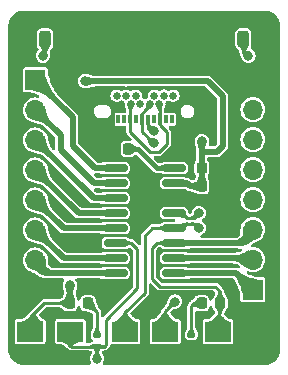
<source format=gbr>
%TF.GenerationSoftware,KiCad,Pcbnew,8.0.7*%
%TF.CreationDate,2024-12-10T14:46:16+07:00*%
%TF.ProjectId,CH551G_DEVKIT_V0,43483535-3147-45f4-9445-564b49545f56,rev?*%
%TF.SameCoordinates,Original*%
%TF.FileFunction,Copper,L1,Top*%
%TF.FilePolarity,Positive*%
%FSLAX46Y46*%
G04 Gerber Fmt 4.6, Leading zero omitted, Abs format (unit mm)*
G04 Created by KiCad (PCBNEW 8.0.7) date 2024-12-10 14:46:16*
%MOMM*%
%LPD*%
G01*
G04 APERTURE LIST*
G04 Aperture macros list*
%AMRoundRect*
0 Rectangle with rounded corners*
0 $1 Rounding radius*
0 $2 $3 $4 $5 $6 $7 $8 $9 X,Y pos of 4 corners*
0 Add a 4 corners polygon primitive as box body*
4,1,4,$2,$3,$4,$5,$6,$7,$8,$9,$2,$3,0*
0 Add four circle primitives for the rounded corners*
1,1,$1+$1,$2,$3*
1,1,$1+$1,$4,$5*
1,1,$1+$1,$6,$7*
1,1,$1+$1,$8,$9*
0 Add four rect primitives between the rounded corners*
20,1,$1+$1,$2,$3,$4,$5,0*
20,1,$1+$1,$4,$5,$6,$7,0*
20,1,$1+$1,$6,$7,$8,$9,0*
20,1,$1+$1,$8,$9,$2,$3,0*%
G04 Aperture macros list end*
%TA.AperFunction,SMDPad,CuDef*%
%ADD10RoundRect,0.225000X-0.225000X-0.250000X0.225000X-0.250000X0.225000X0.250000X-0.225000X0.250000X0*%
%TD*%
%TA.AperFunction,SMDPad,CuDef*%
%ADD11R,0.300000X0.700000*%
%TD*%
%TA.AperFunction,ComponentPad*%
%ADD12C,0.650000*%
%TD*%
%TA.AperFunction,ComponentPad*%
%ADD13O,0.800000X1.400000*%
%TD*%
%TA.AperFunction,SMDPad,CuDef*%
%ADD14R,2.200000X1.700000*%
%TD*%
%TA.AperFunction,ComponentPad*%
%ADD15R,1.700000X1.700000*%
%TD*%
%TA.AperFunction,ComponentPad*%
%ADD16O,1.700000X1.700000*%
%TD*%
%TA.AperFunction,SMDPad,CuDef*%
%ADD17RoundRect,0.135000X-0.185000X0.135000X-0.185000X-0.135000X0.185000X-0.135000X0.185000X0.135000X0*%
%TD*%
%TA.AperFunction,SMDPad,CuDef*%
%ADD18RoundRect,0.135000X0.185000X-0.135000X0.185000X0.135000X-0.185000X0.135000X-0.185000X-0.135000X0*%
%TD*%
%TA.AperFunction,SMDPad,CuDef*%
%ADD19RoundRect,0.243750X0.243750X0.456250X-0.243750X0.456250X-0.243750X-0.456250X0.243750X-0.456250X0*%
%TD*%
%TA.AperFunction,SMDPad,CuDef*%
%ADD20RoundRect,0.150000X-0.825000X-0.150000X0.825000X-0.150000X0.825000X0.150000X-0.825000X0.150000X0*%
%TD*%
%TA.AperFunction,SMDPad,CuDef*%
%ADD21RoundRect,0.243750X-0.243750X-0.456250X0.243750X-0.456250X0.243750X0.456250X-0.243750X0.456250X0*%
%TD*%
%TA.AperFunction,ViaPad*%
%ADD22C,0.800000*%
%TD*%
%TA.AperFunction,Conductor*%
%ADD23C,0.254000*%
%TD*%
%TA.AperFunction,Conductor*%
%ADD24C,0.508000*%
%TD*%
%TA.AperFunction,Conductor*%
%ADD25C,0.381000*%
%TD*%
G04 APERTURE END LIST*
D10*
%TO.P,C1,1*%
%TO.N,+5V*%
X198996000Y-89738200D03*
%TO.P,C1,2*%
%TO.N,GND*%
X200546000Y-89738200D03*
%TD*%
D11*
%TO.P,J1,A1,GND*%
%TO.N,GND*%
X196947000Y-85614200D03*
%TO.P,J1,A2,TX1+*%
%TO.N,unconnected-(J1-TX1+-PadA2)*%
X196447000Y-85614200D03*
%TO.P,J1,A3,TX1-*%
%TO.N,unconnected-(J1-TX1--PadA3)*%
X195947000Y-85614200D03*
%TO.P,J1,A4,VBUS*%
%TO.N,Net-(FB1-Pad1)*%
X195447000Y-85614200D03*
%TO.P,J1,A5,CC1*%
%TO.N,unconnected-(J1-CC1-PadA5)*%
X194947000Y-85614200D03*
%TO.P,J1,A6,D+*%
%TO.N,/UD_P*%
X194447000Y-85614200D03*
%TO.P,J1,A7,D-*%
%TO.N,/UD_N*%
X193947000Y-85614200D03*
%TO.P,J1,A8,SBU1*%
%TO.N,unconnected-(J1-SBU1-PadA8)*%
X193447000Y-85614200D03*
%TO.P,J1,A9,VBUS*%
%TO.N,Net-(FB1-Pad1)*%
X192947000Y-85614200D03*
%TO.P,J1,A10,RX2-*%
%TO.N,unconnected-(J1-RX2--PadA10)*%
X192447000Y-85614200D03*
%TO.P,J1,A11,RX2+*%
%TO.N,unconnected-(J1-RX2+-PadA11)*%
X191947000Y-85614200D03*
%TO.P,J1,A12,GND*%
%TO.N,GND*%
X191447000Y-85614200D03*
D12*
%TO.P,J1,B1,GND*%
X191397000Y-84304200D03*
%TO.P,J1,B2,TX2+*%
%TO.N,unconnected-(J1-TX2+-PadB2)*%
X191797000Y-83604200D03*
%TO.P,J1,B3,TX2-*%
%TO.N,unconnected-(J1-TX2--PadB3)*%
X192597000Y-83604200D03*
%TO.P,J1,B4,VBUS*%
%TO.N,Net-(FB1-Pad1)*%
X192997000Y-84304200D03*
%TO.P,J1,B5,CC2*%
%TO.N,unconnected-(J1-CC2-PadB5)*%
X193397000Y-83604200D03*
%TO.P,J1,B6,D+*%
%TO.N,/UD_P*%
X193797000Y-84304200D03*
%TO.P,J1,B7,D-*%
%TO.N,/UD_N*%
X194597000Y-84304200D03*
%TO.P,J1,B8,SBU2*%
%TO.N,unconnected-(J1-SBU2-PadB8)*%
X194997000Y-83604200D03*
%TO.P,J1,B9,VBUS*%
%TO.N,Net-(FB1-Pad1)*%
X195397000Y-84304200D03*
%TO.P,J1,B10,RX1-*%
%TO.N,unconnected-(J1-RX1--PadB10)*%
X195797000Y-83604200D03*
%TO.P,J1,B11,RX1+*%
%TO.N,unconnected-(J1-RX1+-PadB11)*%
X196597000Y-83604200D03*
%TO.P,J1,B12,GND*%
%TO.N,GND*%
X196997000Y-84304200D03*
D13*
%TO.P,J1,S1,SHIELD*%
X198687000Y-77754200D03*
X198327000Y-83704200D03*
X190067000Y-83704200D03*
X189707000Y-77754200D03*
%TD*%
D14*
%TO.P,SW3,1,1*%
%TO.N,/UD_P*%
X192496000Y-103582200D03*
%TO.P,SW3,2,2*%
%TO.N,+5V*%
X195896000Y-103582200D03*
%TD*%
D15*
%TO.P,J2,1,Pin_1*%
%TO.N,/P3.2*%
X184912000Y-82275200D03*
D16*
%TO.P,J2,2,Pin_2*%
%TO.N,/P1.2*%
X184912000Y-84815200D03*
%TO.P,J2,3,Pin_3*%
%TO.N,/P1.5*%
X184912000Y-87355200D03*
%TO.P,J2,4,Pin_4*%
%TO.N,/P1.6*%
X184912000Y-89895200D03*
%TO.P,J2,5,Pin_5*%
%TO.N,/P1.7*%
X184912000Y-92435200D03*
%TO.P,J2,6,Pin_6*%
%TO.N,/P3.1*%
X184912000Y-94975200D03*
%TO.P,J2,7,Pin_7*%
%TO.N,/P3.0*%
X184912000Y-97515200D03*
%TO.P,J2,8,Pin_8*%
%TO.N,GND*%
X184912000Y-100055200D03*
%TD*%
D10*
%TO.P,C4,1*%
%TO.N,GND*%
X191223600Y-88112600D03*
%TO.P,C4,2*%
%TO.N,Net-(U2-V33)*%
X192773600Y-88112600D03*
%TD*%
D14*
%TO.P,SW2,1,1*%
%TO.N,/RST*%
X187869000Y-103580200D03*
%TO.P,SW2,2,2*%
%TO.N,+5V*%
X184469000Y-103580200D03*
%TD*%
D15*
%TO.P,J3,1,Pin_1*%
%TO.N,/P1.1*%
X203327000Y-100025200D03*
D16*
%TO.P,J3,2,Pin_2*%
%TO.N,/P3.3*%
X203327000Y-97485200D03*
%TO.P,J3,3,Pin_3*%
%TO.N,/P3.4*%
X203327000Y-94945200D03*
%TO.P,J3,4,Pin_4*%
%TO.N,+5V*%
X203327000Y-92405200D03*
%TO.P,J3,5,Pin_5*%
X203327000Y-89865200D03*
%TO.P,J3,6,Pin_6*%
%TO.N,+3V3*%
X203327000Y-87325200D03*
%TO.P,J3,7,Pin_7*%
X203327000Y-84785200D03*
%TO.P,J3,8,Pin_8*%
%TO.N,GND*%
X203327000Y-82245200D03*
%TD*%
D10*
%TO.P,C3,1*%
%TO.N,Net-(C3-Pad1)*%
X198996000Y-101168200D03*
%TO.P,C3,2*%
%TO.N,/P3.4*%
X200546000Y-101168200D03*
%TD*%
D17*
%TO.P,R3,1*%
%TO.N,Net-(C3-Pad1)*%
X198120000Y-103833200D03*
%TO.P,R3,2*%
%TO.N,GND*%
X198120000Y-104853200D03*
%TD*%
D18*
%TO.P,R5,1*%
%TO.N,/RST*%
X190119000Y-104853200D03*
%TO.P,R5,2*%
%TO.N,Net-(C5-Pad2)*%
X190119000Y-103833200D03*
%TD*%
D19*
%TO.P,D1,1,K*%
%TO.N,GND*%
X204391500Y-78816200D03*
%TO.P,D1,2,A*%
%TO.N,Net-(D1-A)*%
X202516500Y-78816200D03*
%TD*%
D20*
%TO.P,U2,1,P3.2*%
%TO.N,/P3.2*%
X191708000Y-89738200D03*
%TO.P,U2,2,P1.2*%
%TO.N,/P1.2*%
X191708000Y-91008200D03*
%TO.P,U2,3,P1.5*%
%TO.N,/P1.5*%
X191708000Y-92278200D03*
%TO.P,U2,4,P1.6*%
%TO.N,/P1.6*%
X191708000Y-93548200D03*
%TO.P,U2,5,P1.7*%
%TO.N,/P1.7*%
X191708000Y-94818200D03*
%TO.P,U2,6,RST*%
%TO.N,/RST*%
X191708000Y-96088200D03*
%TO.P,U2,7,P3.1*%
%TO.N,/P3.1*%
X191708000Y-97358200D03*
%TO.P,U2,8,P3.0*%
%TO.N,/P3.0*%
X191708000Y-98628200D03*
%TO.P,U2,9,P1.1*%
%TO.N,/P1.1*%
X196658000Y-98628200D03*
%TO.P,U2,10,P3.3*%
%TO.N,/P3.3*%
X196658000Y-97358200D03*
%TO.P,U2,11,P3.4*%
%TO.N,/P3.4*%
X196658000Y-96088200D03*
%TO.P,U2,12,UD+*%
%TO.N,/UD_P*%
X196658000Y-94818200D03*
%TO.P,U2,13,UD-*%
%TO.N,/UD_N*%
X196658000Y-93548200D03*
%TO.P,U2,14,GND/VSS*%
%TO.N,GND*%
X196658000Y-92278200D03*
%TO.P,U2,15,VCC/VDD*%
%TO.N,+5V*%
X196658000Y-91008200D03*
%TO.P,U2,16,V33*%
%TO.N,Net-(U2-V33)*%
X196658000Y-89738200D03*
%TD*%
D10*
%TO.P,C5,1*%
%TO.N,+5V*%
X187820000Y-101168200D03*
%TO.P,C5,2*%
%TO.N,Net-(C5-Pad2)*%
X189370000Y-101168200D03*
%TD*%
D21*
%TO.P,D2,1,K*%
%TO.N,GND*%
X183847500Y-78816200D03*
%TO.P,D2,2,A*%
%TO.N,Net-(D2-A)*%
X185722500Y-78816200D03*
%TD*%
D14*
%TO.P,SW1,1,1*%
%TO.N,/P3.4*%
X200370000Y-103582200D03*
%TO.P,SW1,2,2*%
%TO.N,GND*%
X203770000Y-103582200D03*
%TD*%
D10*
%TO.P,C2,1*%
%TO.N,+5V*%
X198996000Y-91262200D03*
%TO.P,C2,2*%
%TO.N,GND*%
X200546000Y-91262200D03*
%TD*%
D22*
%TO.N,+5V*%
X189103000Y-82372200D03*
X196723000Y-101041200D03*
X187833000Y-99644200D03*
X199009000Y-87452200D03*
%TO.N,Net-(D1-A)*%
X202946000Y-80213200D03*
%TO.N,Net-(D2-A)*%
X185547000Y-80213200D03*
%TO.N,/UD_N*%
X194924468Y-87629786D03*
X198755000Y-93548200D03*
%TO.N,/UD_P*%
X198755000Y-94818200D03*
X194945000Y-86629997D03*
%TO.N,/RST*%
X190119000Y-105867200D03*
X190119000Y-105867200D03*
%TD*%
D23*
%TO.N,GND*%
X196947000Y-85034200D02*
X196947000Y-85614200D01*
X187198000Y-77292200D02*
X187706000Y-77800200D01*
X187706000Y-77800200D02*
X187752000Y-77754200D01*
X196850000Y-84937200D02*
X196947000Y-85034200D01*
X191449000Y-84356200D02*
X191449000Y-85612200D01*
X187706000Y-77800200D02*
X187706000Y-83261200D01*
X191397000Y-84304200D02*
X191449000Y-84356200D01*
X183847500Y-77594700D02*
X184150000Y-77292200D01*
X201803000Y-91135200D02*
X201676000Y-91262200D01*
X196997000Y-84304200D02*
X196850000Y-84451200D01*
X205232000Y-84150200D02*
X203327000Y-82245200D01*
X188149000Y-83704200D02*
X190067000Y-83704200D01*
X203770000Y-103582200D02*
X203770000Y-102249200D01*
X203770000Y-103582200D02*
X203770000Y-105170200D01*
X205232000Y-81102200D02*
X205232000Y-84277200D01*
X191449000Y-85612200D02*
X191447000Y-85614200D01*
X198327000Y-83704200D02*
X197597000Y-83704200D01*
X201676000Y-91262200D02*
X200546000Y-91262200D01*
X191447000Y-86505200D02*
X191447000Y-85614200D01*
X205232000Y-91135200D02*
X201803000Y-91135200D01*
X190067000Y-83704200D02*
X190797000Y-83704200D01*
X198120000Y-105486200D02*
X198120000Y-104853200D01*
X197597000Y-83704200D02*
X196997000Y-84304200D01*
X191439800Y-86512400D02*
X191447000Y-86505200D01*
X198628000Y-105994200D02*
X198120000Y-105486200D01*
X183847500Y-78816200D02*
X183847500Y-77594700D01*
X196658000Y-92278200D02*
X200152000Y-92278200D01*
X200546000Y-91884200D02*
X200546000Y-89738200D01*
X204391500Y-78816200D02*
X204391500Y-80261700D01*
X191223600Y-88112600D02*
X191223600Y-86881000D01*
X184150000Y-77292200D02*
X187198000Y-77292200D01*
X205232000Y-91135200D02*
X205232000Y-84150200D01*
X191223600Y-86881000D02*
X191439800Y-86664800D01*
X200152000Y-92278200D02*
X200546000Y-91884200D01*
X203770000Y-102249200D02*
X205232000Y-100787200D01*
X203770000Y-105170200D02*
X202946000Y-105994200D01*
X196850000Y-84451200D02*
X196850000Y-84937200D01*
X205232000Y-100787200D02*
X205232000Y-91135200D01*
X204391500Y-80261700D02*
X205232000Y-81102200D01*
X198687000Y-77754200D02*
X189707000Y-77754200D01*
X187706000Y-83261200D02*
X188149000Y-83704200D01*
X190797000Y-83704200D02*
X191397000Y-84304200D01*
X187752000Y-77754200D02*
X189707000Y-77754200D01*
X191439800Y-86664800D02*
X191439800Y-86512400D01*
X202946000Y-105994200D02*
X198628000Y-105994200D01*
D24*
%TO.N,+5V*%
X196658000Y-91008200D02*
X197739000Y-91008200D01*
X199009000Y-87452200D02*
X199009000Y-88341200D01*
X199009000Y-88341200D02*
X199009000Y-91249200D01*
X199517000Y-82372200D02*
X200787000Y-83642200D01*
X200787000Y-83642200D02*
X200787000Y-87833200D01*
X187833000Y-99644200D02*
X187833000Y-101155200D01*
X187833000Y-101155200D02*
X187820000Y-101168200D01*
X197739000Y-91008200D02*
X197993000Y-91262200D01*
D23*
X196723000Y-101041200D02*
X195896000Y-101868200D01*
D24*
X200787000Y-87833200D02*
X200279000Y-88341200D01*
D23*
X185674000Y-101168200D02*
X184469000Y-102373200D01*
D24*
X189103000Y-82372200D02*
X199517000Y-82372200D01*
D23*
X187820000Y-101168200D02*
X185674000Y-101168200D01*
X195896000Y-101868200D02*
X195896000Y-103582200D01*
D24*
X200279000Y-88341200D02*
X199009000Y-88341200D01*
D23*
X184469000Y-102373200D02*
X184469000Y-103580200D01*
D24*
X197993000Y-91262200D02*
X198996000Y-91262200D01*
%TO.N,/P3.4*%
X202184000Y-96088200D02*
X203327000Y-94945200D01*
X201295000Y-96088200D02*
X202184000Y-96088200D01*
D23*
X200546000Y-101168200D02*
X200546000Y-100165200D01*
X194818000Y-99136200D02*
X194818000Y-96469200D01*
X200546000Y-100165200D02*
X200152000Y-99771200D01*
X200152000Y-99771200D02*
X195453000Y-99771200D01*
X194818000Y-96469200D02*
X195199000Y-96088200D01*
X200370000Y-102220200D02*
X200546000Y-102044200D01*
X200546000Y-102044200D02*
X200546000Y-101168200D01*
X195199000Y-96088200D02*
X196658000Y-96088200D01*
D24*
X196658000Y-96088200D02*
X201295000Y-96088200D01*
D23*
X200370000Y-103582200D02*
X200370000Y-102220200D01*
X195453000Y-99771200D02*
X194818000Y-99136200D01*
%TO.N,Net-(C3-Pad1)*%
X198120000Y-101422200D02*
X198120000Y-103833200D01*
X198996000Y-101168200D02*
X198374000Y-101168200D01*
X198374000Y-101168200D02*
X198120000Y-101422200D01*
D25*
%TO.N,Net-(U2-V33)*%
X193573400Y-88112600D02*
X192773600Y-88112600D01*
X196658000Y-89738200D02*
X195199000Y-89738200D01*
X195199000Y-89738200D02*
X193573400Y-88112600D01*
D23*
%TO.N,Net-(C5-Pad2)*%
X190119000Y-103833200D02*
X190119000Y-101917200D01*
X190119000Y-101917200D02*
X189370000Y-101168200D01*
%TO.N,Net-(D1-A)*%
X202516500Y-78816200D02*
X202516500Y-79783700D01*
X202516500Y-79783700D02*
X202946000Y-80213200D01*
%TO.N,Net-(D2-A)*%
X185722500Y-80037700D02*
X185547000Y-80213200D01*
X185722500Y-78816200D02*
X185722500Y-80037700D01*
%TO.N,Net-(FB1-Pad1)*%
X192947000Y-85614200D02*
X192947000Y-84354200D01*
X192947000Y-85614200D02*
X192947000Y-86680452D01*
X194658548Y-88392000D02*
X195376800Y-88392000D01*
X195447000Y-85614200D02*
X195447000Y-84354200D01*
X195447000Y-84354200D02*
X195397000Y-84304200D01*
X195447000Y-86081800D02*
X195447000Y-85614200D01*
X192947000Y-86680452D02*
X194658548Y-88392000D01*
X196062600Y-87706200D02*
X196062600Y-86697400D01*
X195376800Y-88392000D02*
X196062600Y-87706200D01*
X196062600Y-86697400D02*
X195447000Y-86081800D01*
X192947000Y-84354200D02*
X192997000Y-84304200D01*
%TO.N,/UD_N*%
X194597000Y-84463000D02*
X193947000Y-85113000D01*
X197333000Y-93548200D02*
X196658000Y-93548200D01*
X194597000Y-84304200D02*
X194597000Y-84463000D01*
X194916655Y-87629786D02*
X193947000Y-86660131D01*
X194924468Y-87629786D02*
X194916655Y-87629786D01*
X197716000Y-93931200D02*
X197333000Y-93548200D01*
X193947000Y-86660131D02*
X193947000Y-85614200D01*
X198372000Y-93931200D02*
X197716000Y-93931200D01*
X194597000Y-84304200D02*
X194597000Y-84498200D01*
X198755000Y-93548200D02*
X198372000Y-93931200D01*
X193947000Y-85113000D02*
X193947000Y-85614200D01*
%TO.N,/UD_P*%
X194183000Y-95453200D02*
X194818000Y-94818200D01*
X198755000Y-94818200D02*
X198372000Y-94435200D01*
X194447000Y-86131997D02*
X194447000Y-85614200D01*
X192496000Y-101966200D02*
X194183000Y-100279200D01*
X192496000Y-103582200D02*
X192496000Y-101966200D01*
X194183000Y-100279200D02*
X194183000Y-95453200D01*
X197333000Y-94818200D02*
X196658000Y-94818200D01*
X194818000Y-94818200D02*
X196658000Y-94818200D01*
X194945000Y-86629997D02*
X194447000Y-86131997D01*
X197716000Y-94435200D02*
X197333000Y-94818200D01*
X198372000Y-94435200D02*
X197716000Y-94435200D01*
D24*
%TO.N,/P1.7*%
X191708000Y-94818200D02*
X187295000Y-94818200D01*
X187295000Y-94818200D02*
X184912000Y-92435200D01*
%TO.N,/P1.5*%
X189835000Y-92278200D02*
X184912000Y-87355200D01*
X191708000Y-92278200D02*
X189835000Y-92278200D01*
%TO.N,/P1.6*%
X188565000Y-93548200D02*
X184912000Y-89895200D01*
X191708000Y-93548200D02*
X188565000Y-93548200D01*
%TO.N,/P3.0*%
X186025000Y-98628200D02*
X184912000Y-97515200D01*
X191708000Y-98628200D02*
X186025000Y-98628200D01*
%TO.N,/P3.1*%
X187295000Y-97358200D02*
X184912000Y-94975200D01*
X191708000Y-97358200D02*
X187295000Y-97358200D01*
%TO.N,/P1.2*%
X187071000Y-86974200D02*
X184912000Y-84815200D01*
X187071000Y-88214200D02*
X187071000Y-86974200D01*
X189865000Y-91008200D02*
X187071000Y-88214200D01*
X191708000Y-91008200D02*
X189865000Y-91008200D01*
%TO.N,/P3.2*%
X188087000Y-85450200D02*
X184912000Y-82275200D01*
X189992000Y-89738200D02*
X188087000Y-87833200D01*
X188087000Y-87833200D02*
X188087000Y-85450200D01*
X191708000Y-89738200D02*
X189992000Y-89738200D01*
%TO.N,/P3.3*%
X203200000Y-97358200D02*
X203327000Y-97485200D01*
X196658000Y-97358200D02*
X203200000Y-97358200D01*
%TO.N,/P1.1*%
X201930000Y-98628200D02*
X203327000Y-100025200D01*
X196658000Y-98628200D02*
X201930000Y-98628200D01*
D23*
%TO.N,/RST*%
X190119000Y-105867200D02*
X190119000Y-104853200D01*
X190881000Y-104724200D02*
X190881000Y-102593200D01*
X187962000Y-104853200D02*
X190119000Y-104853200D01*
X187869000Y-103580200D02*
X187869000Y-104760200D01*
X190881000Y-102593200D02*
X193548000Y-99926200D01*
X193548000Y-96596200D02*
X193040000Y-96088200D01*
X193548000Y-99926200D02*
X193548000Y-96596200D01*
X190752000Y-104853200D02*
X190881000Y-104724200D01*
X193040000Y-96088200D02*
X191708000Y-96088200D01*
X190119000Y-104853200D02*
X190752000Y-104853200D01*
X187869000Y-104760200D02*
X187962000Y-104853200D01*
%TD*%
%TA.AperFunction,Conductor*%
%TO.N,Net-(C3-Pad1)*%
G36*
X198247037Y-103296627D02*
G01*
X198249778Y-103300953D01*
X198261295Y-103333095D01*
X198275595Y-103370859D01*
X198284269Y-103392464D01*
X198289900Y-103406488D01*
X198304200Y-103439960D01*
X198318500Y-103471288D01*
X198332799Y-103500471D01*
X198347099Y-103527508D01*
X198347106Y-103527520D01*
X198361400Y-103552403D01*
X198375689Y-103575134D01*
X198375692Y-103575138D01*
X198375699Y-103575149D01*
X198384064Y-103587200D01*
X198384065Y-103587201D01*
X198385967Y-103595951D01*
X198382198Y-103602642D01*
X198127745Y-103827360D01*
X198119275Y-103830268D01*
X198112255Y-103827360D01*
X198084771Y-103803088D01*
X197857800Y-103602640D01*
X197853868Y-103594597D01*
X197855934Y-103587201D01*
X197864300Y-103575149D01*
X197878600Y-103552401D01*
X197892900Y-103527508D01*
X197907200Y-103500471D01*
X197921500Y-103471288D01*
X197935799Y-103439960D01*
X197950099Y-103406488D01*
X197964399Y-103370870D01*
X197978699Y-103333107D01*
X197990222Y-103300953D01*
X197996239Y-103294321D01*
X198001236Y-103293200D01*
X198238764Y-103293200D01*
X198247037Y-103296627D01*
G37*
%TD.AperFunction*%
%TD*%
%TA.AperFunction,Conductor*%
%TO.N,/P3.3*%
G36*
X197498461Y-97060846D02*
G01*
X197528000Y-97065904D01*
X197553882Y-97069938D01*
X197572986Y-97072917D01*
X197572997Y-97072918D01*
X197573000Y-97072919D01*
X197618000Y-97079244D01*
X197663000Y-97084879D01*
X197708000Y-97089825D01*
X197753000Y-97094080D01*
X197783552Y-97096500D01*
X197797982Y-97097644D01*
X197843000Y-97100520D01*
X197887958Y-97102703D01*
X197887960Y-97102703D01*
X197888000Y-97102705D01*
X197921688Y-97103824D01*
X197929843Y-97107524D01*
X197933000Y-97115518D01*
X197933000Y-97600881D01*
X197929573Y-97609154D01*
X197921688Y-97612575D01*
X197887958Y-97613695D01*
X197843000Y-97615878D01*
X197797982Y-97618754D01*
X197753024Y-97622317D01*
X197753017Y-97622317D01*
X197753000Y-97622319D01*
X197737780Y-97623758D01*
X197708005Y-97626574D01*
X197662979Y-97631522D01*
X197618007Y-97637154D01*
X197572986Y-97643481D01*
X197528008Y-97650493D01*
X197486054Y-97657676D01*
X197480086Y-97657141D01*
X196687278Y-97369197D01*
X196680672Y-97363152D01*
X196680275Y-97354206D01*
X196686320Y-97347600D01*
X196687278Y-97347203D01*
X197325184Y-97115518D01*
X197480087Y-97059257D01*
X197486054Y-97058723D01*
X197498461Y-97060846D01*
G37*
%TD.AperFunction*%
%TD*%
%TA.AperFunction,Conductor*%
%TO.N,/P3.2*%
G36*
X185759879Y-81927701D02*
G01*
X185766205Y-81934039D01*
X185766308Y-81934299D01*
X185840058Y-82125685D01*
X185918122Y-82319324D01*
X185996191Y-82504039D01*
X186074262Y-82679814D01*
X186152317Y-82846617D01*
X186230391Y-83004516D01*
X186308444Y-83153438D01*
X186339876Y-83209807D01*
X186370943Y-83265523D01*
X186386522Y-83293461D01*
X186464574Y-83424503D01*
X186537579Y-83538710D01*
X186539148Y-83547527D01*
X186535994Y-83553285D01*
X186190510Y-83898769D01*
X186182237Y-83902196D01*
X186175347Y-83899952D01*
X186021083Y-83787550D01*
X185858731Y-83678196D01*
X185696379Y-83577781D01*
X185534028Y-83486307D01*
X185371676Y-83403772D01*
X185371674Y-83403771D01*
X185371668Y-83403768D01*
X185209345Y-83330187D01*
X185209335Y-83330183D01*
X185209324Y-83330178D01*
X185046973Y-83265523D01*
X185046966Y-83265520D01*
X185046962Y-83265519D01*
X184884615Y-83209807D01*
X184832639Y-83194832D01*
X184722269Y-83163034D01*
X184573335Y-83128326D01*
X184566056Y-83123112D01*
X184564596Y-83114277D01*
X184565173Y-83112476D01*
X184909438Y-82278982D01*
X184915761Y-82272647D01*
X185750925Y-81927692D01*
X185759879Y-81927701D01*
G37*
%TD.AperFunction*%
%TD*%
%TA.AperFunction,Conductor*%
%TO.N,/UD_P*%
G36*
X192473939Y-101825847D02*
G01*
X192476213Y-101827619D01*
X192644399Y-101995805D01*
X192645830Y-101997542D01*
X192718319Y-102105177D01*
X192791419Y-102205940D01*
X192791428Y-102205952D01*
X192864542Y-102298958D01*
X192864543Y-102298959D01*
X192937652Y-102384180D01*
X192937655Y-102384183D01*
X192937657Y-102384185D01*
X193010772Y-102461634D01*
X193083886Y-102531305D01*
X193157001Y-102593196D01*
X193157008Y-102593201D01*
X193157020Y-102593211D01*
X193230092Y-102647292D01*
X193230115Y-102647309D01*
X193303230Y-102693644D01*
X193361741Y-102724499D01*
X193362047Y-102724660D01*
X193367767Y-102731550D01*
X193366939Y-102740466D01*
X193364717Y-102743426D01*
X192503717Y-103574773D01*
X192495385Y-103578054D01*
X192487173Y-103574483D01*
X192487166Y-103574476D01*
X191685148Y-102742466D01*
X191681874Y-102734131D01*
X191685452Y-102725922D01*
X191687251Y-102724501D01*
X191735345Y-102693644D01*
X191754282Y-102681494D01*
X191754286Y-102681491D01*
X191833320Y-102621713D01*
X191912354Y-102552866D01*
X191991389Y-102474950D01*
X192070423Y-102387965D01*
X192149457Y-102291910D01*
X192228492Y-102186787D01*
X192307526Y-102072594D01*
X192386560Y-101949332D01*
X192457895Y-101829892D01*
X192465079Y-101824547D01*
X192473939Y-101825847D01*
G37*
%TD.AperFunction*%
%TD*%
%TA.AperFunction,Conductor*%
%TO.N,/UD_N*%
G36*
X194072086Y-85117627D02*
G01*
X194075401Y-85124288D01*
X194076015Y-85128705D01*
X194076300Y-85130752D01*
X194078600Y-85146960D01*
X194080900Y-85162822D01*
X194082700Y-85174970D01*
X194083197Y-85178321D01*
X194085497Y-85193493D01*
X194087795Y-85208319D01*
X194090095Y-85222800D01*
X194090099Y-85222822D01*
X194092399Y-85236960D01*
X194094237Y-85247984D01*
X194094703Y-85250777D01*
X194096332Y-85260294D01*
X194096500Y-85262268D01*
X194096500Y-85262973D01*
X194095559Y-85267571D01*
X193957759Y-85590023D01*
X193951356Y-85596284D01*
X193942402Y-85596184D01*
X193936241Y-85590023D01*
X193798441Y-85267571D01*
X193797500Y-85262973D01*
X193797500Y-85262271D01*
X193797668Y-85260298D01*
X193799296Y-85250777D01*
X193799761Y-85247984D01*
X193801600Y-85236960D01*
X193803900Y-85222822D01*
X193803904Y-85222800D01*
X193804776Y-85217304D01*
X193806200Y-85208340D01*
X193808500Y-85193512D01*
X193810799Y-85178340D01*
X193813099Y-85162822D01*
X193815399Y-85146960D01*
X193817699Y-85130752D01*
X193818598Y-85124288D01*
X193823131Y-85116566D01*
X193830186Y-85114200D01*
X194063813Y-85114200D01*
X194072086Y-85117627D01*
G37*
%TD.AperFunction*%
%TD*%
%TA.AperFunction,Conductor*%
%TO.N,Net-(FB1-Pad1)*%
G36*
X193276316Y-84419826D02*
G01*
X193282629Y-84426175D01*
X193283407Y-84429094D01*
X193285025Y-84441383D01*
X193286039Y-84443830D01*
X193286038Y-84452785D01*
X193285846Y-84453222D01*
X193265091Y-84498048D01*
X193264640Y-84498923D01*
X193232959Y-84554543D01*
X193232510Y-84555269D01*
X193201758Y-84601123D01*
X193201467Y-84601537D01*
X193172243Y-84641281D01*
X193172244Y-84641282D01*
X193145304Y-84678398D01*
X193121625Y-84716105D01*
X193121620Y-84716115D01*
X193101900Y-84758023D01*
X193101898Y-84758029D01*
X193086897Y-84807648D01*
X193086897Y-84807650D01*
X193077348Y-84868548D01*
X193074513Y-84932669D01*
X193074495Y-84933071D01*
X193070706Y-84941185D01*
X193062806Y-84944254D01*
X192831585Y-84944254D01*
X192823312Y-84940827D01*
X192819886Y-84932669D01*
X192819287Y-84872028D01*
X192819287Y-84872007D01*
X192816920Y-84812335D01*
X192812549Y-84762246D01*
X192805829Y-84718747D01*
X192805206Y-84716105D01*
X192796420Y-84678871D01*
X192796416Y-84678860D01*
X192796413Y-84678845D01*
X192783953Y-84639549D01*
X192768102Y-84597866D01*
X192748514Y-84550803D01*
X192724842Y-84495369D01*
X192701287Y-84439384D01*
X192701238Y-84430431D01*
X192707535Y-84424064D01*
X192992492Y-84305081D01*
X193001447Y-84305057D01*
X193276316Y-84419826D01*
G37*
%TD.AperFunction*%
%TD*%
%TA.AperFunction,Conductor*%
%TO.N,/UD_N*%
G36*
X193951597Y-85632215D02*
G01*
X193957758Y-85638376D01*
X194091872Y-85952202D01*
X194092754Y-85957977D01*
X194092000Y-85965426D01*
X194092000Y-85966127D01*
X194092083Y-85968099D01*
X194092734Y-85983480D01*
X194092921Y-85985684D01*
X194092897Y-85985686D01*
X194092833Y-85988826D01*
X194092401Y-85991417D01*
X194092402Y-85991418D01*
X194090095Y-86005599D01*
X194087801Y-86020036D01*
X194087802Y-86020037D01*
X194085502Y-86034867D01*
X194085503Y-86034868D01*
X194083202Y-86050039D01*
X194083203Y-86050040D01*
X194083200Y-86050060D01*
X194080900Y-86065577D01*
X194078600Y-86081440D01*
X194076300Y-86097647D01*
X194075402Y-86104111D01*
X194070868Y-86111834D01*
X194063813Y-86114200D01*
X193830186Y-86114200D01*
X193821913Y-86110773D01*
X193818597Y-86104112D01*
X193817699Y-86097647D01*
X193815399Y-86081440D01*
X193813099Y-86065577D01*
X193810799Y-86050059D01*
X193808500Y-86034887D01*
X193806200Y-86020060D01*
X193804894Y-86011840D01*
X193803904Y-86005599D01*
X193802935Y-85999651D01*
X193801600Y-85991440D01*
X193799300Y-85977647D01*
X193797667Y-85968099D01*
X193797500Y-85966127D01*
X193797500Y-85965426D01*
X193798441Y-85960828D01*
X193802127Y-85952202D01*
X193936241Y-85638374D01*
X193942642Y-85632115D01*
X193951597Y-85632215D01*
G37*
%TD.AperFunction*%
%TD*%
%TA.AperFunction,Conductor*%
%TO.N,+5V*%
G36*
X188085959Y-100246627D02*
G01*
X188089087Y-100252277D01*
X188103587Y-100315319D01*
X188103600Y-100315372D01*
X188120175Y-100384504D01*
X188136766Y-100450757D01*
X188153350Y-100514040D01*
X188169946Y-100574438D01*
X188186499Y-100631737D01*
X188203126Y-100686347D01*
X188219686Y-100737802D01*
X188236283Y-100786431D01*
X188249967Y-100824098D01*
X188249571Y-100833044D01*
X188246159Y-100837324D01*
X187827189Y-101163601D01*
X187818556Y-101165981D01*
X187812811Y-101163601D01*
X187605311Y-101002009D01*
X187394193Y-100837599D01*
X187389772Y-100829813D01*
X187390596Y-100823839D01*
X187406314Y-100786436D01*
X187425501Y-100737836D01*
X187444688Y-100686297D01*
X187463876Y-100631817D01*
X187483063Y-100574398D01*
X187502250Y-100514038D01*
X187521438Y-100450738D01*
X187540625Y-100384499D01*
X187540644Y-100384435D01*
X187559798Y-100315372D01*
X187563179Y-100302661D01*
X187576687Y-100251891D01*
X187582126Y-100244778D01*
X187587994Y-100243200D01*
X188077686Y-100243200D01*
X188085959Y-100246627D01*
G37*
%TD.AperFunction*%
%TD*%
%TA.AperFunction,Conductor*%
%TO.N,/RST*%
G36*
X190363973Y-104598868D02*
G01*
X190390995Y-104616401D01*
X190426330Y-104637181D01*
X190440674Y-104644745D01*
X190461663Y-104655815D01*
X190496997Y-104672305D01*
X190532331Y-104686650D01*
X190532349Y-104686656D01*
X190532356Y-104686659D01*
X190567632Y-104698839D01*
X190567664Y-104698850D01*
X190567682Y-104698855D01*
X190567691Y-104698858D01*
X190591837Y-104705729D01*
X190602998Y-104708905D01*
X190603001Y-104708906D01*
X190638321Y-104716813D01*
X190638328Y-104716814D01*
X190638332Y-104716815D01*
X190673666Y-104722580D01*
X190698493Y-104725123D01*
X190706373Y-104729375D01*
X190709000Y-104736762D01*
X190709000Y-104969637D01*
X190705573Y-104977910D01*
X190698492Y-104981276D01*
X190673673Y-104983818D01*
X190673654Y-104983820D01*
X190638340Y-104989582D01*
X190638321Y-104989585D01*
X190603001Y-104997492D01*
X190602995Y-104997494D01*
X190567691Y-105007540D01*
X190567632Y-105007559D01*
X190532356Y-105019739D01*
X190496997Y-105034093D01*
X190461676Y-105050577D01*
X190461670Y-105050580D01*
X190426330Y-105069217D01*
X190390995Y-105089997D01*
X190363973Y-105107531D01*
X190355168Y-105109159D01*
X190348973Y-105105614D01*
X190125227Y-104861098D01*
X190122170Y-104852682D01*
X190125227Y-104845302D01*
X190224547Y-104736762D01*
X190348974Y-104600784D01*
X190357087Y-104596994D01*
X190363973Y-104598868D01*
G37*
%TD.AperFunction*%
%TD*%
%TA.AperFunction,Conductor*%
%TO.N,/P3.2*%
G36*
X190885913Y-89439258D02*
G01*
X191678721Y-89727203D01*
X191685327Y-89733248D01*
X191685724Y-89742194D01*
X191679679Y-89748800D01*
X191678721Y-89749197D01*
X190885913Y-90037141D01*
X190879945Y-90037676D01*
X190837991Y-90030493D01*
X190793013Y-90023481D01*
X190753879Y-90017981D01*
X190748000Y-90017155D01*
X190747834Y-90017134D01*
X190703020Y-90011522D01*
X190657994Y-90006574D01*
X190633561Y-90004263D01*
X190613000Y-90002319D01*
X190612975Y-90002317D01*
X190568017Y-89998754D01*
X190522999Y-89995878D01*
X190478041Y-89993695D01*
X190444312Y-89992575D01*
X190436157Y-89988875D01*
X190433000Y-89980881D01*
X190433000Y-89495518D01*
X190436427Y-89487245D01*
X190444311Y-89483824D01*
X190478000Y-89482705D01*
X190523000Y-89480520D01*
X190542173Y-89479295D01*
X190568017Y-89477644D01*
X190579762Y-89476713D01*
X190613000Y-89474080D01*
X190658000Y-89469825D01*
X190703000Y-89464879D01*
X190748000Y-89459244D01*
X190793000Y-89452919D01*
X190838000Y-89445904D01*
X190879945Y-89438723D01*
X190885913Y-89439258D01*
G37*
%TD.AperFunction*%
%TD*%
%TA.AperFunction,Conductor*%
%TO.N,/RST*%
G36*
X190126743Y-104859038D02*
G01*
X190351530Y-105057555D01*
X190381197Y-105083756D01*
X190385130Y-105091801D01*
X190383064Y-105099197D01*
X190374695Y-105111254D01*
X190374689Y-105111263D01*
X190360400Y-105133994D01*
X190346106Y-105158876D01*
X190331799Y-105185927D01*
X190317504Y-105215103D01*
X190303188Y-105246464D01*
X190288906Y-105279896D01*
X190274595Y-105315539D01*
X190260295Y-105353303D01*
X190248778Y-105385447D01*
X190242762Y-105392079D01*
X190237764Y-105393200D01*
X190000236Y-105393200D01*
X189991963Y-105389773D01*
X189989222Y-105385447D01*
X189977703Y-105353303D01*
X189963403Y-105315539D01*
X189963399Y-105315529D01*
X189949099Y-105279911D01*
X189934799Y-105246438D01*
X189920500Y-105215111D01*
X189917029Y-105208028D01*
X189906213Y-105185953D01*
X189906199Y-105185927D01*
X189891900Y-105158890D01*
X189877600Y-105133997D01*
X189863300Y-105111249D01*
X189854935Y-105099197D01*
X189853033Y-105090447D01*
X189856801Y-105083757D01*
X190111256Y-104859038D01*
X190119725Y-104856131D01*
X190126743Y-104859038D01*
G37*
%TD.AperFunction*%
%TD*%
%TA.AperFunction,Conductor*%
%TO.N,/P3.0*%
G36*
X185694410Y-97194822D02*
G01*
X185700739Y-97201156D01*
X185701101Y-97202157D01*
X185751571Y-97364551D01*
X185751978Y-97366350D01*
X185776697Y-97537414D01*
X185776810Y-97538688D01*
X185782449Y-97703758D01*
X185782453Y-97704402D01*
X185779201Y-97859819D01*
X185779202Y-97859820D01*
X185777347Y-98001735D01*
X185777348Y-98001759D01*
X185787236Y-98126051D01*
X185819208Y-98229118D01*
X185878014Y-98300498D01*
X185883597Y-98307274D01*
X185990742Y-98356857D01*
X186140542Y-98373070D01*
X186148396Y-98377366D01*
X186150981Y-98384701D01*
X186150981Y-98870096D01*
X186147554Y-98878369D01*
X186139281Y-98881796D01*
X186138884Y-98881789D01*
X185925727Y-98874551D01*
X185924719Y-98874473D01*
X185742521Y-98852436D01*
X185741253Y-98852212D01*
X185591502Y-98817068D01*
X185590130Y-98816655D01*
X185462507Y-98769630D01*
X185461329Y-98769121D01*
X185434312Y-98755642D01*
X185345398Y-98711281D01*
X185344692Y-98710898D01*
X185296788Y-98682611D01*
X185230156Y-98643264D01*
X185229948Y-98643138D01*
X185176841Y-98610273D01*
X185106871Y-98566971D01*
X184965335Y-98483618D01*
X184795326Y-98394383D01*
X184795322Y-98394381D01*
X184795314Y-98394377D01*
X184597059Y-98305151D01*
X184590921Y-98298631D01*
X184591047Y-98290016D01*
X184909147Y-97519686D01*
X184915468Y-97513351D01*
X185685455Y-97194818D01*
X185694410Y-97194822D01*
G37*
%TD.AperFunction*%
%TD*%
%TA.AperFunction,Conductor*%
%TO.N,/UD_P*%
G36*
X194571729Y-86039701D02*
G01*
X194575093Y-86046761D01*
X194581563Y-86108859D01*
X194581564Y-86108863D01*
X194603223Y-86158555D01*
X194603225Y-86158557D01*
X194637432Y-86189766D01*
X194637433Y-86189766D01*
X194637434Y-86189767D01*
X194682640Y-86206892D01*
X194732011Y-86213615D01*
X194737295Y-86214335D01*
X194739620Y-86214415D01*
X194799850Y-86216500D01*
X194868523Y-86217786D01*
X194868988Y-86217806D01*
X194941896Y-86222573D01*
X194943007Y-86222700D01*
X195018585Y-86235222D01*
X195020217Y-86235615D01*
X195085960Y-86256582D01*
X195092800Y-86262360D01*
X195093551Y-86271283D01*
X195093218Y-86272195D01*
X194946858Y-86626497D01*
X194940532Y-86632835D01*
X194940496Y-86632850D01*
X194585977Y-86778737D01*
X194577023Y-86778716D01*
X194570831Y-86772662D01*
X194531597Y-86684217D01*
X194531593Y-86684209D01*
X194531589Y-86684200D01*
X194490897Y-86603300D01*
X194490888Y-86603282D01*
X194453670Y-86535560D01*
X194420355Y-86476466D01*
X194420207Y-86476193D01*
X194391280Y-86421298D01*
X194390929Y-86420569D01*
X194366662Y-86365171D01*
X194366241Y-86364057D01*
X194346826Y-86303314D01*
X194346504Y-86302070D01*
X194338110Y-86260445D01*
X194332179Y-86231030D01*
X194332010Y-86229917D01*
X194324653Y-86158555D01*
X194323117Y-86143654D01*
X194323062Y-86142820D01*
X194320346Y-86048310D01*
X194323534Y-86039942D01*
X194331705Y-86036279D01*
X194332041Y-86036274D01*
X194563456Y-86036274D01*
X194571729Y-86039701D01*
G37*
%TD.AperFunction*%
%TD*%
%TA.AperFunction,Conductor*%
%TO.N,+5V*%
G36*
X199261959Y-90340627D02*
G01*
X199265087Y-90346277D01*
X199279587Y-90409319D01*
X199279600Y-90409372D01*
X199296175Y-90478504D01*
X199312766Y-90544757D01*
X199329350Y-90608040D01*
X199345946Y-90668438D01*
X199362499Y-90725737D01*
X199379126Y-90780347D01*
X199395686Y-90831802D01*
X199412283Y-90880431D01*
X199425967Y-90918098D01*
X199425571Y-90927044D01*
X199422159Y-90931324D01*
X199003189Y-91257601D01*
X198994556Y-91259981D01*
X198988811Y-91257601D01*
X198781311Y-91096009D01*
X198570193Y-90931599D01*
X198565772Y-90923813D01*
X198566596Y-90917839D01*
X198582314Y-90880436D01*
X198601501Y-90831836D01*
X198620688Y-90780297D01*
X198639876Y-90725817D01*
X198659063Y-90668398D01*
X198678250Y-90608038D01*
X198697438Y-90544738D01*
X198716625Y-90478499D01*
X198716644Y-90478435D01*
X198735798Y-90409372D01*
X198739179Y-90396661D01*
X198752687Y-90345891D01*
X198758126Y-90338778D01*
X198763994Y-90337200D01*
X199253686Y-90337200D01*
X199261959Y-90340627D01*
G37*
%TD.AperFunction*%
%TD*%
%TA.AperFunction,Conductor*%
%TO.N,Net-(D1-A)*%
G36*
X202523450Y-78825268D02*
G01*
X202526089Y-78827556D01*
X202979422Y-79358671D01*
X202982187Y-79367189D01*
X202979947Y-79373201D01*
X202963083Y-79396120D01*
X202940726Y-79430504D01*
X202918371Y-79468881D01*
X202896010Y-79511265D01*
X202873661Y-79557624D01*
X202851299Y-79608004D01*
X202828936Y-79662383D01*
X202806589Y-79720718D01*
X202784223Y-79783104D01*
X202762741Y-79846862D01*
X202759926Y-79851399D01*
X202593074Y-80018251D01*
X202584801Y-80021678D01*
X202576528Y-80018251D01*
X202574653Y-80015801D01*
X202535255Y-79947095D01*
X202488250Y-79870533D01*
X202441245Y-79799378D01*
X202394240Y-79733631D01*
X202347235Y-79673291D01*
X202300230Y-79618358D01*
X202290403Y-79608004D01*
X202253239Y-79568847D01*
X202253233Y-79568841D01*
X202253229Y-79568837D01*
X202253225Y-79568833D01*
X202206220Y-79524716D01*
X202159215Y-79486006D01*
X202149971Y-79479456D01*
X202121275Y-79459125D01*
X202116506Y-79451546D01*
X202118154Y-79443319D01*
X202507307Y-78828891D01*
X202514627Y-78823736D01*
X202523450Y-78825268D01*
G37*
%TD.AperFunction*%
%TD*%
%TA.AperFunction,Conductor*%
%TO.N,+5V*%
G36*
X198679254Y-90820733D02*
G01*
X198992080Y-91255365D01*
X198994132Y-91264082D01*
X198992080Y-91269035D01*
X198679255Y-91703666D01*
X198671641Y-91708379D01*
X198663974Y-91707001D01*
X198615392Y-91679365D01*
X198557687Y-91649478D01*
X198499974Y-91622527D01*
X198442264Y-91598518D01*
X198384591Y-91577462D01*
X198384539Y-91577444D01*
X198343012Y-91564398D01*
X198326845Y-91559319D01*
X198321051Y-91557794D01*
X198269131Y-91544128D01*
X198211429Y-91531880D01*
X198153720Y-91522570D01*
X198153690Y-91522566D01*
X198106416Y-91517349D01*
X198098569Y-91513036D01*
X198096000Y-91505720D01*
X198096000Y-91018679D01*
X198099427Y-91010406D01*
X198106415Y-91007050D01*
X198153711Y-91001830D01*
X198211422Y-90992520D01*
X198269133Y-90980270D01*
X198326845Y-90965080D01*
X198384556Y-90946950D01*
X198442267Y-90925879D01*
X198499979Y-90901869D01*
X198557690Y-90874919D01*
X198615401Y-90845029D01*
X198663975Y-90817397D01*
X198672858Y-90816286D01*
X198679254Y-90820733D01*
G37*
%TD.AperFunction*%
%TD*%
%TA.AperFunction,Conductor*%
%TO.N,Net-(C5-Pad2)*%
G36*
X189817461Y-100986555D02*
G01*
X189823781Y-100992899D01*
X189824030Y-100993561D01*
X189855196Y-101084455D01*
X189890425Y-101182352D01*
X189925639Y-101275364D01*
X189960838Y-101363489D01*
X189960845Y-101363505D01*
X189996056Y-101446818D01*
X190031267Y-101525286D01*
X190066479Y-101598909D01*
X190101690Y-101667687D01*
X190136901Y-101731620D01*
X190167451Y-101782885D01*
X190168742Y-101791746D01*
X190165673Y-101797147D01*
X189999427Y-101963393D01*
X189991154Y-101966820D01*
X189984474Y-101964726D01*
X189914107Y-101915792D01*
X189835734Y-101866135D01*
X189835726Y-101866130D01*
X189757336Y-101821306D01*
X189731205Y-101807979D01*
X189678947Y-101781327D01*
X189600571Y-101746201D01*
X189600568Y-101746199D01*
X189600555Y-101746194D01*
X189522165Y-101715905D01*
X189522158Y-101715902D01*
X189522151Y-101715900D01*
X189522127Y-101715892D01*
X189443802Y-101690469D01*
X189443758Y-101690456D01*
X189365382Y-101669861D01*
X189306354Y-101657999D01*
X189286993Y-101654108D01*
X189286986Y-101654107D01*
X189286964Y-101654103D01*
X189222596Y-101645147D01*
X189214875Y-101640613D01*
X189212621Y-101631946D01*
X189213124Y-101629815D01*
X189274944Y-101446803D01*
X189367589Y-101172536D01*
X189373483Y-101165796D01*
X189374197Y-101165472D01*
X189808507Y-100986538D01*
X189817461Y-100986555D01*
G37*
%TD.AperFunction*%
%TD*%
%TA.AperFunction,Conductor*%
%TO.N,/P1.2*%
G36*
X190885913Y-90709258D02*
G01*
X191678721Y-90997203D01*
X191685327Y-91003248D01*
X191685724Y-91012194D01*
X191679679Y-91018800D01*
X191678721Y-91019197D01*
X190885913Y-91307141D01*
X190879945Y-91307676D01*
X190837991Y-91300493D01*
X190793013Y-91293481D01*
X190753879Y-91287981D01*
X190748000Y-91287155D01*
X190747834Y-91287134D01*
X190703020Y-91281522D01*
X190657994Y-91276574D01*
X190633561Y-91274263D01*
X190613000Y-91272319D01*
X190612975Y-91272317D01*
X190568017Y-91268754D01*
X190522999Y-91265878D01*
X190478041Y-91263695D01*
X190444312Y-91262575D01*
X190436157Y-91258875D01*
X190433000Y-91250881D01*
X190433000Y-90765518D01*
X190436427Y-90757245D01*
X190444311Y-90753824D01*
X190478000Y-90752705D01*
X190523000Y-90750520D01*
X190542173Y-90749295D01*
X190568017Y-90747644D01*
X190579762Y-90746713D01*
X190613000Y-90744080D01*
X190658000Y-90739825D01*
X190703000Y-90734879D01*
X190748000Y-90729244D01*
X190793000Y-90722919D01*
X190838000Y-90715904D01*
X190879945Y-90708723D01*
X190885913Y-90709258D01*
G37*
%TD.AperFunction*%
%TD*%
%TA.AperFunction,Conductor*%
%TO.N,/UD_N*%
G36*
X194330136Y-84193550D02*
G01*
X194595521Y-84302594D01*
X194599372Y-84305168D01*
X194818354Y-84525502D01*
X194821755Y-84533786D01*
X194818303Y-84542049D01*
X194818094Y-84542251D01*
X194764577Y-84592862D01*
X194764015Y-84593360D01*
X194710152Y-84638112D01*
X194709509Y-84638609D01*
X194661707Y-84673011D01*
X194661101Y-84673419D01*
X194617193Y-84701030D01*
X194616812Y-84701260D01*
X194574593Y-84725618D01*
X194532180Y-84750086D01*
X194487778Y-84778008D01*
X194487771Y-84778012D01*
X194439358Y-84812855D01*
X194439331Y-84812876D01*
X194384892Y-84858107D01*
X194384867Y-84858129D01*
X194330643Y-84909410D01*
X194322278Y-84912604D01*
X194314331Y-84909182D01*
X194150525Y-84745376D01*
X194147098Y-84737103D01*
X194150006Y-84729385D01*
X194193807Y-84679507D01*
X194226715Y-84626712D01*
X194240458Y-84590321D01*
X194242114Y-84587344D01*
X194256024Y-84569218D01*
X194308974Y-84441383D01*
X194327035Y-84304200D01*
X194314092Y-84205897D01*
X194316410Y-84197251D01*
X194324165Y-84192773D01*
X194330136Y-84193550D01*
G37*
%TD.AperFunction*%
%TD*%
%TA.AperFunction,Conductor*%
%TO.N,Net-(FB1-Pad1)*%
G36*
X192951598Y-85632215D02*
G01*
X192957759Y-85638376D01*
X193095559Y-85960828D01*
X193096500Y-85965426D01*
X193096500Y-85966129D01*
X193096332Y-85968103D01*
X193094702Y-85977621D01*
X193094703Y-85977622D01*
X193094699Y-85977647D01*
X193092399Y-85991440D01*
X193091063Y-85999651D01*
X193090095Y-86005599D01*
X193087801Y-86020036D01*
X193087802Y-86020037D01*
X193085502Y-86034867D01*
X193085503Y-86034868D01*
X193083202Y-86050039D01*
X193083203Y-86050040D01*
X193083200Y-86050060D01*
X193080900Y-86065577D01*
X193078600Y-86081440D01*
X193076300Y-86097647D01*
X193075402Y-86104111D01*
X193070868Y-86111834D01*
X193063813Y-86114200D01*
X192830186Y-86114200D01*
X192821913Y-86110773D01*
X192818597Y-86104112D01*
X192817699Y-86097647D01*
X192815399Y-86081440D01*
X192813099Y-86065577D01*
X192810799Y-86050059D01*
X192808500Y-86034887D01*
X192806200Y-86020060D01*
X192804894Y-86011840D01*
X192803904Y-86005599D01*
X192802935Y-85999651D01*
X192801600Y-85991440D01*
X192799300Y-85977647D01*
X192797667Y-85968099D01*
X192797500Y-85966127D01*
X192797500Y-85965426D01*
X192798441Y-85960828D01*
X192936241Y-85638376D01*
X192942644Y-85632115D01*
X192951598Y-85632215D01*
G37*
%TD.AperFunction*%
%TD*%
%TA.AperFunction,Conductor*%
%TO.N,/P3.4*%
G36*
X200673196Y-100246627D02*
G01*
X200675863Y-100250753D01*
X200703577Y-100323868D01*
X200734181Y-100399757D01*
X200764754Y-100470726D01*
X200795344Y-100536887D01*
X200825935Y-100598208D01*
X200856527Y-100654684D01*
X200887116Y-100706309D01*
X200917689Y-100753064D01*
X200917705Y-100753087D01*
X200948284Y-100795007D01*
X200948291Y-100795015D01*
X200971217Y-100822813D01*
X200973837Y-100831375D01*
X200969635Y-100839283D01*
X200969380Y-100839488D01*
X200553189Y-101163601D01*
X200544556Y-101165981D01*
X200538811Y-101163601D01*
X200122619Y-100839488D01*
X200118197Y-100831701D01*
X200120577Y-100823068D01*
X200120750Y-100822852D01*
X200143714Y-100795008D01*
X200174301Y-100753076D01*
X200174309Y-100753064D01*
X200204882Y-100706309D01*
X200204888Y-100706299D01*
X200235476Y-100654677D01*
X200266063Y-100598210D01*
X200296650Y-100536898D01*
X200327238Y-100470741D01*
X200357825Y-100399739D01*
X200388412Y-100323892D01*
X200416137Y-100250753D01*
X200422273Y-100244232D01*
X200427077Y-100243200D01*
X200664923Y-100243200D01*
X200673196Y-100246627D01*
G37*
%TD.AperFunction*%
%TD*%
%TA.AperFunction,Conductor*%
%TO.N,/P1.1*%
G36*
X201871742Y-98386257D02*
G01*
X202034889Y-98494530D01*
X202216205Y-98605920D01*
X202397521Y-98708370D01*
X202578837Y-98801879D01*
X202760153Y-98886450D01*
X202941469Y-98962080D01*
X203122785Y-99028770D01*
X203304101Y-99086520D01*
X203485417Y-99135330D01*
X203628147Y-99166715D01*
X203653276Y-99172241D01*
X203660620Y-99177365D01*
X203662190Y-99186181D01*
X203661632Y-99187999D01*
X203329797Y-100020689D01*
X203323551Y-100027106D01*
X203323536Y-100027112D01*
X202488760Y-100384794D01*
X202479806Y-100384903D01*
X202473398Y-100378648D01*
X202473030Y-100377671D01*
X202414660Y-100198849D01*
X202352316Y-100016791D01*
X202289977Y-99843687D01*
X202227620Y-99679475D01*
X202199859Y-99610352D01*
X202165287Y-99524266D01*
X202102944Y-99377973D01*
X202040601Y-99240619D01*
X201978259Y-99112206D01*
X201915916Y-98992733D01*
X201855083Y-98884875D01*
X201853574Y-98879127D01*
X201853574Y-98396007D01*
X201857001Y-98387734D01*
X201865274Y-98384307D01*
X201871742Y-98386257D01*
G37*
%TD.AperFunction*%
%TD*%
%TA.AperFunction,Conductor*%
%TO.N,Net-(D2-A)*%
G36*
X185730087Y-78824336D02*
G01*
X185731407Y-78825656D01*
X186184927Y-79358077D01*
X186187683Y-79366597D01*
X186184862Y-79373326D01*
X186157261Y-79405179D01*
X186123052Y-79450068D01*
X186088851Y-79500357D01*
X186054674Y-79556013D01*
X186020468Y-79617127D01*
X185986280Y-79683615D01*
X185952077Y-79755542D01*
X185917896Y-79832826D01*
X185883695Y-79915566D01*
X185852398Y-79996232D01*
X185846210Y-80002706D01*
X185841490Y-80003700D01*
X185603510Y-80003700D01*
X185595237Y-80000273D01*
X185592602Y-79996232D01*
X185561305Y-79915569D01*
X185527110Y-79832845D01*
X185492916Y-79755529D01*
X185458721Y-79683621D01*
X185424527Y-79617120D01*
X185390332Y-79556027D01*
X185390325Y-79556016D01*
X185390318Y-79556003D01*
X185356147Y-79500357D01*
X185356145Y-79500354D01*
X185356137Y-79500341D01*
X185321943Y-79450063D01*
X185287748Y-79405192D01*
X185260135Y-79373324D01*
X185257308Y-79364829D01*
X185260070Y-79358079D01*
X185713593Y-78825655D01*
X185721567Y-78821580D01*
X185730087Y-78824336D01*
G37*
%TD.AperFunction*%
%TD*%
%TA.AperFunction,Conductor*%
%TO.N,/P3.4*%
G36*
X200553887Y-101173089D02*
G01*
X200969265Y-101496816D01*
X200973684Y-101504604D01*
X200971301Y-101513236D01*
X200971004Y-101513602D01*
X200941109Y-101548925D01*
X200903319Y-101598425D01*
X200865565Y-101652722D01*
X200827773Y-101711920D01*
X200790018Y-101775903D01*
X200752235Y-101844780D01*
X200714475Y-101918460D01*
X200676698Y-101997016D01*
X200638921Y-102080420D01*
X200607957Y-102152755D01*
X200601551Y-102159012D01*
X200592597Y-102158907D01*
X200588928Y-102156424D01*
X200423051Y-101990547D01*
X200420672Y-101987115D01*
X200390698Y-101921162D01*
X200382144Y-101903537D01*
X200359865Y-101857625D01*
X200329023Y-101798378D01*
X200298180Y-101743440D01*
X200267338Y-101692812D01*
X200236496Y-101646492D01*
X200205653Y-101604481D01*
X200205644Y-101604469D01*
X200174823Y-101566794D01*
X200174804Y-101566772D01*
X200143985Y-101533403D01*
X200143952Y-101533370D01*
X200123065Y-101513675D01*
X200119397Y-101505506D01*
X200122580Y-101497136D01*
X200123902Y-101495933D01*
X200539519Y-101173076D01*
X200548153Y-101170708D01*
X200553887Y-101173089D01*
G37*
%TD.AperFunction*%
%TD*%
%TA.AperFunction,Conductor*%
%TO.N,/RST*%
G36*
X189889026Y-104600785D02*
G01*
X190112772Y-104845302D01*
X190115829Y-104853718D01*
X190112772Y-104861098D01*
X189889026Y-105105614D01*
X189880912Y-105109405D01*
X189874026Y-105107531D01*
X189847003Y-105089997D01*
X189811668Y-105069217D01*
X189776328Y-105050580D01*
X189776322Y-105050577D01*
X189741001Y-105034093D01*
X189722735Y-105026677D01*
X189705669Y-105019749D01*
X189705659Y-105019745D01*
X189705643Y-105019739D01*
X189670366Y-105007559D01*
X189670307Y-105007540D01*
X189635003Y-104997494D01*
X189634997Y-104997492D01*
X189599677Y-104989585D01*
X189599658Y-104989582D01*
X189564344Y-104983820D01*
X189564325Y-104983818D01*
X189539508Y-104981276D01*
X189531627Y-104977024D01*
X189529000Y-104969637D01*
X189529000Y-104736762D01*
X189532427Y-104728489D01*
X189539506Y-104725123D01*
X189564333Y-104722580D01*
X189599667Y-104716815D01*
X189599673Y-104716813D01*
X189599677Y-104716813D01*
X189634997Y-104708906D01*
X189634997Y-104708905D01*
X189635001Y-104708905D01*
X189670335Y-104698850D01*
X189705669Y-104686650D01*
X189741002Y-104672305D01*
X189776336Y-104655815D01*
X189811670Y-104637180D01*
X189822254Y-104630955D01*
X189847003Y-104616401D01*
X189856378Y-104610318D01*
X189874027Y-104598867D01*
X189882831Y-104597240D01*
X189889026Y-104600785D01*
G37*
%TD.AperFunction*%
%TD*%
%TA.AperFunction,Conductor*%
%TO.N,/P3.3*%
G36*
X203006207Y-96710709D02*
G01*
X203006280Y-96710880D01*
X203326134Y-97480711D01*
X203326143Y-97489666D01*
X203326134Y-97489689D01*
X203006434Y-98259149D01*
X203000095Y-98265474D01*
X202991140Y-98265465D01*
X202990615Y-98265231D01*
X202816218Y-98182516D01*
X202815143Y-98181936D01*
X202724074Y-98126433D01*
X202667563Y-98091991D01*
X202666673Y-98091390D01*
X202546532Y-98001817D01*
X202545977Y-98001376D01*
X202443342Y-97914709D01*
X202443308Y-97914645D01*
X202443291Y-97914666D01*
X202348419Y-97833614D01*
X202251833Y-97761180D01*
X202251834Y-97761180D01*
X202251832Y-97761179D01*
X202143728Y-97700092D01*
X202014308Y-97653084D01*
X202014294Y-97653080D01*
X201853747Y-97622875D01*
X201853753Y-97622875D01*
X201663343Y-97612787D01*
X201655263Y-97608927D01*
X201652262Y-97601103D01*
X201652262Y-97115655D01*
X201655689Y-97107382D01*
X201663714Y-97103958D01*
X201843635Y-97100157D01*
X202000607Y-97088029D01*
X202131376Y-97067815D01*
X202244139Y-97039516D01*
X202347096Y-97003130D01*
X202448444Y-96958658D01*
X202448449Y-96958656D01*
X202556413Y-96906085D01*
X202589482Y-96889742D01*
X202679108Y-96845454D01*
X202824720Y-96776769D01*
X202824919Y-96776679D01*
X202990815Y-96704636D01*
X202999768Y-96704485D01*
X203006207Y-96710709D01*
G37*
%TD.AperFunction*%
%TD*%
%TA.AperFunction,Conductor*%
%TO.N,+5V*%
G36*
X189115052Y-81972647D02*
G01*
X189212743Y-81976270D01*
X189213712Y-81976347D01*
X189302775Y-81987319D01*
X189303816Y-81987496D01*
X189377803Y-82003635D01*
X189378707Y-82003871D01*
X189442881Y-82023509D01*
X189443414Y-82023687D01*
X189502999Y-82045200D01*
X189562848Y-82066808D01*
X189627734Y-82086664D01*
X189702697Y-82103016D01*
X189775170Y-82111943D01*
X189792771Y-82114112D01*
X189809638Y-82114737D01*
X189891734Y-82117782D01*
X189899874Y-82121513D01*
X189903000Y-82129474D01*
X189903000Y-82614925D01*
X189899573Y-82623198D01*
X189891734Y-82626617D01*
X189792771Y-82630287D01*
X189702693Y-82641384D01*
X189702689Y-82641385D01*
X189627747Y-82657733D01*
X189627730Y-82657737D01*
X189603976Y-82665006D01*
X189562848Y-82677592D01*
X189562839Y-82677594D01*
X189562827Y-82677599D01*
X189502999Y-82699200D01*
X189443422Y-82720709D01*
X189442873Y-82720892D01*
X189378720Y-82740524D01*
X189377790Y-82740767D01*
X189303827Y-82756901D01*
X189302763Y-82757082D01*
X189213726Y-82768050D01*
X189212730Y-82768130D01*
X189115103Y-82771751D01*
X189106708Y-82768633D01*
X189102977Y-82760493D01*
X189102969Y-82760129D01*
X189102000Y-82372200D01*
X189102969Y-81984309D01*
X189106417Y-81976046D01*
X189114698Y-81972640D01*
X189115052Y-81972647D01*
G37*
%TD.AperFunction*%
%TD*%
%TA.AperFunction,Conductor*%
%TO.N,Net-(D1-A)*%
G36*
X202641105Y-79594531D02*
G01*
X202644482Y-79601726D01*
X202649758Y-79658772D01*
X202667779Y-79707809D01*
X202667780Y-79707810D01*
X202696426Y-79741672D01*
X202734563Y-79763806D01*
X202781054Y-79777667D01*
X202834763Y-79786703D01*
X202894450Y-79794354D01*
X202894641Y-79794381D01*
X202958906Y-79804054D01*
X202959680Y-79804199D01*
X203012550Y-79815980D01*
X203027226Y-79819251D01*
X203028453Y-79819596D01*
X203052152Y-79827667D01*
X203087271Y-79839628D01*
X203093998Y-79845539D01*
X203094574Y-79854475D01*
X203094313Y-79855170D01*
X202947858Y-80209700D01*
X202941532Y-80216038D01*
X202941496Y-80216053D01*
X202587177Y-80361857D01*
X202578223Y-80361836D01*
X202571944Y-80355581D01*
X202534137Y-80265824D01*
X202498416Y-80182484D01*
X202468846Y-80111903D01*
X202468715Y-80111576D01*
X202467133Y-80107458D01*
X202444839Y-80049399D01*
X202444637Y-80048826D01*
X202425894Y-79990492D01*
X202425656Y-79989645D01*
X202411466Y-79930540D01*
X202411294Y-79929674D01*
X202401103Y-79865123D01*
X202401008Y-79864349D01*
X202399322Y-79845539D01*
X202394318Y-79789724D01*
X202394283Y-79789177D01*
X202393242Y-79763808D01*
X202390621Y-79699916D01*
X202390613Y-79699558D01*
X202389621Y-79602924D01*
X202392962Y-79594616D01*
X202401200Y-79591105D01*
X202401320Y-79591104D01*
X202632832Y-79591104D01*
X202641105Y-79594531D01*
G37*
%TD.AperFunction*%
%TD*%
%TA.AperFunction,Conductor*%
%TO.N,/P1.6*%
G36*
X185695090Y-89574537D02*
G01*
X185701415Y-89580876D01*
X185701551Y-89581222D01*
X185768314Y-89758653D01*
X185768563Y-89759386D01*
X185817493Y-89921184D01*
X185817662Y-89921803D01*
X185851959Y-90062636D01*
X185852030Y-90062946D01*
X185878983Y-90188377D01*
X185905837Y-90303690D01*
X185939871Y-90414239D01*
X185939872Y-90414242D01*
X185988363Y-90525424D01*
X185988366Y-90525430D01*
X185988371Y-90525441D01*
X186058642Y-90642775D01*
X186157980Y-90771700D01*
X186286005Y-90909414D01*
X186289128Y-90917805D01*
X186285709Y-90925652D01*
X185942452Y-91268909D01*
X185934179Y-91272336D01*
X185926214Y-91269205D01*
X185788500Y-91141180D01*
X185659575Y-91041842D01*
X185659576Y-91041842D01*
X185615625Y-91015521D01*
X185542241Y-90971571D01*
X185542230Y-90971566D01*
X185542224Y-90971563D01*
X185431042Y-90923072D01*
X185431039Y-90923071D01*
X185320490Y-90889037D01*
X185205177Y-90862183D01*
X185079746Y-90835230D01*
X185079436Y-90835159D01*
X184938603Y-90800862D01*
X184937984Y-90800693D01*
X184776186Y-90751763D01*
X184775453Y-90751514D01*
X184598022Y-90684751D01*
X184591485Y-90678631D01*
X184591192Y-90669681D01*
X184591314Y-90669368D01*
X184909438Y-89898983D01*
X184915759Y-89892648D01*
X185686136Y-89574528D01*
X185695090Y-89574537D01*
G37*
%TD.AperFunction*%
%TD*%
%TA.AperFunction,Conductor*%
%TO.N,/P3.4*%
G36*
X200464488Y-101962895D02*
G01*
X200465894Y-101964095D01*
X200635236Y-102133437D01*
X200636285Y-102134640D01*
X200669818Y-102178857D01*
X200704479Y-102224560D01*
X200773156Y-102308288D01*
X200815306Y-102355482D01*
X200827270Y-102368878D01*
X200841834Y-102385184D01*
X200910511Y-102455250D01*
X200979189Y-102518485D01*
X201047866Y-102574889D01*
X201116543Y-102624463D01*
X201185221Y-102667206D01*
X201185234Y-102667213D01*
X201185243Y-102667218D01*
X201223871Y-102687416D01*
X201253898Y-102703118D01*
X201305566Y-102724997D01*
X201311847Y-102731378D01*
X201311777Y-102740332D01*
X201308793Y-102744499D01*
X200378030Y-103575110D01*
X200369576Y-103578062D01*
X200361511Y-103574171D01*
X200361504Y-103574164D01*
X199621901Y-102743985D01*
X199618956Y-102735528D01*
X199622854Y-102727466D01*
X199625730Y-102725581D01*
X199695881Y-102693175D01*
X199780360Y-102645538D01*
X199864840Y-102589289D01*
X199949319Y-102524428D01*
X200033799Y-102450954D01*
X200033827Y-102450927D01*
X200118263Y-102368883D01*
X200118264Y-102368880D01*
X200118279Y-102368867D01*
X200202758Y-102278168D01*
X200287238Y-102178857D01*
X200371717Y-102070933D01*
X200448148Y-101965500D01*
X200455779Y-101960814D01*
X200464488Y-101962895D01*
G37*
%TD.AperFunction*%
%TD*%
%TA.AperFunction,Conductor*%
%TO.N,Net-(U2-V33)*%
G36*
X193146856Y-87697705D02*
G01*
X193178967Y-87724436D01*
X193202131Y-87743719D01*
X193231800Y-87766616D01*
X193266216Y-87793177D01*
X193266222Y-87793181D01*
X193330314Y-87838751D01*
X193394405Y-87880428D01*
X193458497Y-87918213D01*
X193458504Y-87918217D01*
X193493964Y-87936968D01*
X193522589Y-87952105D01*
X193586680Y-87982105D01*
X193650772Y-88008212D01*
X193714863Y-88030426D01*
X193759840Y-88043284D01*
X193766852Y-88048852D01*
X193767873Y-88057749D01*
X193764897Y-88062806D01*
X193512048Y-88315655D01*
X193506085Y-88318852D01*
X193467054Y-88326712D01*
X193424586Y-88338968D01*
X193382102Y-88354934D01*
X193382099Y-88354936D01*
X193339629Y-88374601D01*
X193297127Y-88397989D01*
X193254643Y-88425074D01*
X193254638Y-88425078D01*
X193212144Y-88455874D01*
X193169676Y-88490358D01*
X193127211Y-88528541D01*
X193127196Y-88528556D01*
X193094699Y-88560612D01*
X193086403Y-88563982D01*
X193078153Y-88560498D01*
X193076808Y-88558861D01*
X193056202Y-88528556D01*
X192777950Y-88119331D01*
X192776133Y-88110563D01*
X192778781Y-88105095D01*
X193130529Y-87699035D01*
X193138535Y-87695027D01*
X193146856Y-87697705D01*
G37*
%TD.AperFunction*%
%TD*%
%TA.AperFunction,Conductor*%
%TO.N,/RST*%
G36*
X187876859Y-103587458D02*
G01*
X188376700Y-104052237D01*
X188763822Y-104412204D01*
X188767547Y-104420347D01*
X188764423Y-104428739D01*
X188756842Y-104432430D01*
X188710040Y-104436393D01*
X188636897Y-104448617D01*
X188563765Y-104466866D01*
X188563753Y-104466870D01*
X188490644Y-104491137D01*
X188490627Y-104491144D01*
X188417477Y-104521455D01*
X188344361Y-104557779D01*
X188344335Y-104557793D01*
X188271232Y-104600134D01*
X188271204Y-104600151D01*
X188198083Y-104648530D01*
X188198060Y-104648546D01*
X188124941Y-104702947D01*
X188051795Y-104763401D01*
X187880665Y-104934531D01*
X187872392Y-104937958D01*
X187864119Y-104934531D01*
X187863927Y-104934335D01*
X187792835Y-104859832D01*
X187792834Y-104859831D01*
X187713473Y-104783748D01*
X187713464Y-104783740D01*
X187634124Y-104714762D01*
X187634103Y-104714744D01*
X187554760Y-104652850D01*
X187554729Y-104652826D01*
X187475388Y-104598017D01*
X187396024Y-104550279D01*
X187396018Y-104550275D01*
X187316671Y-104509633D01*
X187316669Y-104509632D01*
X187237317Y-104476072D01*
X187237308Y-104476068D01*
X187157947Y-104449591D01*
X187097931Y-104434927D01*
X187090708Y-104429634D01*
X187089342Y-104420784D01*
X187092131Y-104415604D01*
X187860328Y-103588072D01*
X187868466Y-103584342D01*
X187876859Y-103587458D01*
G37*
%TD.AperFunction*%
%TD*%
%TA.AperFunction,Conductor*%
%TO.N,/RST*%
G36*
X192593734Y-95802135D02*
G01*
X192595206Y-95803024D01*
X192629660Y-95827452D01*
X192629680Y-95827465D01*
X192668892Y-95852676D01*
X192668898Y-95852679D01*
X192668904Y-95852682D01*
X192668922Y-95852694D01*
X192708182Y-95875340D01*
X192747441Y-95895390D01*
X192786701Y-95912846D01*
X192786715Y-95912851D01*
X192786726Y-95912856D01*
X192807898Y-95920869D01*
X192825961Y-95927707D01*
X192865220Y-95939972D01*
X192865227Y-95939973D01*
X192865228Y-95939974D01*
X192865249Y-95939980D01*
X192904463Y-95949639D01*
X192904493Y-95949646D01*
X192943710Y-95956714D01*
X192943720Y-95956715D01*
X192943740Y-95956719D01*
X192972629Y-95960016D01*
X192980458Y-95964358D01*
X192983000Y-95971640D01*
X192983000Y-96204758D01*
X192979573Y-96213031D01*
X192972627Y-96216383D01*
X192943738Y-96219680D01*
X192943710Y-96219684D01*
X192904493Y-96226752D01*
X192904463Y-96226759D01*
X192865249Y-96236418D01*
X192865228Y-96236424D01*
X192836638Y-96245356D01*
X192825961Y-96248692D01*
X192825957Y-96248693D01*
X192825949Y-96248696D01*
X192786726Y-96263542D01*
X192786698Y-96263554D01*
X192747448Y-96281005D01*
X192708191Y-96301054D01*
X192708182Y-96301059D01*
X192668898Y-96323719D01*
X192668892Y-96323722D01*
X192629680Y-96348933D01*
X192629660Y-96348946D01*
X192595206Y-96373375D01*
X192586475Y-96375365D01*
X192584806Y-96374953D01*
X191917300Y-96156898D01*
X191741045Y-96099321D01*
X191734246Y-96093495D01*
X191733557Y-96084567D01*
X191739384Y-96077767D01*
X191741044Y-96077078D01*
X192584806Y-95801446D01*
X192593734Y-95802135D01*
G37*
%TD.AperFunction*%
%TD*%
%TA.AperFunction,Conductor*%
%TO.N,+5V*%
G36*
X196024589Y-101885627D02*
G01*
X196026395Y-101887959D01*
X196095288Y-102004842D01*
X196167610Y-102119169D01*
X196239897Y-102225072D01*
X196312192Y-102322620D01*
X196312198Y-102322628D01*
X196312200Y-102322630D01*
X196384500Y-102411815D01*
X196384507Y-102411823D01*
X196384508Y-102411824D01*
X196384511Y-102411828D01*
X196419179Y-102450578D01*
X196456800Y-102492630D01*
X196529100Y-102565076D01*
X196601400Y-102629153D01*
X196673700Y-102684861D01*
X196733968Y-102724321D01*
X196739010Y-102731718D01*
X196737346Y-102740517D01*
X196735835Y-102742376D01*
X195904278Y-103574912D01*
X195896007Y-103578344D01*
X195887732Y-103574922D01*
X195887722Y-103574912D01*
X195056164Y-102742376D01*
X195052742Y-102734101D01*
X195056174Y-102725830D01*
X195058018Y-102724330D01*
X195118300Y-102684861D01*
X195190600Y-102629153D01*
X195262900Y-102565076D01*
X195335200Y-102492630D01*
X195407500Y-102411815D01*
X195479800Y-102322630D01*
X195552100Y-102225076D01*
X195624400Y-102119153D01*
X195696700Y-102004861D01*
X195765605Y-101887958D01*
X195772758Y-101882572D01*
X195775684Y-101882200D01*
X196016316Y-101882200D01*
X196024589Y-101885627D01*
G37*
%TD.AperFunction*%
%TD*%
%TA.AperFunction,Conductor*%
%TO.N,/P1.1*%
G36*
X197498461Y-98330846D02*
G01*
X197528000Y-98335904D01*
X197553882Y-98339938D01*
X197572986Y-98342917D01*
X197572997Y-98342918D01*
X197573000Y-98342919D01*
X197618000Y-98349244D01*
X197663000Y-98354879D01*
X197708000Y-98359825D01*
X197753000Y-98364080D01*
X197783552Y-98366500D01*
X197797982Y-98367644D01*
X197843000Y-98370520D01*
X197887958Y-98372703D01*
X197887960Y-98372703D01*
X197888000Y-98372705D01*
X197921688Y-98373824D01*
X197929843Y-98377524D01*
X197933000Y-98385518D01*
X197933000Y-98870881D01*
X197929573Y-98879154D01*
X197921688Y-98882575D01*
X197887958Y-98883695D01*
X197843000Y-98885878D01*
X197797982Y-98888754D01*
X197753024Y-98892317D01*
X197753017Y-98892317D01*
X197753000Y-98892319D01*
X197737780Y-98893758D01*
X197708005Y-98896574D01*
X197662979Y-98901522D01*
X197618007Y-98907154D01*
X197572986Y-98913481D01*
X197528008Y-98920493D01*
X197486054Y-98927676D01*
X197480086Y-98927141D01*
X196687278Y-98639197D01*
X196680672Y-98633152D01*
X196680275Y-98624206D01*
X196686320Y-98617600D01*
X196687278Y-98617203D01*
X197325184Y-98385518D01*
X197480087Y-98329257D01*
X197486054Y-98328723D01*
X197498461Y-98330846D01*
G37*
%TD.AperFunction*%
%TD*%
%TA.AperFunction,Conductor*%
%TO.N,/UD_P*%
G36*
X195781192Y-94531445D02*
G01*
X195980172Y-94596446D01*
X196624953Y-94807078D01*
X196631753Y-94812905D01*
X196632442Y-94821833D01*
X196626615Y-94828633D01*
X196624953Y-94829322D01*
X195781193Y-95104953D01*
X195772265Y-95104264D01*
X195770793Y-95103375D01*
X195736338Y-95078946D01*
X195736318Y-95078933D01*
X195697106Y-95053722D01*
X195697100Y-95053719D01*
X195697088Y-95053712D01*
X195697077Y-95053705D01*
X195657817Y-95031059D01*
X195618558Y-95011009D01*
X195618556Y-95011008D01*
X195618550Y-95011005D01*
X195579300Y-94993554D01*
X195579272Y-94993542D01*
X195540049Y-94978696D01*
X195540046Y-94978695D01*
X195540038Y-94978692D01*
X195511520Y-94969782D01*
X195500770Y-94966424D01*
X195500749Y-94966418D01*
X195461535Y-94956759D01*
X195461505Y-94956752D01*
X195422288Y-94949684D01*
X195422260Y-94949680D01*
X195393373Y-94946383D01*
X195385542Y-94942039D01*
X195383000Y-94934758D01*
X195383000Y-94701640D01*
X195386427Y-94693367D01*
X195393370Y-94690016D01*
X195422259Y-94686719D01*
X195422281Y-94686714D01*
X195422288Y-94686714D01*
X195461505Y-94679646D01*
X195461513Y-94679643D01*
X195461519Y-94679643D01*
X195464976Y-94678791D01*
X195500749Y-94669980D01*
X195500764Y-94669975D01*
X195500779Y-94669972D01*
X195540038Y-94657707D01*
X195579298Y-94642846D01*
X195618558Y-94625390D01*
X195657817Y-94605340D01*
X195697077Y-94582694D01*
X195697101Y-94582678D01*
X195697106Y-94582676D01*
X195736318Y-94557465D01*
X195736337Y-94557453D01*
X195770793Y-94533024D01*
X195779524Y-94531034D01*
X195781192Y-94531445D01*
G37*
%TD.AperFunction*%
%TD*%
%TA.AperFunction,Conductor*%
%TO.N,+5V*%
G36*
X187503933Y-100727843D02*
G01*
X187504893Y-100729010D01*
X187816080Y-101161365D01*
X187818132Y-101170082D01*
X187816080Y-101175035D01*
X187504893Y-101607389D01*
X187497279Y-101612102D01*
X187488562Y-101610050D01*
X187487395Y-101609090D01*
X187439411Y-101564106D01*
X187439395Y-101564092D01*
X187381690Y-101514839D01*
X187381680Y-101514831D01*
X187381669Y-101514822D01*
X187323990Y-101470435D01*
X187323985Y-101470432D01*
X187323979Y-101470427D01*
X187266267Y-101430859D01*
X187266264Y-101430857D01*
X187266258Y-101430853D01*
X187208565Y-101396142D01*
X187208565Y-101396141D01*
X187150845Y-101366260D01*
X187093122Y-101341222D01*
X187035411Y-101321036D01*
X186977719Y-101305699D01*
X186977704Y-101305695D01*
X186929606Y-101296947D01*
X186922080Y-101292095D01*
X186920000Y-101285436D01*
X186920000Y-101050963D01*
X186923427Y-101042690D01*
X186929604Y-101039452D01*
X186977711Y-101030702D01*
X187035422Y-101015359D01*
X187093133Y-100995172D01*
X187150845Y-100970139D01*
X187208556Y-100940262D01*
X187208560Y-100940259D01*
X187208565Y-100940257D01*
X187208565Y-100940256D01*
X187266267Y-100905540D01*
X187323979Y-100865972D01*
X187381690Y-100821560D01*
X187439401Y-100772302D01*
X187487396Y-100727308D01*
X187495774Y-100724151D01*
X187503933Y-100727843D01*
G37*
%TD.AperFunction*%
%TD*%
%TA.AperFunction,Conductor*%
%TO.N,Net-(U2-V33)*%
G36*
X196016081Y-89528177D02*
G01*
X196624953Y-89727078D01*
X196631753Y-89732905D01*
X196632442Y-89741833D01*
X196626615Y-89748633D01*
X196624953Y-89749322D01*
X195779838Y-90025396D01*
X195771510Y-90024991D01*
X195736323Y-90009576D01*
X195697081Y-89994026D01*
X195675840Y-89986498D01*
X195657817Y-89980111D01*
X195618558Y-89967839D01*
X195618551Y-89967837D01*
X195579306Y-89957210D01*
X195546670Y-89949740D01*
X195540038Y-89948222D01*
X195500779Y-89940878D01*
X195461519Y-89935176D01*
X195422259Y-89931116D01*
X195393981Y-89929375D01*
X195385934Y-89925446D01*
X195383000Y-89917697D01*
X195383000Y-89558701D01*
X195386427Y-89550428D01*
X195393978Y-89547024D01*
X195422259Y-89545283D01*
X195461519Y-89541223D01*
X195500779Y-89535521D01*
X195540038Y-89528177D01*
X195579298Y-89519190D01*
X195579302Y-89519188D01*
X195579306Y-89519188D01*
X195585446Y-89517525D01*
X195618558Y-89508560D01*
X195657817Y-89496288D01*
X195697077Y-89482374D01*
X195736337Y-89466817D01*
X195771511Y-89451407D01*
X195779837Y-89451003D01*
X196016081Y-89528177D01*
G37*
%TD.AperFunction*%
%TD*%
%TA.AperFunction,Conductor*%
%TO.N,/P3.4*%
G36*
X195781192Y-95801445D02*
G01*
X195980172Y-95866446D01*
X196624953Y-96077078D01*
X196631753Y-96082905D01*
X196632442Y-96091833D01*
X196626615Y-96098633D01*
X196624953Y-96099322D01*
X195781193Y-96374953D01*
X195772265Y-96374264D01*
X195770793Y-96373375D01*
X195736338Y-96348946D01*
X195736318Y-96348933D01*
X195697106Y-96323722D01*
X195697100Y-96323719D01*
X195697088Y-96323712D01*
X195697077Y-96323705D01*
X195657817Y-96301059D01*
X195618558Y-96281009D01*
X195618556Y-96281008D01*
X195618550Y-96281005D01*
X195579300Y-96263554D01*
X195579272Y-96263542D01*
X195540049Y-96248696D01*
X195540046Y-96248695D01*
X195540038Y-96248692D01*
X195511520Y-96239782D01*
X195500770Y-96236424D01*
X195500749Y-96236418D01*
X195461535Y-96226759D01*
X195461505Y-96226752D01*
X195422288Y-96219684D01*
X195422260Y-96219680D01*
X195393373Y-96216383D01*
X195385542Y-96212039D01*
X195383000Y-96204758D01*
X195383000Y-95971640D01*
X195386427Y-95963367D01*
X195393370Y-95960016D01*
X195422259Y-95956719D01*
X195422281Y-95956714D01*
X195422288Y-95956714D01*
X195461505Y-95949646D01*
X195461513Y-95949643D01*
X195461519Y-95949643D01*
X195464976Y-95948791D01*
X195500749Y-95939980D01*
X195500764Y-95939975D01*
X195500779Y-95939972D01*
X195540038Y-95927707D01*
X195579298Y-95912846D01*
X195618558Y-95895390D01*
X195657817Y-95875340D01*
X195697077Y-95852694D01*
X195697101Y-95852678D01*
X195697106Y-95852676D01*
X195736318Y-95827465D01*
X195736337Y-95827453D01*
X195770793Y-95803024D01*
X195779524Y-95801034D01*
X195781192Y-95801445D01*
G37*
%TD.AperFunction*%
%TD*%
%TA.AperFunction,Conductor*%
%TO.N,/P1.7*%
G36*
X185695090Y-92114537D02*
G01*
X185701415Y-92120876D01*
X185701551Y-92121222D01*
X185768314Y-92298653D01*
X185768563Y-92299386D01*
X185817493Y-92461184D01*
X185817662Y-92461803D01*
X185851959Y-92602636D01*
X185852030Y-92602946D01*
X185878983Y-92728377D01*
X185905837Y-92843690D01*
X185939871Y-92954239D01*
X185939872Y-92954242D01*
X185988363Y-93065424D01*
X185988366Y-93065430D01*
X185988371Y-93065441D01*
X186058642Y-93182775D01*
X186157980Y-93311700D01*
X186286005Y-93449414D01*
X186289128Y-93457805D01*
X186285709Y-93465652D01*
X185942452Y-93808909D01*
X185934179Y-93812336D01*
X185926214Y-93809205D01*
X185788500Y-93681180D01*
X185659575Y-93581842D01*
X185659576Y-93581842D01*
X185615625Y-93555521D01*
X185542241Y-93511571D01*
X185542230Y-93511566D01*
X185542224Y-93511563D01*
X185431042Y-93463072D01*
X185431039Y-93463071D01*
X185320490Y-93429037D01*
X185205177Y-93402183D01*
X185079746Y-93375230D01*
X185079436Y-93375159D01*
X184938603Y-93340862D01*
X184937984Y-93340693D01*
X184776186Y-93291763D01*
X184775453Y-93291514D01*
X184598022Y-93224751D01*
X184591485Y-93218631D01*
X184591192Y-93209681D01*
X184591314Y-93209368D01*
X184909438Y-92438983D01*
X184915759Y-92432648D01*
X185686136Y-92114528D01*
X185695090Y-92114537D01*
G37*
%TD.AperFunction*%
%TD*%
%TA.AperFunction,Conductor*%
%TO.N,+5V*%
G36*
X199396889Y-87452169D02*
G01*
X199405153Y-87455617D01*
X199408559Y-87463898D01*
X199408551Y-87464303D01*
X199404930Y-87561930D01*
X199404850Y-87562926D01*
X199393882Y-87651963D01*
X199393701Y-87653027D01*
X199377567Y-87726990D01*
X199377324Y-87727920D01*
X199357692Y-87792073D01*
X199357509Y-87792622D01*
X199336000Y-87852199D01*
X199314399Y-87912027D01*
X199314393Y-87912046D01*
X199294537Y-87976930D01*
X199294533Y-87976947D01*
X199278185Y-88051889D01*
X199278184Y-88051893D01*
X199267087Y-88141971D01*
X199263418Y-88240934D01*
X199259687Y-88249074D01*
X199251726Y-88252200D01*
X198766274Y-88252200D01*
X198758001Y-88248773D01*
X198754582Y-88240934D01*
X198750912Y-88141971D01*
X198748743Y-88124370D01*
X198739816Y-88051897D01*
X198723464Y-87976934D01*
X198703608Y-87912048D01*
X198682000Y-87852199D01*
X198660487Y-87792614D01*
X198660307Y-87792073D01*
X198640671Y-87727907D01*
X198640435Y-87727003D01*
X198624296Y-87653016D01*
X198624119Y-87651975D01*
X198613147Y-87562912D01*
X198613070Y-87561943D01*
X198609448Y-87464300D01*
X198612566Y-87455908D01*
X198620706Y-87452177D01*
X198621069Y-87452169D01*
X199009000Y-87451200D01*
X199396889Y-87452169D01*
G37*
%TD.AperFunction*%
%TD*%
%TA.AperFunction,Conductor*%
%TO.N,/RST*%
G36*
X190242970Y-105070627D02*
G01*
X190246390Y-105078497D01*
X190249222Y-105160639D01*
X190258533Y-105236487D01*
X190258534Y-105236492D01*
X190273404Y-105298956D01*
X190273408Y-105298969D01*
X190293301Y-105352229D01*
X190293304Y-105352236D01*
X190293305Y-105352237D01*
X190317702Y-105400527D01*
X190346059Y-105448017D01*
X190377769Y-105498787D01*
X190377910Y-105499017D01*
X190412416Y-105557208D01*
X190412702Y-105557720D01*
X190449463Y-105627458D01*
X190449780Y-105628106D01*
X190483605Y-105703152D01*
X190483880Y-105712103D01*
X190477746Y-105718627D01*
X190477440Y-105718759D01*
X190123502Y-105866323D01*
X190114548Y-105866344D01*
X190114498Y-105866323D01*
X189760559Y-105718759D01*
X189754241Y-105712412D01*
X189754262Y-105703458D01*
X189754382Y-105703178D01*
X189788222Y-105628097D01*
X189788535Y-105627458D01*
X189825296Y-105557720D01*
X189825582Y-105557209D01*
X189860088Y-105499017D01*
X189860194Y-105498843D01*
X189891935Y-105448023D01*
X189920298Y-105400524D01*
X189944694Y-105352236D01*
X189964594Y-105298959D01*
X189979465Y-105236494D01*
X189988777Y-105160641D01*
X189991610Y-105078496D01*
X189995320Y-105070347D01*
X190003303Y-105067200D01*
X190234697Y-105067200D01*
X190242970Y-105070627D01*
G37*
%TD.AperFunction*%
%TD*%
%TA.AperFunction,Conductor*%
%TO.N,Net-(FB1-Pad1)*%
G36*
X193072086Y-85117627D02*
G01*
X193075401Y-85124288D01*
X193076015Y-85128705D01*
X193076300Y-85130752D01*
X193078600Y-85146960D01*
X193080900Y-85162822D01*
X193082700Y-85174970D01*
X193083197Y-85178321D01*
X193085497Y-85193493D01*
X193087795Y-85208319D01*
X193090095Y-85222800D01*
X193090099Y-85222822D01*
X193092399Y-85236960D01*
X193094237Y-85247984D01*
X193094703Y-85250777D01*
X193096332Y-85260294D01*
X193096500Y-85262268D01*
X193096500Y-85262973D01*
X193095559Y-85267571D01*
X192957759Y-85590023D01*
X192951356Y-85596284D01*
X192942402Y-85596184D01*
X192936241Y-85590023D01*
X192798441Y-85267571D01*
X192797500Y-85262973D01*
X192797500Y-85262271D01*
X192797668Y-85260298D01*
X192799296Y-85250777D01*
X192799761Y-85247984D01*
X192801600Y-85236960D01*
X192803900Y-85222822D01*
X192803904Y-85222800D01*
X192804776Y-85217304D01*
X192806200Y-85208340D01*
X192808500Y-85193512D01*
X192810799Y-85178340D01*
X192813099Y-85162822D01*
X192815399Y-85146960D01*
X192817699Y-85130752D01*
X192818598Y-85124288D01*
X192823131Y-85116566D01*
X192830186Y-85114200D01*
X193063813Y-85114200D01*
X193072086Y-85117627D01*
G37*
%TD.AperFunction*%
%TD*%
%TA.AperFunction,Conductor*%
%TO.N,/UD_P*%
G36*
X198125714Y-94308621D02*
G01*
X198201429Y-94311264D01*
X198202333Y-94311332D01*
X198273550Y-94319582D01*
X198274524Y-94319737D01*
X198333733Y-94331871D01*
X198334603Y-94332085D01*
X198385977Y-94346840D01*
X198386500Y-94347003D01*
X198434321Y-94363200D01*
X198482390Y-94379480D01*
X198520270Y-94390360D01*
X198534464Y-94394437D01*
X198534465Y-94394437D01*
X198534475Y-94394440D01*
X198594594Y-94406760D01*
X198666764Y-94415120D01*
X198743737Y-94417806D01*
X198751885Y-94421519D01*
X198755028Y-94429470D01*
X198755980Y-94810353D01*
X198752574Y-94818634D01*
X198748747Y-94821196D01*
X198396795Y-94966585D01*
X198387840Y-94966576D01*
X198381514Y-94960238D01*
X198381323Y-94959741D01*
X198361785Y-94905118D01*
X198361515Y-94904257D01*
X198344729Y-94841838D01*
X198344608Y-94841338D01*
X198340164Y-94821196D01*
X198331707Y-94782860D01*
X198319899Y-94729268D01*
X198306393Y-94681657D01*
X198288339Y-94640852D01*
X198262887Y-94607679D01*
X198227187Y-94582963D01*
X198227183Y-94582961D01*
X198178389Y-94567528D01*
X198124383Y-94563083D01*
X198116419Y-94558989D01*
X198113643Y-94551422D01*
X198113643Y-94320315D01*
X198117070Y-94312042D01*
X198125343Y-94308615D01*
X198125714Y-94308621D01*
G37*
%TD.AperFunction*%
%TD*%
%TA.AperFunction,Conductor*%
%TO.N,Net-(FB1-Pad1)*%
G36*
X195401507Y-84305082D02*
G01*
X195686436Y-84424052D01*
X195692749Y-84430401D01*
X195692724Y-84439356D01*
X195692711Y-84439385D01*
X195686889Y-84453223D01*
X195669157Y-84495369D01*
X195645484Y-84550803D01*
X195636784Y-84571705D01*
X195625889Y-84597881D01*
X195610054Y-84639524D01*
X195610044Y-84639553D01*
X195597585Y-84678849D01*
X195597578Y-84678871D01*
X195588169Y-84718743D01*
X195581449Y-84762249D01*
X195581449Y-84762252D01*
X195577079Y-84812324D01*
X195574711Y-84872028D01*
X195574114Y-84932669D01*
X195570606Y-84940908D01*
X195562415Y-84944254D01*
X195331194Y-84944254D01*
X195322921Y-84940827D01*
X195319505Y-84933071D01*
X195316651Y-84868548D01*
X195307102Y-84807650D01*
X195298306Y-84778557D01*
X195292100Y-84758029D01*
X195292098Y-84758023D01*
X195272381Y-84716121D01*
X195272378Y-84716114D01*
X195248973Y-84678845D01*
X195248693Y-84678398D01*
X195221754Y-84641282D01*
X195221754Y-84641281D01*
X195192531Y-84601537D01*
X195192240Y-84601123D01*
X195161481Y-84555259D01*
X195161032Y-84554533D01*
X195129362Y-84498933D01*
X195128911Y-84498058D01*
X195108152Y-84453223D01*
X195107785Y-84444276D01*
X195107952Y-84443848D01*
X195108974Y-84441383D01*
X195110591Y-84429094D01*
X195115068Y-84421340D01*
X195117670Y-84419832D01*
X195392492Y-84305081D01*
X195401446Y-84305057D01*
X195401507Y-84305082D01*
G37*
%TD.AperFunction*%
%TD*%
%TA.AperFunction,Conductor*%
%TO.N,/P1.6*%
G36*
X190885913Y-93249258D02*
G01*
X191678721Y-93537203D01*
X191685327Y-93543248D01*
X191685724Y-93552194D01*
X191679679Y-93558800D01*
X191678721Y-93559197D01*
X190885913Y-93847141D01*
X190879945Y-93847676D01*
X190837991Y-93840493D01*
X190793013Y-93833481D01*
X190753879Y-93827981D01*
X190748000Y-93827155D01*
X190747834Y-93827134D01*
X190703020Y-93821522D01*
X190657994Y-93816574D01*
X190633561Y-93814263D01*
X190613000Y-93812319D01*
X190612975Y-93812317D01*
X190568017Y-93808754D01*
X190522999Y-93805878D01*
X190478041Y-93803695D01*
X190444312Y-93802575D01*
X190436157Y-93798875D01*
X190433000Y-93790881D01*
X190433000Y-93305518D01*
X190436427Y-93297245D01*
X190444311Y-93293824D01*
X190478000Y-93292705D01*
X190523000Y-93290520D01*
X190542173Y-93289295D01*
X190568017Y-93287644D01*
X190579762Y-93286713D01*
X190613000Y-93284080D01*
X190658000Y-93279825D01*
X190703000Y-93274879D01*
X190748000Y-93269244D01*
X190793000Y-93262919D01*
X190838000Y-93255904D01*
X190879945Y-93248723D01*
X190885913Y-93249258D01*
G37*
%TD.AperFunction*%
%TD*%
%TA.AperFunction,Conductor*%
%TO.N,+5V*%
G36*
X184736082Y-101943205D02*
G01*
X184737182Y-101944175D01*
X184906635Y-102113628D01*
X184908021Y-102115299D01*
X184969700Y-102205539D01*
X185032003Y-102290120D01*
X185094290Y-102368111D01*
X185094298Y-102368121D01*
X185156595Y-102439555D01*
X185218893Y-102504420D01*
X185238586Y-102522848D01*
X185281183Y-102562710D01*
X185281188Y-102562714D01*
X185281190Y-102562716D01*
X185343487Y-102614441D01*
X185405785Y-102659597D01*
X185468082Y-102698183D01*
X185500854Y-102715025D01*
X185514323Y-102721948D01*
X185520115Y-102728777D01*
X185519381Y-102737702D01*
X185516289Y-102741486D01*
X184477432Y-103573586D01*
X184468833Y-103576083D01*
X184460986Y-103571768D01*
X184460980Y-103571761D01*
X183797894Y-102742467D01*
X183795404Y-102733865D01*
X183799725Y-102726022D01*
X183802644Y-102724314D01*
X183882057Y-102692210D01*
X183976028Y-102644987D01*
X184070000Y-102588530D01*
X184163971Y-102522840D01*
X184257943Y-102447916D01*
X184257943Y-102447915D01*
X184257948Y-102447912D01*
X184347055Y-102368111D01*
X184351915Y-102363759D01*
X184445886Y-102270368D01*
X184539858Y-102167743D01*
X184633829Y-102055885D01*
X184719668Y-101945273D01*
X184727445Y-101940840D01*
X184736082Y-101943205D01*
G37*
%TD.AperFunction*%
%TD*%
%TA.AperFunction,Conductor*%
%TO.N,/UD_N*%
G36*
X194453718Y-86986669D02*
G01*
X194481148Y-87012189D01*
X194482460Y-87013633D01*
X194516718Y-87058279D01*
X194642159Y-87154533D01*
X194642163Y-87154534D01*
X194642167Y-87154537D01*
X194769573Y-87207309D01*
X194788238Y-87215041D01*
X194945000Y-87235679D01*
X194992020Y-87229488D01*
X194997661Y-87230138D01*
X195066258Y-87255983D01*
X195072791Y-87262106D01*
X195073081Y-87271056D01*
X195072952Y-87271383D01*
X194927031Y-87625981D01*
X194920713Y-87632328D01*
X194920663Y-87632349D01*
X194566031Y-87778284D01*
X194557077Y-87778263D01*
X194550759Y-87771916D01*
X194550643Y-87771623D01*
X194521513Y-87695016D01*
X194521311Y-87694434D01*
X194497732Y-87619498D01*
X194497583Y-87618980D01*
X194480412Y-87553897D01*
X194480383Y-87553782D01*
X194466348Y-87495878D01*
X194452230Y-87442760D01*
X194434764Y-87391880D01*
X194410672Y-87340629D01*
X194376675Y-87286402D01*
X194376672Y-87286398D01*
X194376670Y-87286395D01*
X194329505Y-87226604D01*
X194329494Y-87226590D01*
X194273584Y-87166850D01*
X194270433Y-87158469D01*
X194273853Y-87150584D01*
X194437476Y-86986961D01*
X194445748Y-86983535D01*
X194453718Y-86986669D01*
G37*
%TD.AperFunction*%
%TD*%
%TA.AperFunction,Conductor*%
%TO.N,/P3.4*%
G36*
X197498461Y-95790846D02*
G01*
X197528000Y-95795904D01*
X197553882Y-95799938D01*
X197572986Y-95802917D01*
X197572997Y-95802918D01*
X197573000Y-95802919D01*
X197618000Y-95809244D01*
X197663000Y-95814879D01*
X197708000Y-95819825D01*
X197753000Y-95824080D01*
X197783552Y-95826500D01*
X197797982Y-95827644D01*
X197843000Y-95830520D01*
X197887958Y-95832703D01*
X197887960Y-95832703D01*
X197888000Y-95832705D01*
X197921688Y-95833824D01*
X197929843Y-95837524D01*
X197933000Y-95845518D01*
X197933000Y-96330881D01*
X197929573Y-96339154D01*
X197921688Y-96342575D01*
X197887958Y-96343695D01*
X197843000Y-96345878D01*
X197797982Y-96348754D01*
X197753024Y-96352317D01*
X197753017Y-96352317D01*
X197753000Y-96352319D01*
X197737780Y-96353758D01*
X197708005Y-96356574D01*
X197662979Y-96361522D01*
X197618007Y-96367154D01*
X197572986Y-96373481D01*
X197528008Y-96380493D01*
X197486054Y-96387676D01*
X197480086Y-96387141D01*
X196687278Y-96099197D01*
X196680672Y-96093152D01*
X196680275Y-96084206D01*
X196686320Y-96077600D01*
X196687278Y-96077203D01*
X197325184Y-95845518D01*
X197480087Y-95789257D01*
X197486054Y-95788723D01*
X197498461Y-95790846D01*
G37*
%TD.AperFunction*%
%TD*%
%TA.AperFunction,Conductor*%
%TO.N,+5V*%
G36*
X196364546Y-100892694D02*
G01*
X196719195Y-101038636D01*
X196725542Y-101044954D01*
X196725563Y-101045004D01*
X196871492Y-101399620D01*
X196871471Y-101408574D01*
X196865124Y-101414892D01*
X196864815Y-101415014D01*
X196787832Y-101444160D01*
X196787150Y-101444394D01*
X196711848Y-101467711D01*
X196711283Y-101467871D01*
X196645768Y-101484611D01*
X196645507Y-101484675D01*
X196627527Y-101488830D01*
X196587155Y-101498160D01*
X196560820Y-101504803D01*
X196533511Y-101511692D01*
X196482112Y-101528587D01*
X196482109Y-101528589D01*
X196430374Y-101552186D01*
X196375691Y-101585839D01*
X196375685Y-101585843D01*
X196315483Y-101632880D01*
X196315454Y-101632905D01*
X196255380Y-101688975D01*
X196246994Y-101692115D01*
X196239124Y-101688695D01*
X196075504Y-101525075D01*
X196072077Y-101516802D01*
X196075223Y-101508820D01*
X196131306Y-101448731D01*
X196178358Y-101388510D01*
X196212011Y-101333825D01*
X196235613Y-101282081D01*
X196252507Y-101230686D01*
X196266038Y-101177043D01*
X196279529Y-101118660D01*
X196279589Y-101118419D01*
X196296325Y-101052919D01*
X196296485Y-101052354D01*
X196298777Y-101044954D01*
X196319806Y-100977037D01*
X196320037Y-100976365D01*
X196349186Y-100899382D01*
X196355319Y-100892860D01*
X196364270Y-100892585D01*
X196364546Y-100892694D01*
G37*
%TD.AperFunction*%
%TD*%
%TA.AperFunction,Conductor*%
%TO.N,Net-(D2-A)*%
G36*
X185846378Y-79462060D02*
G01*
X185849801Y-79470024D01*
X185852230Y-79561928D01*
X185859641Y-79646681D01*
X185870558Y-79717480D01*
X185870560Y-79717489D01*
X185883817Y-79779010D01*
X185898250Y-79835916D01*
X185912630Y-79892616D01*
X185912726Y-79893027D01*
X185925866Y-79954007D01*
X185925992Y-79954689D01*
X185936799Y-80024771D01*
X185936892Y-80025535D01*
X185944239Y-80109552D01*
X185944279Y-80110262D01*
X185946683Y-80201220D01*
X185943476Y-80209581D01*
X185935296Y-80213225D01*
X185935016Y-80213229D01*
X185551875Y-80214187D01*
X185543594Y-80210781D01*
X185543558Y-80210746D01*
X185443068Y-80109901D01*
X185272683Y-79938913D01*
X185269272Y-79930635D01*
X185272713Y-79922368D01*
X185272952Y-79922137D01*
X185322723Y-79875624D01*
X185323219Y-79875188D01*
X185376729Y-79830828D01*
X185377012Y-79830601D01*
X185425607Y-79793059D01*
X185468836Y-79759274D01*
X185506257Y-79726152D01*
X185537564Y-79690498D01*
X185562450Y-79649115D01*
X185580606Y-79598807D01*
X185591725Y-79536378D01*
X185594959Y-79469764D01*
X185598783Y-79461668D01*
X185606645Y-79458633D01*
X185838105Y-79458633D01*
X185846378Y-79462060D01*
G37*
%TD.AperFunction*%
%TD*%
%TA.AperFunction,Conductor*%
%TO.N,Net-(FB1-Pad1)*%
G36*
X195457630Y-85639880D02*
G01*
X195457707Y-85640055D01*
X195593826Y-85956814D01*
X195593943Y-85965768D01*
X195591495Y-85969558D01*
X195589535Y-85971588D01*
X195585816Y-85975784D01*
X195582081Y-85980345D01*
X195578359Y-85985236D01*
X195574624Y-85990486D01*
X195570899Y-85996070D01*
X195567162Y-86002017D01*
X195563440Y-86008282D01*
X195560498Y-86013510D01*
X195558576Y-86016043D01*
X195394358Y-86180261D01*
X195386085Y-86183688D01*
X195377812Y-86180261D01*
X195374799Y-86175071D01*
X195373395Y-86169928D01*
X195366682Y-86145689D01*
X195359969Y-86121795D01*
X195353257Y-86098247D01*
X195346544Y-86075043D01*
X195339831Y-86052184D01*
X195333119Y-86029671D01*
X195326406Y-86007502D01*
X195319693Y-85985678D01*
X195319556Y-85985241D01*
X195318026Y-85980343D01*
X195314188Y-85968062D01*
X195314417Y-85960419D01*
X195436020Y-85640516D01*
X195442163Y-85634001D01*
X195451114Y-85633737D01*
X195457630Y-85639880D01*
G37*
%TD.AperFunction*%
%TD*%
%TA.AperFunction,Conductor*%
%TO.N,/UD_P*%
G36*
X194451598Y-85632215D02*
G01*
X194457759Y-85638376D01*
X194595559Y-85960828D01*
X194596500Y-85965426D01*
X194596500Y-85966129D01*
X194596332Y-85968103D01*
X194594702Y-85977621D01*
X194594703Y-85977622D01*
X194594699Y-85977647D01*
X194592399Y-85991440D01*
X194591063Y-85999651D01*
X194590095Y-86005599D01*
X194587801Y-86020036D01*
X194587802Y-86020037D01*
X194585502Y-86034867D01*
X194585503Y-86034868D01*
X194583202Y-86050039D01*
X194583203Y-86050040D01*
X194583200Y-86050060D01*
X194580900Y-86065577D01*
X194578600Y-86081440D01*
X194576300Y-86097647D01*
X194575402Y-86104111D01*
X194570868Y-86111834D01*
X194563813Y-86114200D01*
X194330186Y-86114200D01*
X194321913Y-86110773D01*
X194318597Y-86104112D01*
X194317699Y-86097647D01*
X194315399Y-86081440D01*
X194313099Y-86065577D01*
X194310799Y-86050059D01*
X194308500Y-86034887D01*
X194306200Y-86020060D01*
X194304894Y-86011840D01*
X194303904Y-86005599D01*
X194302935Y-85999651D01*
X194301600Y-85991440D01*
X194299300Y-85977647D01*
X194297667Y-85968099D01*
X194297500Y-85966127D01*
X194297500Y-85965426D01*
X194298441Y-85960828D01*
X194436241Y-85638376D01*
X194442644Y-85632115D01*
X194451598Y-85632215D01*
G37*
%TD.AperFunction*%
%TD*%
%TA.AperFunction,Conductor*%
%TO.N,/P1.5*%
G36*
X185695090Y-87034537D02*
G01*
X185701415Y-87040876D01*
X185701551Y-87041222D01*
X185768314Y-87218653D01*
X185768563Y-87219386D01*
X185817493Y-87381184D01*
X185817662Y-87381803D01*
X185851959Y-87522636D01*
X185852030Y-87522946D01*
X185878983Y-87648377D01*
X185905837Y-87763690D01*
X185939871Y-87874239D01*
X185939872Y-87874242D01*
X185988363Y-87985424D01*
X185988366Y-87985430D01*
X185988371Y-87985441D01*
X186058642Y-88102775D01*
X186157980Y-88231700D01*
X186286005Y-88369414D01*
X186289128Y-88377805D01*
X186285709Y-88385652D01*
X185942452Y-88728909D01*
X185934179Y-88732336D01*
X185926214Y-88729205D01*
X185788500Y-88601180D01*
X185659575Y-88501842D01*
X185659576Y-88501842D01*
X185615625Y-88475521D01*
X185542241Y-88431571D01*
X185542230Y-88431566D01*
X185542224Y-88431563D01*
X185431042Y-88383072D01*
X185431039Y-88383071D01*
X185320490Y-88349037D01*
X185205177Y-88322183D01*
X185079746Y-88295230D01*
X185079436Y-88295159D01*
X184938603Y-88260862D01*
X184937984Y-88260693D01*
X184776186Y-88211763D01*
X184775453Y-88211514D01*
X184598022Y-88144751D01*
X184591485Y-88138631D01*
X184591192Y-88129681D01*
X184591314Y-88129368D01*
X184909438Y-87358983D01*
X184915759Y-87352648D01*
X185686136Y-87034528D01*
X185695090Y-87034537D01*
G37*
%TD.AperFunction*%
%TD*%
%TA.AperFunction,Conductor*%
%TO.N,Net-(C3-Pad1)*%
G36*
X198590307Y-100812391D02*
G01*
X198591177Y-100813081D01*
X198988904Y-101160674D01*
X198992879Y-101168698D01*
X198990880Y-101176062D01*
X198691898Y-101615774D01*
X198684413Y-101620688D01*
X198675644Y-101618870D01*
X198675067Y-101618451D01*
X198643129Y-101593685D01*
X198643118Y-101593677D01*
X198643106Y-101593668D01*
X198601375Y-101564691D01*
X198559591Y-101539065D01*
X198517834Y-101516842D01*
X198517831Y-101516840D01*
X198517828Y-101516839D01*
X198495517Y-101506774D01*
X198476066Y-101497999D01*
X198476061Y-101497997D01*
X198434294Y-101482540D01*
X198434288Y-101482538D01*
X198434282Y-101482536D01*
X198392530Y-101470470D01*
X198392519Y-101470468D01*
X198350759Y-101461785D01*
X198309006Y-101456490D01*
X198308996Y-101456489D01*
X198271757Y-101454785D01*
X198264019Y-101451370D01*
X198098995Y-101286346D01*
X198095568Y-101278073D01*
X198098995Y-101269800D01*
X198101942Y-101267656D01*
X198137008Y-101249739D01*
X198186395Y-101219661D01*
X198235782Y-101184737D01*
X198285168Y-101144969D01*
X198334555Y-101100356D01*
X198383942Y-101050897D01*
X198433328Y-100996594D01*
X198482715Y-100937445D01*
X198532102Y-100873452D01*
X198573983Y-100815076D01*
X198581587Y-100810353D01*
X198590307Y-100812391D01*
G37*
%TD.AperFunction*%
%TD*%
%TA.AperFunction,Conductor*%
%TO.N,/P3.0*%
G36*
X190885913Y-98329258D02*
G01*
X191678721Y-98617203D01*
X191685327Y-98623248D01*
X191685724Y-98632194D01*
X191679679Y-98638800D01*
X191678721Y-98639197D01*
X190885913Y-98927141D01*
X190879945Y-98927676D01*
X190837991Y-98920493D01*
X190793013Y-98913481D01*
X190753879Y-98907981D01*
X190748000Y-98907155D01*
X190747834Y-98907134D01*
X190703020Y-98901522D01*
X190657994Y-98896574D01*
X190633561Y-98894263D01*
X190613000Y-98892319D01*
X190612975Y-98892317D01*
X190568017Y-98888754D01*
X190522999Y-98885878D01*
X190478041Y-98883695D01*
X190444312Y-98882575D01*
X190436157Y-98878875D01*
X190433000Y-98870881D01*
X190433000Y-98385518D01*
X190436427Y-98377245D01*
X190444311Y-98373824D01*
X190478000Y-98372705D01*
X190523000Y-98370520D01*
X190542173Y-98369295D01*
X190568017Y-98367644D01*
X190579762Y-98366713D01*
X190613000Y-98364080D01*
X190658000Y-98359825D01*
X190703000Y-98354879D01*
X190748000Y-98349244D01*
X190793000Y-98342919D01*
X190838000Y-98335904D01*
X190879945Y-98328723D01*
X190885913Y-98329258D01*
G37*
%TD.AperFunction*%
%TD*%
%TA.AperFunction,Conductor*%
%TO.N,/UD_P*%
G36*
X197830654Y-94313299D02*
G01*
X197836095Y-94320412D01*
X197836489Y-94323423D01*
X197836489Y-94556158D01*
X197833062Y-94564431D01*
X197831564Y-94565697D01*
X197816152Y-94576643D01*
X197816144Y-94576649D01*
X197795785Y-94593553D01*
X197775443Y-94612887D01*
X197755086Y-94634679D01*
X197734755Y-94658886D01*
X197734728Y-94658920D01*
X197714397Y-94685568D01*
X197694036Y-94714700D01*
X197673706Y-94746230D01*
X197653343Y-94780257D01*
X197636342Y-94810709D01*
X197629317Y-94816263D01*
X197626144Y-94816706D01*
X196667009Y-94818184D01*
X196658731Y-94814770D01*
X196655435Y-94808313D01*
X196645610Y-94746246D01*
X196611495Y-94530730D01*
X196613586Y-94522026D01*
X196621222Y-94517348D01*
X196622150Y-94517239D01*
X196699795Y-94511339D01*
X196732199Y-94508878D01*
X196736577Y-94508452D01*
X196854907Y-94496960D01*
X196977605Y-94482447D01*
X197100302Y-94465339D01*
X197223000Y-94445637D01*
X197345698Y-94423340D01*
X197468395Y-94398447D01*
X197591093Y-94370960D01*
X197713791Y-94340877D01*
X197821780Y-94312117D01*
X197830654Y-94313299D01*
G37*
%TD.AperFunction*%
%TD*%
%TA.AperFunction,Conductor*%
%TO.N,+5V*%
G36*
X188220889Y-99644169D02*
G01*
X188229153Y-99647617D01*
X188232559Y-99655898D01*
X188232551Y-99656303D01*
X188228930Y-99753930D01*
X188228850Y-99754926D01*
X188217882Y-99843963D01*
X188217701Y-99845027D01*
X188201567Y-99918990D01*
X188201324Y-99919920D01*
X188181692Y-99984073D01*
X188181509Y-99984622D01*
X188160000Y-100044199D01*
X188138399Y-100104027D01*
X188138393Y-100104046D01*
X188118537Y-100168930D01*
X188118533Y-100168947D01*
X188102185Y-100243889D01*
X188102184Y-100243893D01*
X188091087Y-100333971D01*
X188087418Y-100432934D01*
X188083687Y-100441074D01*
X188075726Y-100444200D01*
X187590274Y-100444200D01*
X187582001Y-100440773D01*
X187578582Y-100432934D01*
X187574912Y-100333971D01*
X187572743Y-100316370D01*
X187563816Y-100243897D01*
X187547464Y-100168934D01*
X187527608Y-100104048D01*
X187506000Y-100044199D01*
X187484487Y-99984614D01*
X187484307Y-99984073D01*
X187464671Y-99919907D01*
X187464435Y-99919003D01*
X187448296Y-99845016D01*
X187448119Y-99843975D01*
X187437147Y-99754912D01*
X187437070Y-99753943D01*
X187433448Y-99656300D01*
X187436566Y-99647908D01*
X187444706Y-99644177D01*
X187445069Y-99644169D01*
X187833000Y-99643200D01*
X188220889Y-99644169D01*
G37*
%TD.AperFunction*%
%TD*%
%TA.AperFunction,Conductor*%
%TO.N,Net-(C5-Pad2)*%
G36*
X190246037Y-103296627D02*
G01*
X190248778Y-103300953D01*
X190260295Y-103333095D01*
X190274595Y-103370859D01*
X190283269Y-103392464D01*
X190288900Y-103406488D01*
X190303200Y-103439960D01*
X190317500Y-103471288D01*
X190331799Y-103500471D01*
X190346099Y-103527508D01*
X190346106Y-103527520D01*
X190360400Y-103552403D01*
X190374689Y-103575134D01*
X190374692Y-103575138D01*
X190374699Y-103575149D01*
X190383064Y-103587200D01*
X190383065Y-103587201D01*
X190384967Y-103595951D01*
X190381198Y-103602642D01*
X190126745Y-103827360D01*
X190118275Y-103830268D01*
X190111255Y-103827360D01*
X190083771Y-103803088D01*
X189856800Y-103602640D01*
X189852868Y-103594597D01*
X189854934Y-103587201D01*
X189863300Y-103575149D01*
X189877600Y-103552401D01*
X189891900Y-103527508D01*
X189906200Y-103500471D01*
X189920500Y-103471288D01*
X189934799Y-103439960D01*
X189949099Y-103406488D01*
X189963399Y-103370870D01*
X189977699Y-103333107D01*
X189989222Y-103300953D01*
X189995239Y-103294321D01*
X190000236Y-103293200D01*
X190237764Y-103293200D01*
X190246037Y-103296627D01*
G37*
%TD.AperFunction*%
%TD*%
%TA.AperFunction,Conductor*%
%TO.N,Net-(FB1-Pad1)*%
G36*
X195572086Y-85117627D02*
G01*
X195575401Y-85124288D01*
X195576015Y-85128705D01*
X195576300Y-85130752D01*
X195578600Y-85146960D01*
X195580900Y-85162822D01*
X195582700Y-85174970D01*
X195583197Y-85178321D01*
X195585497Y-85193493D01*
X195587795Y-85208319D01*
X195590095Y-85222800D01*
X195590099Y-85222822D01*
X195592399Y-85236960D01*
X195594237Y-85247984D01*
X195594703Y-85250777D01*
X195596332Y-85260294D01*
X195596500Y-85262268D01*
X195596500Y-85262973D01*
X195595559Y-85267571D01*
X195457759Y-85590023D01*
X195451356Y-85596284D01*
X195442402Y-85596184D01*
X195436241Y-85590023D01*
X195298441Y-85267571D01*
X195297500Y-85262973D01*
X195297500Y-85262271D01*
X195297668Y-85260298D01*
X195299296Y-85250777D01*
X195299761Y-85247984D01*
X195301600Y-85236960D01*
X195303900Y-85222822D01*
X195303904Y-85222800D01*
X195304776Y-85217304D01*
X195306200Y-85208340D01*
X195308500Y-85193512D01*
X195310799Y-85178340D01*
X195313099Y-85162822D01*
X195315399Y-85146960D01*
X195317699Y-85130752D01*
X195318598Y-85124288D01*
X195323131Y-85116566D01*
X195330186Y-85114200D01*
X195563813Y-85114200D01*
X195572086Y-85117627D01*
G37*
%TD.AperFunction*%
%TD*%
%TA.AperFunction,Conductor*%
%TO.N,/UD_N*%
G36*
X198396781Y-93399808D02*
G01*
X198748748Y-93545204D01*
X198755085Y-93551529D01*
X198755980Y-93556046D01*
X198755028Y-93936929D01*
X198751580Y-93945194D01*
X198743736Y-93948593D01*
X198666774Y-93951279D01*
X198666757Y-93951280D01*
X198594607Y-93959638D01*
X198594588Y-93959641D01*
X198534464Y-93971962D01*
X198482408Y-93986912D01*
X198434321Y-94003200D01*
X198386500Y-94019395D01*
X198385977Y-94019558D01*
X198334609Y-94034312D01*
X198333728Y-94034529D01*
X198274538Y-94046659D01*
X198273535Y-94046819D01*
X198202350Y-94055065D01*
X198201412Y-94055136D01*
X198125751Y-94057777D01*
X198117363Y-94054641D01*
X198113650Y-94046492D01*
X198113643Y-94046084D01*
X198113643Y-93814977D01*
X198117070Y-93806704D01*
X198124383Y-93803316D01*
X198178389Y-93798871D01*
X198208656Y-93789297D01*
X198227182Y-93783438D01*
X198227185Y-93783436D01*
X198227187Y-93783436D01*
X198227187Y-93783435D01*
X198227191Y-93783434D01*
X198250987Y-93766958D01*
X198262887Y-93758719D01*
X198288339Y-93725546D01*
X198306393Y-93684742D01*
X198319899Y-93637131D01*
X198331707Y-93583539D01*
X198344614Y-93525031D01*
X198344727Y-93524570D01*
X198361515Y-93462139D01*
X198361784Y-93461282D01*
X198381313Y-93406685D01*
X198387325Y-93400052D01*
X198396269Y-93399612D01*
X198396781Y-93399808D01*
G37*
%TD.AperFunction*%
%TD*%
%TA.AperFunction,Conductor*%
%TO.N,/P3.1*%
G36*
X185695090Y-94654537D02*
G01*
X185701415Y-94660876D01*
X185701551Y-94661222D01*
X185768314Y-94838653D01*
X185768563Y-94839386D01*
X185817493Y-95001184D01*
X185817662Y-95001803D01*
X185851959Y-95142636D01*
X185852030Y-95142946D01*
X185878983Y-95268377D01*
X185905837Y-95383690D01*
X185939871Y-95494239D01*
X185939872Y-95494242D01*
X185988363Y-95605424D01*
X185988366Y-95605430D01*
X185988371Y-95605441D01*
X186058642Y-95722775D01*
X186157980Y-95851700D01*
X186286005Y-95989414D01*
X186289128Y-95997805D01*
X186285709Y-96005652D01*
X185942452Y-96348909D01*
X185934179Y-96352336D01*
X185926214Y-96349205D01*
X185788500Y-96221180D01*
X185659575Y-96121842D01*
X185659576Y-96121842D01*
X185615625Y-96095521D01*
X185542241Y-96051571D01*
X185542230Y-96051566D01*
X185542224Y-96051563D01*
X185431042Y-96003072D01*
X185431039Y-96003071D01*
X185320490Y-95969037D01*
X185205177Y-95942183D01*
X185079746Y-95915230D01*
X185079436Y-95915159D01*
X184938603Y-95880862D01*
X184937984Y-95880693D01*
X184776186Y-95831763D01*
X184775453Y-95831514D01*
X184598022Y-95764751D01*
X184591485Y-95758631D01*
X184591192Y-95749681D01*
X184591314Y-95749368D01*
X184909438Y-94978983D01*
X184915759Y-94972648D01*
X185686136Y-94654528D01*
X185695090Y-94654537D01*
G37*
%TD.AperFunction*%
%TD*%
%TA.AperFunction,Conductor*%
%TO.N,/P3.4*%
G36*
X202553582Y-94624833D02*
G01*
X203323512Y-94943343D01*
X203329846Y-94949672D01*
X203329853Y-94949688D01*
X203647969Y-95720058D01*
X203647960Y-95729013D01*
X203641999Y-95735174D01*
X203444107Y-95825182D01*
X203275068Y-95916674D01*
X203275061Y-95916678D01*
X203134898Y-96003381D01*
X203013488Y-96083611D01*
X203013339Y-96083709D01*
X202900508Y-96155819D01*
X202899809Y-96156232D01*
X202785660Y-96218480D01*
X202784454Y-96219051D01*
X202658523Y-96270105D01*
X202657065Y-96270587D01*
X202508811Y-96309044D01*
X202507429Y-96309315D01*
X202326318Y-96333613D01*
X202325204Y-96333709D01*
X202112587Y-96341741D01*
X202104190Y-96338629D01*
X202100453Y-96330491D01*
X202100445Y-96330049D01*
X202100445Y-95844684D01*
X202103872Y-95836411D01*
X202110865Y-95833054D01*
X202263099Y-95816314D01*
X202370661Y-95765208D01*
X202433913Y-95684712D01*
X202463636Y-95578654D01*
X202470614Y-95450864D01*
X202465629Y-95305168D01*
X202459474Y-95145727D01*
X202459468Y-95145088D01*
X202462883Y-94976035D01*
X202462985Y-94974727D01*
X202486589Y-94799879D01*
X202486995Y-94798035D01*
X202537927Y-94632208D01*
X202543631Y-94625307D01*
X202552545Y-94624461D01*
X202553582Y-94624833D01*
G37*
%TD.AperFunction*%
%TD*%
%TA.AperFunction,Conductor*%
%TO.N,/P1.5*%
G36*
X190885913Y-91979258D02*
G01*
X191678721Y-92267203D01*
X191685327Y-92273248D01*
X191685724Y-92282194D01*
X191679679Y-92288800D01*
X191678721Y-92289197D01*
X190885913Y-92577141D01*
X190879945Y-92577676D01*
X190837991Y-92570493D01*
X190793013Y-92563481D01*
X190753879Y-92557981D01*
X190748000Y-92557155D01*
X190747834Y-92557134D01*
X190703020Y-92551522D01*
X190657994Y-92546574D01*
X190633561Y-92544263D01*
X190613000Y-92542319D01*
X190612975Y-92542317D01*
X190568017Y-92538754D01*
X190522999Y-92535878D01*
X190478041Y-92533695D01*
X190444312Y-92532575D01*
X190436157Y-92528875D01*
X190433000Y-92520881D01*
X190433000Y-92035518D01*
X190436427Y-92027245D01*
X190444311Y-92023824D01*
X190478000Y-92022705D01*
X190523000Y-92020520D01*
X190542173Y-92019295D01*
X190568017Y-92017644D01*
X190579762Y-92016713D01*
X190613000Y-92014080D01*
X190658000Y-92009825D01*
X190703000Y-92004879D01*
X190748000Y-91999244D01*
X190793000Y-91992919D01*
X190838000Y-91985904D01*
X190879945Y-91978723D01*
X190885913Y-91979258D01*
G37*
%TD.AperFunction*%
%TD*%
%TA.AperFunction,Conductor*%
%TO.N,/P3.1*%
G36*
X190885913Y-97059258D02*
G01*
X191678721Y-97347203D01*
X191685327Y-97353248D01*
X191685724Y-97362194D01*
X191679679Y-97368800D01*
X191678721Y-97369197D01*
X190885913Y-97657141D01*
X190879945Y-97657676D01*
X190837991Y-97650493D01*
X190793013Y-97643481D01*
X190753879Y-97637981D01*
X190748000Y-97637155D01*
X190747834Y-97637134D01*
X190703020Y-97631522D01*
X190657994Y-97626574D01*
X190633561Y-97624263D01*
X190613000Y-97622319D01*
X190612975Y-97622317D01*
X190568017Y-97618754D01*
X190522999Y-97615878D01*
X190478041Y-97613695D01*
X190444312Y-97612575D01*
X190436157Y-97608875D01*
X190433000Y-97600881D01*
X190433000Y-97115518D01*
X190436427Y-97107245D01*
X190444311Y-97103824D01*
X190478000Y-97102705D01*
X190523000Y-97100520D01*
X190542173Y-97099295D01*
X190568017Y-97097644D01*
X190579762Y-97096713D01*
X190613000Y-97094080D01*
X190658000Y-97089825D01*
X190703000Y-97084879D01*
X190748000Y-97079244D01*
X190793000Y-97072919D01*
X190838000Y-97065904D01*
X190879945Y-97058723D01*
X190885913Y-97059258D01*
G37*
%TD.AperFunction*%
%TD*%
%TA.AperFunction,Conductor*%
%TO.N,+5V*%
G36*
X197627709Y-90816376D02*
G01*
X197667540Y-90833167D01*
X197667552Y-90833172D01*
X197710655Y-90850652D01*
X197753838Y-90867474D01*
X197796932Y-90883571D01*
X197840084Y-90899000D01*
X197840093Y-90899003D01*
X197883231Y-90913737D01*
X197907070Y-90921498D01*
X197926334Y-90927770D01*
X197926358Y-90927777D01*
X197926369Y-90927781D01*
X197969507Y-90941135D01*
X198012645Y-90953799D01*
X198031210Y-90958952D01*
X198036456Y-90960409D01*
X198043512Y-90965924D01*
X198044601Y-90974812D01*
X198041600Y-90979956D01*
X197700223Y-91321333D01*
X197691950Y-91324760D01*
X197691417Y-91324748D01*
X197591540Y-91320197D01*
X197591540Y-91320196D01*
X197486622Y-91316107D01*
X197434086Y-91314404D01*
X197381589Y-91312703D01*
X197381553Y-91312702D01*
X197381551Y-91312702D01*
X197276633Y-91309990D01*
X197276631Y-91309989D01*
X197276594Y-91309989D01*
X197234011Y-91309168D01*
X197171566Y-91307965D01*
X197066642Y-91306632D01*
X197066642Y-91306633D01*
X197011189Y-91306293D01*
X196961609Y-91305989D01*
X196961577Y-91305989D01*
X196961575Y-91305989D01*
X196856651Y-91306035D01*
X196856614Y-91306036D01*
X196799616Y-91306436D01*
X196751587Y-91306773D01*
X196658912Y-91308033D01*
X196650593Y-91304719D01*
X196647054Y-91296493D01*
X196647059Y-91295946D01*
X196656964Y-91016743D01*
X196660682Y-91008599D01*
X196666371Y-91005685D01*
X197620884Y-90815683D01*
X197627709Y-90816376D01*
G37*
%TD.AperFunction*%
%TD*%
%TA.AperFunction,Conductor*%
%TO.N,/UD_N*%
G36*
X197626145Y-93549692D02*
G01*
X197634412Y-93553132D01*
X197636342Y-93555689D01*
X197653343Y-93586140D01*
X197673706Y-93620167D01*
X197694044Y-93651710D01*
X197714389Y-93680819D01*
X197714395Y-93680827D01*
X197734744Y-93707499D01*
X197734755Y-93707512D01*
X197755086Y-93731718D01*
X197775448Y-93753516D01*
X197775454Y-93753523D01*
X197795772Y-93772834D01*
X197795779Y-93772839D01*
X197795791Y-93772851D01*
X197816140Y-93789747D01*
X197831565Y-93800702D01*
X197836325Y-93808285D01*
X197836489Y-93810240D01*
X197836489Y-94042976D01*
X197833062Y-94051249D01*
X197824789Y-94054676D01*
X197821778Y-94054282D01*
X197713765Y-94025515D01*
X197591117Y-93995445D01*
X197468370Y-93967946D01*
X197345698Y-93943058D01*
X197223021Y-93920765D01*
X197100309Y-93901061D01*
X196977596Y-93883950D01*
X196854899Y-93869439D01*
X196732199Y-93857520D01*
X196622165Y-93849161D01*
X196614175Y-93845118D01*
X196611385Y-93836609D01*
X196611492Y-93835691D01*
X196655435Y-93558085D01*
X196660113Y-93550450D01*
X196667007Y-93548215D01*
X197626145Y-93549692D01*
G37*
%TD.AperFunction*%
%TD*%
%TA.AperFunction,Conductor*%
%TO.N,/P1.2*%
G36*
X185695090Y-84494537D02*
G01*
X185701415Y-84500876D01*
X185701551Y-84501222D01*
X185768314Y-84678653D01*
X185768563Y-84679386D01*
X185817493Y-84841184D01*
X185817662Y-84841803D01*
X185851959Y-84982636D01*
X185852030Y-84982946D01*
X185878983Y-85108377D01*
X185905837Y-85223690D01*
X185939871Y-85334239D01*
X185939872Y-85334242D01*
X185988363Y-85445424D01*
X185988366Y-85445430D01*
X185988371Y-85445441D01*
X186058642Y-85562775D01*
X186157980Y-85691700D01*
X186286005Y-85829414D01*
X186289128Y-85837805D01*
X186285709Y-85845652D01*
X185942452Y-86188909D01*
X185934179Y-86192336D01*
X185926214Y-86189205D01*
X185788500Y-86061180D01*
X185659575Y-85961842D01*
X185659576Y-85961842D01*
X185615625Y-85935521D01*
X185542241Y-85891571D01*
X185542230Y-85891566D01*
X185542224Y-85891563D01*
X185431042Y-85843072D01*
X185431039Y-85843071D01*
X185320490Y-85809037D01*
X185205177Y-85782183D01*
X185079746Y-85755230D01*
X185079436Y-85755159D01*
X184938603Y-85720862D01*
X184937984Y-85720693D01*
X184776186Y-85671763D01*
X184775453Y-85671514D01*
X184598022Y-85604751D01*
X184591485Y-85598631D01*
X184591192Y-85589681D01*
X184591314Y-85589368D01*
X184909438Y-84818983D01*
X184915759Y-84812648D01*
X185686136Y-84494528D01*
X185695090Y-84494537D01*
G37*
%TD.AperFunction*%
%TD*%
%TA.AperFunction,Conductor*%
%TO.N,/RST*%
G36*
X190242970Y-105070627D02*
G01*
X190246390Y-105078497D01*
X190249222Y-105160639D01*
X190258533Y-105236487D01*
X190258534Y-105236492D01*
X190273404Y-105298956D01*
X190273408Y-105298969D01*
X190293301Y-105352229D01*
X190293304Y-105352236D01*
X190293305Y-105352237D01*
X190317702Y-105400527D01*
X190346059Y-105448017D01*
X190377769Y-105498787D01*
X190377910Y-105499017D01*
X190412416Y-105557208D01*
X190412702Y-105557720D01*
X190449463Y-105627458D01*
X190449780Y-105628106D01*
X190483605Y-105703152D01*
X190483880Y-105712103D01*
X190477746Y-105718627D01*
X190477440Y-105718759D01*
X190123502Y-105866323D01*
X190114548Y-105866344D01*
X190114498Y-105866323D01*
X189760559Y-105718759D01*
X189754241Y-105712412D01*
X189754262Y-105703458D01*
X189754382Y-105703178D01*
X189788222Y-105628097D01*
X189788535Y-105627458D01*
X189825296Y-105557720D01*
X189825582Y-105557209D01*
X189860088Y-105499017D01*
X189860194Y-105498843D01*
X189891935Y-105448023D01*
X189920298Y-105400524D01*
X189944694Y-105352236D01*
X189964594Y-105298959D01*
X189979465Y-105236494D01*
X189988777Y-105160641D01*
X189991610Y-105078496D01*
X189995320Y-105070347D01*
X190003303Y-105067200D01*
X190234697Y-105067200D01*
X190242970Y-105070627D01*
G37*
%TD.AperFunction*%
%TD*%
%TA.AperFunction,Conductor*%
%TO.N,/P1.7*%
G36*
X190885913Y-94519258D02*
G01*
X191678721Y-94807203D01*
X191685327Y-94813248D01*
X191685724Y-94822194D01*
X191679679Y-94828800D01*
X191678721Y-94829197D01*
X190885913Y-95117141D01*
X190879945Y-95117676D01*
X190837991Y-95110493D01*
X190793013Y-95103481D01*
X190753879Y-95097981D01*
X190748000Y-95097155D01*
X190747834Y-95097134D01*
X190703020Y-95091522D01*
X190657994Y-95086574D01*
X190633561Y-95084263D01*
X190613000Y-95082319D01*
X190612975Y-95082317D01*
X190568017Y-95078754D01*
X190522999Y-95075878D01*
X190478041Y-95073695D01*
X190444312Y-95072575D01*
X190436157Y-95068875D01*
X190433000Y-95060881D01*
X190433000Y-94575518D01*
X190436427Y-94567245D01*
X190444311Y-94563824D01*
X190478000Y-94562705D01*
X190523000Y-94560520D01*
X190542173Y-94559295D01*
X190568017Y-94557644D01*
X190579762Y-94556713D01*
X190613000Y-94554080D01*
X190658000Y-94549825D01*
X190703000Y-94544879D01*
X190748000Y-94539244D01*
X190793000Y-94532919D01*
X190838000Y-94525904D01*
X190879945Y-94518723D01*
X190885913Y-94519258D01*
G37*
%TD.AperFunction*%
%TD*%
%TA.AperFunction,Conductor*%
%TO.N,GND*%
G36*
X204357330Y-76403229D02*
G01*
X204363463Y-76403362D01*
X204457420Y-76405409D01*
X204476243Y-76407263D01*
X204674644Y-76442247D01*
X204695516Y-76447839D01*
X204883561Y-76516282D01*
X204903143Y-76525414D01*
X205076437Y-76625465D01*
X205094136Y-76637857D01*
X205247430Y-76766485D01*
X205262713Y-76781768D01*
X205391340Y-76935061D01*
X205403734Y-76952762D01*
X205503783Y-77126052D01*
X205512918Y-77145641D01*
X205581359Y-77333680D01*
X205586953Y-77354558D01*
X205611116Y-77491590D01*
X205613000Y-77513123D01*
X205613000Y-105293275D01*
X205611116Y-105314808D01*
X205586953Y-105451841D01*
X205581359Y-105472719D01*
X205512918Y-105660758D01*
X205503783Y-105680347D01*
X205403734Y-105853637D01*
X205391337Y-105871343D01*
X205262714Y-106024630D01*
X205247430Y-106039914D01*
X205094143Y-106168537D01*
X205076437Y-106180934D01*
X204903147Y-106280983D01*
X204883558Y-106290118D01*
X204695519Y-106358559D01*
X204674642Y-106364153D01*
X204655662Y-106367499D01*
X204622675Y-106373316D01*
X204601146Y-106375200D01*
X190741592Y-106375200D01*
X190674553Y-106355515D01*
X190628798Y-106302711D01*
X190618854Y-106233553D01*
X190643217Y-106175713D01*
X190646331Y-106171655D01*
X190707161Y-106024797D01*
X190727364Y-105871343D01*
X190727909Y-105867201D01*
X190727909Y-105867198D01*
X190707161Y-105709604D01*
X190707159Y-105709600D01*
X190683997Y-105653679D01*
X190677741Y-105634143D01*
X190677664Y-105633811D01*
X190673871Y-105617394D01*
X190640046Y-105542348D01*
X190637250Y-105536396D01*
X190636933Y-105535748D01*
X190636532Y-105534959D01*
X190634098Y-105530167D01*
X190603815Y-105472719D01*
X190597322Y-105460401D01*
X190594903Y-105455944D01*
X190594617Y-105455432D01*
X190594530Y-105455281D01*
X190591926Y-105450757D01*
X190557383Y-105392504D01*
X190556323Y-105390744D01*
X190538592Y-105323162D01*
X190560214Y-105256722D01*
X190614324Y-105212519D01*
X190622055Y-105209557D01*
X190627122Y-105207807D01*
X190633626Y-105205762D01*
X190642325Y-105203286D01*
X190651001Y-105200817D01*
X190657831Y-105199082D01*
X190674436Y-105195365D01*
X190681513Y-105193996D01*
X190697485Y-105191390D01*
X190704746Y-105190426D01*
X190719756Y-105188890D01*
X190721189Y-105188488D01*
X190723660Y-105188149D01*
X190724971Y-105187901D01*
X190724983Y-105187967D01*
X190754611Y-105183900D01*
X190795535Y-105183900D01*
X190795537Y-105183900D01*
X190795538Y-105183900D01*
X190879646Y-105161364D01*
X190955055Y-105117826D01*
X191016626Y-105056255D01*
X191016626Y-105056254D01*
X191034059Y-105038821D01*
X191034068Y-105038811D01*
X191145624Y-104927257D01*
X191145624Y-104927256D01*
X191145627Y-104927254D01*
X191189165Y-104851845D01*
X191211701Y-104767737D01*
X191211701Y-104754326D01*
X191231386Y-104687287D01*
X191284190Y-104641532D01*
X191353348Y-104631588D01*
X191359894Y-104632709D01*
X191375935Y-104635900D01*
X191375936Y-104635900D01*
X193616066Y-104635900D01*
X193675476Y-104624082D01*
X193675477Y-104624081D01*
X193675480Y-104624081D01*
X193742860Y-104579060D01*
X193787881Y-104511680D01*
X193787882Y-104511676D01*
X193799700Y-104452266D01*
X194592299Y-104452266D01*
X194604117Y-104511676D01*
X194604118Y-104511679D01*
X194611699Y-104523025D01*
X194649140Y-104579060D01*
X194713527Y-104622081D01*
X194716520Y-104624081D01*
X194716523Y-104624082D01*
X194775933Y-104635900D01*
X194775936Y-104635900D01*
X197016066Y-104635900D01*
X197075476Y-104624082D01*
X197075477Y-104624081D01*
X197075480Y-104624081D01*
X197142860Y-104579060D01*
X197187881Y-104511680D01*
X197187882Y-104511676D01*
X197199700Y-104452266D01*
X197199700Y-102712133D01*
X197187882Y-102652723D01*
X197187881Y-102652720D01*
X197186545Y-102650720D01*
X197142860Y-102585340D01*
X197075480Y-102540319D01*
X197075479Y-102540318D01*
X197075476Y-102540317D01*
X197016066Y-102528500D01*
X197016064Y-102528500D01*
X196854934Y-102528500D01*
X196787895Y-102508815D01*
X196779264Y-102502734D01*
X196737826Y-102470805D01*
X196731276Y-102465389D01*
X196675151Y-102415647D01*
X196669627Y-102410441D01*
X196610930Y-102351626D01*
X196606284Y-102346710D01*
X196573570Y-102310143D01*
X196573566Y-102310137D01*
X196545445Y-102278706D01*
X196541533Y-102274114D01*
X196478862Y-102196807D01*
X196475563Y-102192552D01*
X196411426Y-102106012D01*
X196408633Y-102102085D01*
X196353495Y-102021305D01*
X196331959Y-101954837D01*
X196349777Y-101887278D01*
X196390619Y-101845981D01*
X196397781Y-101841545D01*
X196447204Y-101795415D01*
X196455451Y-101788367D01*
X196489550Y-101761724D01*
X196500875Y-101753851D01*
X196522217Y-101740718D01*
X196535719Y-101733519D01*
X196552018Y-101726085D01*
X196564727Y-101721116D01*
X196587546Y-101713615D01*
X196595907Y-101711189D01*
X196611868Y-101707164D01*
X196611867Y-101707163D01*
X196635039Y-101701319D01*
X196637396Y-101700749D01*
X196674519Y-101692171D01*
X196674518Y-101692170D01*
X196739293Y-101677202D01*
X196743271Y-101675102D01*
X196762949Y-101670075D01*
X196768148Y-101668675D01*
X196768713Y-101668515D01*
X196773580Y-101667072D01*
X196848882Y-101643755D01*
X196854881Y-101641798D01*
X196855563Y-101641564D01*
X196861728Y-101639340D01*
X196938711Y-101610194D01*
X196941457Y-101609132D01*
X196941766Y-101609010D01*
X196952781Y-101601798D01*
X196973240Y-101590986D01*
X197027455Y-101568531D01*
X197153564Y-101471764D01*
X197250331Y-101345655D01*
X197311161Y-101198797D01*
X197331909Y-101041200D01*
X197325965Y-100996054D01*
X197318077Y-100936135D01*
X197311161Y-100883603D01*
X197250331Y-100736746D01*
X197250330Y-100736745D01*
X197250330Y-100736744D01*
X197153565Y-100610637D01*
X197153564Y-100610636D01*
X197027455Y-100513869D01*
X197027454Y-100513868D01*
X197027452Y-100513867D01*
X196880600Y-100453040D01*
X196880595Y-100453038D01*
X196723001Y-100432291D01*
X196722999Y-100432291D01*
X196565404Y-100453038D01*
X196565402Y-100453039D01*
X196418544Y-100513869D01*
X196292436Y-100610636D01*
X196195669Y-100736744D01*
X196172509Y-100792657D01*
X196163124Y-100810885D01*
X196154008Y-100825480D01*
X196154005Y-100825488D01*
X196124868Y-100902438D01*
X196122695Y-100908455D01*
X196122447Y-100909175D01*
X196120437Y-100915331D01*
X196099422Y-100983199D01*
X196099419Y-100983208D01*
X196097128Y-100990602D01*
X196095688Y-100995465D01*
X196095515Y-100996076D01*
X196094125Y-101001238D01*
X196077385Y-101066753D01*
X196077032Y-101068155D01*
X196076199Y-101071620D01*
X196063443Y-101126819D01*
X196062861Y-101129227D01*
X196053016Y-101168257D01*
X196050581Y-101176651D01*
X196043086Y-101199452D01*
X196038105Y-101212189D01*
X196030682Y-101228463D01*
X196023467Y-101241997D01*
X196010347Y-101263315D01*
X196002457Y-101274664D01*
X195975840Y-101308732D01*
X195968779Y-101316996D01*
X195922653Y-101366417D01*
X195922650Y-101366420D01*
X195917275Y-101374934D01*
X195900111Y-101396407D01*
X195692947Y-101603572D01*
X195631376Y-101665142D01*
X195631374Y-101665145D01*
X195587835Y-101740554D01*
X195587835Y-101740555D01*
X195573539Y-101793906D01*
X195560590Y-101824774D01*
X195519576Y-101894358D01*
X195517544Y-101897684D01*
X195451114Y-102002698D01*
X195448737Y-102006314D01*
X195383378Y-102102068D01*
X195380584Y-102105996D01*
X195316425Y-102192564D01*
X195313127Y-102196817D01*
X195250481Y-102274094D01*
X195246571Y-102278685D01*
X195185712Y-102346711D01*
X195181068Y-102351625D01*
X195122372Y-102410440D01*
X195116847Y-102415647D01*
X195060731Y-102465381D01*
X195054171Y-102470805D01*
X195012748Y-102502723D01*
X194947630Y-102528049D01*
X194937063Y-102528500D01*
X194775934Y-102528500D01*
X194716523Y-102540317D01*
X194716520Y-102540318D01*
X194649140Y-102585340D01*
X194604118Y-102652720D01*
X194604117Y-102652723D01*
X194592300Y-102712133D01*
X194592300Y-102712136D01*
X194592300Y-104452264D01*
X194592300Y-104452266D01*
X194592299Y-104452266D01*
X193799700Y-104452266D01*
X193799700Y-102712133D01*
X193787882Y-102652723D01*
X193787881Y-102652720D01*
X193786545Y-102650720D01*
X193742860Y-102585340D01*
X193675480Y-102540319D01*
X193675479Y-102540318D01*
X193675476Y-102540317D01*
X193616066Y-102528500D01*
X193616064Y-102528500D01*
X193468503Y-102528500D01*
X193402129Y-102509239D01*
X193351979Y-102477459D01*
X193344605Y-102472402D01*
X193289894Y-102431911D01*
X193283553Y-102426889D01*
X193240145Y-102390145D01*
X193226194Y-102378336D01*
X193220807Y-102373497D01*
X193161094Y-102316596D01*
X193156489Y-102311969D01*
X193155975Y-102311425D01*
X193094849Y-102246675D01*
X193090903Y-102242291D01*
X193068745Y-102216462D01*
X193027556Y-102168450D01*
X193024224Y-102164393D01*
X192978349Y-102106036D01*
X192952394Y-102041169D01*
X192965630Y-101972565D01*
X192988151Y-101941727D01*
X194375845Y-100554034D01*
X194375850Y-100554030D01*
X194386053Y-100543826D01*
X194386055Y-100543826D01*
X194447626Y-100482255D01*
X194491164Y-100406846D01*
X194513700Y-100322738D01*
X194513700Y-99598942D01*
X194533385Y-99531903D01*
X194586189Y-99486148D01*
X194655347Y-99476204D01*
X194718903Y-99505229D01*
X194725378Y-99511258D01*
X195249946Y-100035827D01*
X195249947Y-100035828D01*
X195249949Y-100035829D01*
X195252937Y-100037554D01*
X195266082Y-100045143D01*
X195325354Y-100079364D01*
X195341429Y-100083670D01*
X195347879Y-100085399D01*
X195347883Y-100085400D01*
X195347891Y-100085402D01*
X195409463Y-100101901D01*
X195409464Y-100101901D01*
X195504134Y-100101901D01*
X195504150Y-100101900D01*
X199963658Y-100101900D01*
X200030697Y-100121585D01*
X200051339Y-100138219D01*
X200125980Y-100212860D01*
X200159465Y-100274183D01*
X200154481Y-100343875D01*
X200152180Y-100349602D01*
X200137292Y-100384160D01*
X200135964Y-100387136D01*
X200109294Y-100444821D01*
X200107700Y-100448138D01*
X200081811Y-100500033D01*
X200079884Y-100503739D01*
X200055027Y-100549628D01*
X200052673Y-100553780D01*
X200032089Y-100588518D01*
X200019947Y-100604160D01*
X200019956Y-100604167D01*
X200014441Y-100611639D01*
X200014440Y-100611640D01*
X200004650Y-100624905D01*
X199937700Y-100715616D01*
X199921350Y-100762339D01*
X199919915Y-100766229D01*
X199918946Y-100768726D01*
X199917534Y-100773243D01*
X199895015Y-100837599D01*
X199895015Y-100837600D01*
X199894458Y-100843546D01*
X199868601Y-100908455D01*
X199811756Y-100949080D01*
X199741971Y-100952523D01*
X199681403Y-100917691D01*
X199649281Y-100855643D01*
X199647542Y-100843546D01*
X199646984Y-100837604D01*
X199646984Y-100837600D01*
X199646982Y-100837596D01*
X199646982Y-100837592D01*
X199616514Y-100750521D01*
X199604301Y-100715619D01*
X199552082Y-100644866D01*
X199527560Y-100611639D01*
X199449502Y-100554030D01*
X199423581Y-100534899D01*
X199423579Y-100534898D01*
X199301607Y-100492217D01*
X199301595Y-100492215D01*
X199272640Y-100489500D01*
X199272636Y-100489500D01*
X198719364Y-100489500D01*
X198719360Y-100489500D01*
X198690404Y-100492215D01*
X198690392Y-100492217D01*
X198568420Y-100534898D01*
X198464439Y-100611639D01*
X198385835Y-100718143D01*
X198380582Y-100726629D01*
X198365932Y-100747048D01*
X198363347Y-100750521D01*
X198321393Y-100804884D01*
X198318407Y-100808603D01*
X198309013Y-100819853D01*
X198253798Y-100856778D01*
X198253860Y-100856927D01*
X198253116Y-100857234D01*
X198250935Y-100858694D01*
X198246434Y-100860002D01*
X198246354Y-100860035D01*
X198170945Y-100903574D01*
X198170942Y-100903576D01*
X198125439Y-100949080D01*
X198109374Y-100965145D01*
X198109372Y-100965147D01*
X198033321Y-101041198D01*
X197966699Y-101107820D01*
X197961602Y-101112403D01*
X197954874Y-101119561D01*
X197952208Y-101122310D01*
X197916948Y-101157571D01*
X197916947Y-101157572D01*
X197855376Y-101219142D01*
X197855374Y-101219145D01*
X197811836Y-101294553D01*
X197789300Y-101378660D01*
X197789300Y-103221252D01*
X197781264Y-103265165D01*
X197770407Y-103293836D01*
X197769514Y-103296125D01*
X197757769Y-103325377D01*
X197756728Y-103327890D01*
X197745494Y-103354186D01*
X197744269Y-103356958D01*
X197733522Y-103380504D01*
X197732068Y-103383577D01*
X197722039Y-103404045D01*
X197720300Y-103407461D01*
X197711138Y-103424783D01*
X197709047Y-103428574D01*
X197700927Y-103442709D01*
X197698384Y-103446940D01*
X197691647Y-103457656D01*
X197688538Y-103462360D01*
X197687372Y-103464040D01*
X197673189Y-103481014D01*
X197653273Y-103500931D01*
X197653273Y-103500932D01*
X197602794Y-103609184D01*
X197602793Y-103609185D01*
X197596301Y-103658501D01*
X197596300Y-103658518D01*
X197596300Y-104007881D01*
X197596301Y-104007898D01*
X197602793Y-104057214D01*
X197602794Y-104057215D01*
X197653273Y-104165467D01*
X197737733Y-104249927D01*
X197845984Y-104300405D01*
X197845985Y-104300406D01*
X197855484Y-104301656D01*
X197895312Y-104306900D01*
X197895319Y-104306900D01*
X198344681Y-104306900D01*
X198344688Y-104306900D01*
X198394014Y-104300406D01*
X198502267Y-104249927D01*
X198586727Y-104165467D01*
X198637206Y-104057214D01*
X198643700Y-104007888D01*
X198643700Y-103658512D01*
X198637206Y-103609186D01*
X198586727Y-103500933D01*
X198566813Y-103481019D01*
X198552633Y-103464051D01*
X198551457Y-103462357D01*
X198548350Y-103457656D01*
X198541599Y-103446917D01*
X198539077Y-103442720D01*
X198530952Y-103428578D01*
X198528874Y-103424810D01*
X198519674Y-103407415D01*
X198517951Y-103404032D01*
X198507918Y-103383553D01*
X198506470Y-103380494D01*
X198495722Y-103356948D01*
X198494537Y-103354266D01*
X198483225Y-103327787D01*
X198482227Y-103325377D01*
X198477940Y-103314700D01*
X198477937Y-103314692D01*
X198477937Y-103314691D01*
X198470503Y-103296176D01*
X198469633Y-103293947D01*
X198458734Y-103265166D01*
X198450700Y-103221257D01*
X198450700Y-101935071D01*
X198470385Y-101868032D01*
X198523189Y-101822277D01*
X198592347Y-101812333D01*
X198615655Y-101818030D01*
X198690392Y-101844182D01*
X198690396Y-101844182D01*
X198690400Y-101844184D01*
X198704882Y-101845542D01*
X198719360Y-101846900D01*
X198719364Y-101846900D01*
X199272640Y-101846900D01*
X199285508Y-101845692D01*
X199301600Y-101844184D01*
X199301604Y-101844182D01*
X199301607Y-101844182D01*
X199349303Y-101827491D01*
X199423581Y-101801501D01*
X199527560Y-101724760D01*
X199604301Y-101620781D01*
X199630291Y-101546503D01*
X199646982Y-101498807D01*
X199646982Y-101498804D01*
X199646984Y-101498800D01*
X199647542Y-101492854D01*
X199673399Y-101427945D01*
X199730244Y-101387319D01*
X199800028Y-101383876D01*
X199860597Y-101418707D01*
X199892719Y-101480755D01*
X199894458Y-101492854D01*
X199895015Y-101498795D01*
X199895017Y-101498807D01*
X199933994Y-101610194D01*
X199937699Y-101620781D01*
X199954653Y-101643753D01*
X200014439Y-101724760D01*
X200043013Y-101745848D01*
X200072590Y-101776891D01*
X200089929Y-101802932D01*
X200092594Y-101807115D01*
X200116876Y-101846976D01*
X200119096Y-101850769D01*
X200127980Y-101866593D01*
X200143637Y-101934681D01*
X200119996Y-102000430D01*
X200107544Y-102014975D01*
X200105375Y-102017143D01*
X200105372Y-102017148D01*
X200061836Y-102092554D01*
X200061833Y-102092561D01*
X200058275Y-102105839D01*
X200029240Y-102158254D01*
X199971204Y-102220564D01*
X199966878Y-102224982D01*
X199894954Y-102294868D01*
X199889917Y-102299500D01*
X199820026Y-102360286D01*
X199814165Y-102365076D01*
X199746631Y-102416927D01*
X199739840Y-102421787D01*
X199674951Y-102464992D01*
X199667135Y-102469789D01*
X199605061Y-102504792D01*
X199596160Y-102509348D01*
X199588450Y-102512910D01*
X199579450Y-102517067D01*
X199527446Y-102528500D01*
X199249934Y-102528500D01*
X199190523Y-102540317D01*
X199190520Y-102540318D01*
X199123140Y-102585340D01*
X199078118Y-102652720D01*
X199078117Y-102652723D01*
X199066300Y-102712133D01*
X199066300Y-102712136D01*
X199066300Y-104452264D01*
X199066300Y-104452266D01*
X199066299Y-104452266D01*
X199078117Y-104511676D01*
X199078118Y-104511679D01*
X199085699Y-104523025D01*
X199123140Y-104579060D01*
X199187527Y-104622081D01*
X199190520Y-104624081D01*
X199190523Y-104624082D01*
X199249933Y-104635900D01*
X199249936Y-104635900D01*
X201490066Y-104635900D01*
X201549476Y-104624082D01*
X201549477Y-104624081D01*
X201549480Y-104624081D01*
X201616860Y-104579060D01*
X201661881Y-104511680D01*
X201661882Y-104511676D01*
X201673700Y-104452266D01*
X201673700Y-102712133D01*
X201661882Y-102652723D01*
X201661881Y-102652720D01*
X201660545Y-102650720D01*
X201616860Y-102585340D01*
X201549480Y-102540319D01*
X201549479Y-102540318D01*
X201549476Y-102540317D01*
X201490066Y-102528500D01*
X201490064Y-102528500D01*
X201401924Y-102528500D01*
X201353569Y-102518683D01*
X201347727Y-102516209D01*
X201338624Y-102511910D01*
X201318485Y-102501379D01*
X201318450Y-102501362D01*
X201292991Y-102488049D01*
X201284932Y-102483443D01*
X201236490Y-102453295D01*
X201229433Y-102448560D01*
X201178436Y-102411748D01*
X201172312Y-102407030D01*
X201118923Y-102363182D01*
X201113631Y-102358579D01*
X201058133Y-102307479D01*
X201053570Y-102303057D01*
X201050084Y-102299500D01*
X200996272Y-102244600D01*
X200992353Y-102240411D01*
X200982928Y-102229859D01*
X200982920Y-102229850D01*
X200969841Y-102215205D01*
X200969817Y-102215179D01*
X200933459Y-102174471D01*
X200930108Y-102170557D01*
X200913872Y-102150762D01*
X200886578Y-102086446D01*
X200897997Y-102018388D01*
X200900724Y-102012717D01*
X200902123Y-102009900D01*
X200921257Y-101972565D01*
X200935833Y-101944122D01*
X200937419Y-101941130D01*
X200970517Y-101880792D01*
X200972391Y-101877500D01*
X201004572Y-101822964D01*
X201006805Y-101819328D01*
X201037969Y-101770512D01*
X201040640Y-101766505D01*
X201049652Y-101753543D01*
X201071116Y-101731466D01*
X201070985Y-101731335D01*
X201077552Y-101724765D01*
X201077560Y-101724760D01*
X201154301Y-101620781D01*
X201180291Y-101546503D01*
X201196982Y-101498807D01*
X201196982Y-101498804D01*
X201196984Y-101498800D01*
X201198676Y-101480755D01*
X201199700Y-101469840D01*
X201199700Y-100866558D01*
X201196985Y-100837605D01*
X201196984Y-100837603D01*
X201196984Y-100837600D01*
X201173979Y-100771860D01*
X201172446Y-100767180D01*
X201170785Y-100761750D01*
X201170054Y-100759997D01*
X201167463Y-100753233D01*
X201159965Y-100731806D01*
X201154301Y-100715619D01*
X201121445Y-100671101D01*
X201072043Y-100604164D01*
X201072050Y-100604158D01*
X201059897Y-100588503D01*
X201039323Y-100553780D01*
X201036998Y-100549679D01*
X201015812Y-100510566D01*
X201012120Y-100503750D01*
X201010194Y-100500046D01*
X200985925Y-100451399D01*
X200984282Y-100448106D01*
X200982704Y-100444821D01*
X200956021Y-100387110D01*
X200954702Y-100384156D01*
X200933698Y-100335400D01*
X200927370Y-100320711D01*
X200926266Y-100318061D01*
X200898436Y-100249048D01*
X200897487Y-100246622D01*
X200884750Y-100213018D01*
X200876700Y-100169069D01*
X200876700Y-100121665D01*
X200876700Y-100121662D01*
X200854164Y-100037554D01*
X200810626Y-99962145D01*
X200749055Y-99900574D01*
X200744724Y-99896243D01*
X200744713Y-99896233D01*
X200423696Y-99575216D01*
X200423694Y-99575213D01*
X200355057Y-99506576D01*
X200355055Y-99506574D01*
X200279646Y-99463036D01*
X200271107Y-99460748D01*
X200195539Y-99440500D01*
X200195538Y-99440500D01*
X195641343Y-99440500D01*
X195574304Y-99420815D01*
X195553662Y-99404181D01*
X195185019Y-99035538D01*
X195151534Y-98974215D01*
X195148700Y-98947857D01*
X195148700Y-96657542D01*
X195168385Y-96590503D01*
X195185013Y-96569866D01*
X195292423Y-96462456D01*
X195353742Y-96428974D01*
X195402097Y-96428107D01*
X195414147Y-96430279D01*
X195421805Y-96431910D01*
X195426535Y-96433075D01*
X195440947Y-96436625D01*
X195448256Y-96438665D01*
X195449282Y-96438985D01*
X195449282Y-96438986D01*
X195468452Y-96444975D01*
X195475337Y-96447351D01*
X195496605Y-96455401D01*
X195503066Y-96458058D01*
X195508393Y-96460426D01*
X195525597Y-96468075D01*
X195531584Y-96470932D01*
X195552967Y-96481852D01*
X195555345Y-96483067D01*
X195560879Y-96486073D01*
X195585908Y-96500511D01*
X195590952Y-96503585D01*
X195599984Y-96509392D01*
X195620607Y-96526015D01*
X195624631Y-96530039D01*
X195636228Y-96535708D01*
X195649717Y-96543384D01*
X195650074Y-96543617D01*
X195650084Y-96543625D01*
X195651200Y-96544356D01*
X195662905Y-96552025D01*
X195664368Y-96552908D01*
X195664373Y-96552911D01*
X195667514Y-96554771D01*
X195679594Y-96558526D01*
X195697238Y-96565533D01*
X195730681Y-96581883D01*
X195799431Y-96591900D01*
X197433856Y-96591899D01*
X197457469Y-96594493D01*
X197457486Y-96594390D01*
X197459792Y-96594748D01*
X197460774Y-96594856D01*
X197461452Y-96595007D01*
X197467420Y-96595542D01*
X197521273Y-96593383D01*
X197560994Y-96586581D01*
X197562420Y-96586348D01*
X197602784Y-96580055D01*
X197604435Y-96579811D01*
X197644738Y-96574147D01*
X197646313Y-96573938D01*
X197686397Y-96568919D01*
X197688185Y-96568708D01*
X197728379Y-96564290D01*
X197730049Y-96564119D01*
X197757430Y-96561531D01*
X197757429Y-96561530D01*
X197770194Y-96560324D01*
X197772019Y-96560166D01*
X197812038Y-96556994D01*
X197813737Y-96556872D01*
X197853886Y-96554306D01*
X197855586Y-96554211D01*
X197895628Y-96552267D01*
X197897268Y-96552200D01*
X197928614Y-96551160D01*
X197938558Y-96548922D01*
X197965773Y-96545900D01*
X201234743Y-96545900D01*
X202083150Y-96545900D01*
X202102729Y-96547455D01*
X202120465Y-96550292D01*
X202234398Y-96545988D01*
X202239079Y-96545900D01*
X202245775Y-96545900D01*
X202253060Y-96545282D01*
X202277558Y-96544356D01*
X202345290Y-96561496D01*
X202393006Y-96612534D01*
X202405554Y-96681268D01*
X202378949Y-96745874D01*
X202332064Y-96781817D01*
X202274486Y-96807083D01*
X202265977Y-96810448D01*
X202189322Y-96837538D01*
X202178198Y-96840891D01*
X202110931Y-96857773D01*
X202095515Y-96861642D01*
X202084275Y-96863916D01*
X201981274Y-96879838D01*
X201971883Y-96880925D01*
X201836820Y-96891360D01*
X201829888Y-96891700D01*
X201659310Y-96895304D01*
X201659305Y-96895305D01*
X201648101Y-96897719D01*
X201621987Y-96900500D01*
X197965425Y-96900500D01*
X197937209Y-96897247D01*
X197928622Y-96895240D01*
X197928618Y-96895239D01*
X197928616Y-96895239D01*
X197928612Y-96895238D01*
X197928605Y-96895238D01*
X197897414Y-96894201D01*
X197895523Y-96894124D01*
X197855687Y-96892190D01*
X197853793Y-96892084D01*
X197813839Y-96889531D01*
X197811958Y-96889396D01*
X197799279Y-96888392D01*
X197799267Y-96888390D01*
X197799267Y-96888391D01*
X197771983Y-96886230D01*
X197770100Y-96886066D01*
X197730235Y-96882296D01*
X197728362Y-96882105D01*
X197688266Y-96877698D01*
X197686416Y-96877480D01*
X197674194Y-96875949D01*
X197646415Y-96872471D01*
X197644565Y-96872225D01*
X197604493Y-96866593D01*
X197602648Y-96866320D01*
X197588929Y-96864181D01*
X197586037Y-96863730D01*
X197586032Y-96863729D01*
X197584683Y-96863519D01*
X197584683Y-96863518D01*
X197584641Y-96863512D01*
X197562617Y-96860079D01*
X197560790Y-96859781D01*
X197557857Y-96859278D01*
X197533892Y-96855175D01*
X197533853Y-96855169D01*
X197533684Y-96855140D01*
X197533661Y-96855136D01*
X197521254Y-96853013D01*
X197503319Y-96852293D01*
X197467459Y-96850854D01*
X197467441Y-96850854D01*
X197461493Y-96851387D01*
X197461490Y-96851387D01*
X197461484Y-96851388D01*
X197461477Y-96851389D01*
X197461474Y-96851390D01*
X197460782Y-96851544D01*
X197459760Y-96851656D01*
X197457514Y-96852005D01*
X197457498Y-96851904D01*
X197433869Y-96854500D01*
X195799437Y-96854500D01*
X195730680Y-96864517D01*
X195624628Y-96916362D01*
X195541162Y-96999828D01*
X195489317Y-97105881D01*
X195489315Y-97105886D01*
X195479300Y-97174630D01*
X195479300Y-97541763D01*
X195489317Y-97610519D01*
X195541162Y-97716571D01*
X195624628Y-97800037D01*
X195624629Y-97800037D01*
X195624631Y-97800039D01*
X195730681Y-97851883D01*
X195730684Y-97851883D01*
X195730686Y-97851884D01*
X195739548Y-97853175D01*
X195799431Y-97861900D01*
X197433856Y-97861899D01*
X197457469Y-97864493D01*
X197457486Y-97864390D01*
X197459792Y-97864748D01*
X197460774Y-97864856D01*
X197461452Y-97865007D01*
X197467420Y-97865542D01*
X197521273Y-97863383D01*
X197560994Y-97856581D01*
X197562420Y-97856348D01*
X197602784Y-97850055D01*
X197604435Y-97849811D01*
X197644738Y-97844147D01*
X197646313Y-97843938D01*
X197686397Y-97838919D01*
X197688185Y-97838708D01*
X197728379Y-97834290D01*
X197730049Y-97834119D01*
X197757430Y-97831531D01*
X197757429Y-97831530D01*
X197770194Y-97830324D01*
X197772019Y-97830166D01*
X197812038Y-97826994D01*
X197813737Y-97826872D01*
X197853886Y-97824306D01*
X197855586Y-97824211D01*
X197895628Y-97822267D01*
X197897268Y-97822200D01*
X197928614Y-97821160D01*
X197938558Y-97818922D01*
X197965773Y-97815900D01*
X201615966Y-97815900D01*
X201646565Y-97819735D01*
X201652293Y-97821193D01*
X201652301Y-97821195D01*
X201820580Y-97830110D01*
X201836924Y-97832071D01*
X201949109Y-97853177D01*
X201968495Y-97858484D01*
X202046481Y-97886810D01*
X202065139Y-97895397D01*
X202130431Y-97932292D01*
X202143814Y-97941039D01*
X202191729Y-97976973D01*
X202233551Y-98032942D01*
X202238475Y-98102638D01*
X202204938Y-98163932D01*
X202143586Y-98197364D01*
X202085239Y-98195950D01*
X201990258Y-98170500D01*
X201990257Y-98170500D01*
X197965425Y-98170500D01*
X197937209Y-98167247D01*
X197928622Y-98165240D01*
X197928618Y-98165239D01*
X197928616Y-98165239D01*
X197928612Y-98165238D01*
X197928605Y-98165238D01*
X197897414Y-98164201D01*
X197895523Y-98164124D01*
X197855687Y-98162190D01*
X197853793Y-98162084D01*
X197813839Y-98159531D01*
X197811958Y-98159396D01*
X197799279Y-98158392D01*
X197799267Y-98158390D01*
X197799267Y-98158391D01*
X197771983Y-98156230D01*
X197770100Y-98156066D01*
X197730235Y-98152296D01*
X197728362Y-98152105D01*
X197688266Y-98147698D01*
X197686416Y-98147480D01*
X197674194Y-98145949D01*
X197646415Y-98142471D01*
X197644565Y-98142225D01*
X197604493Y-98136593D01*
X197602648Y-98136320D01*
X197588929Y-98134181D01*
X197586037Y-98133730D01*
X197586032Y-98133729D01*
X197584683Y-98133519D01*
X197584683Y-98133518D01*
X197584641Y-98133512D01*
X197562617Y-98130079D01*
X197560790Y-98129781D01*
X197557857Y-98129278D01*
X197533892Y-98125175D01*
X197533853Y-98125169D01*
X197533684Y-98125140D01*
X197533661Y-98125136D01*
X197521254Y-98123013D01*
X197503319Y-98122293D01*
X197467459Y-98120854D01*
X197467441Y-98120854D01*
X197461493Y-98121387D01*
X197461490Y-98121387D01*
X197461484Y-98121388D01*
X197461477Y-98121389D01*
X197461474Y-98121390D01*
X197460782Y-98121544D01*
X197459760Y-98121656D01*
X197457514Y-98122005D01*
X197457498Y-98121904D01*
X197433869Y-98124500D01*
X195799437Y-98124500D01*
X195730680Y-98134517D01*
X195624628Y-98186362D01*
X195541162Y-98269828D01*
X195489317Y-98375881D01*
X195489315Y-98375886D01*
X195479300Y-98444630D01*
X195479300Y-98811763D01*
X195487151Y-98865654D01*
X195489317Y-98880519D01*
X195519563Y-98942390D01*
X195541162Y-98986571D01*
X195624628Y-99070037D01*
X195624629Y-99070037D01*
X195624631Y-99070039D01*
X195730681Y-99121883D01*
X195730684Y-99121883D01*
X195730686Y-99121884D01*
X195747264Y-99124299D01*
X195799431Y-99131900D01*
X197433856Y-99131899D01*
X197457469Y-99134493D01*
X197457486Y-99134390D01*
X197459792Y-99134748D01*
X197460774Y-99134856D01*
X197461452Y-99135007D01*
X197467420Y-99135542D01*
X197521273Y-99133383D01*
X197560994Y-99126581D01*
X197562420Y-99126348D01*
X197602784Y-99120055D01*
X197604435Y-99119811D01*
X197644738Y-99114147D01*
X197646313Y-99113938D01*
X197686397Y-99108919D01*
X197688185Y-99108708D01*
X197728379Y-99104290D01*
X197730049Y-99104119D01*
X197757430Y-99101531D01*
X197757429Y-99101530D01*
X197770194Y-99100324D01*
X197772019Y-99100166D01*
X197812038Y-99096994D01*
X197813737Y-99096872D01*
X197853886Y-99094306D01*
X197855586Y-99094211D01*
X197895628Y-99092267D01*
X197897268Y-99092200D01*
X197928614Y-99091160D01*
X197938558Y-99088922D01*
X197965773Y-99085900D01*
X201653965Y-99085900D01*
X201721004Y-99105585D01*
X201763898Y-99152535D01*
X201791000Y-99204473D01*
X201792616Y-99207683D01*
X201850958Y-99327858D01*
X201852323Y-99330763D01*
X201911321Y-99460748D01*
X201912481Y-99463385D01*
X201971930Y-99602887D01*
X201972923Y-99605287D01*
X202005494Y-99686387D01*
X202005522Y-99686458D01*
X202032772Y-99754310D01*
X202033628Y-99756502D01*
X202093873Y-99915152D01*
X202094615Y-99917158D01*
X202155057Y-100084995D01*
X202155704Y-100086836D01*
X202216436Y-100264186D01*
X202217003Y-100265881D01*
X202267179Y-100419597D01*
X202273300Y-100458075D01*
X202273300Y-100895264D01*
X202273300Y-100895266D01*
X202273299Y-100895266D01*
X202285117Y-100954676D01*
X202285118Y-100954679D01*
X202285119Y-100954680D01*
X202330140Y-101022060D01*
X202397029Y-101066753D01*
X202397520Y-101067081D01*
X202397523Y-101067082D01*
X202456933Y-101078900D01*
X202456936Y-101078900D01*
X204197066Y-101078900D01*
X204256476Y-101067082D01*
X204256477Y-101067081D01*
X204256480Y-101067081D01*
X204323860Y-101022060D01*
X204368881Y-100954680D01*
X204369310Y-100952523D01*
X204380700Y-100895266D01*
X204380700Y-99155133D01*
X204368882Y-99095723D01*
X204368881Y-99095720D01*
X204366592Y-99092294D01*
X204323860Y-99028340D01*
X204256480Y-98983319D01*
X204256479Y-98983318D01*
X204256476Y-98983317D01*
X204197066Y-98971500D01*
X204197064Y-98971500D01*
X203725619Y-98971500D01*
X203698987Y-98968606D01*
X203666410Y-98961442D01*
X203666387Y-98961436D01*
X203537793Y-98933159D01*
X203532191Y-98931790D01*
X203365648Y-98886957D01*
X203360250Y-98885372D01*
X203193116Y-98832140D01*
X203187942Y-98830366D01*
X203167915Y-98823000D01*
X203164221Y-98821641D01*
X203020169Y-98768657D01*
X203015237Y-98766722D01*
X202870409Y-98706311D01*
X202816115Y-98662335D01*
X202794214Y-98595986D01*
X202811661Y-98528330D01*
X202862917Y-98480847D01*
X202931707Y-98468612D01*
X202954135Y-98473205D01*
X203120439Y-98523653D01*
X203120438Y-98523653D01*
X203138958Y-98525477D01*
X203327000Y-98543998D01*
X203533561Y-98523653D01*
X203732184Y-98463402D01*
X203915237Y-98365558D01*
X204075683Y-98233883D01*
X204207358Y-98073437D01*
X204305202Y-97890384D01*
X204365453Y-97691761D01*
X204385798Y-97485200D01*
X204365453Y-97278639D01*
X204305202Y-97080016D01*
X204223396Y-96926968D01*
X204207361Y-96896968D01*
X204207357Y-96896961D01*
X204075683Y-96736516D01*
X203915238Y-96604842D01*
X203915231Y-96604838D01*
X203732191Y-96507001D01*
X203732188Y-96507000D01*
X203732187Y-96506999D01*
X203732184Y-96506998D01*
X203533561Y-96446747D01*
X203533559Y-96446746D01*
X203533561Y-96446746D01*
X203344311Y-96428107D01*
X203327000Y-96426402D01*
X203326999Y-96426402D01*
X203326997Y-96426402D01*
X203291871Y-96429861D01*
X203223225Y-96416841D01*
X203172516Y-96368775D01*
X203155843Y-96300924D01*
X203178499Y-96234830D01*
X203211352Y-96203008D01*
X203245813Y-96180235D01*
X203248873Y-96178278D01*
X203376693Y-96099211D01*
X203382871Y-96095633D01*
X203533338Y-96014193D01*
X203540969Y-96010398D01*
X203728405Y-95925147D01*
X203728410Y-95925143D01*
X203730869Y-95924025D01*
X203731671Y-95923676D01*
X203767304Y-95904630D01*
X203915237Y-95825558D01*
X204075683Y-95693883D01*
X204207358Y-95533437D01*
X204305202Y-95350384D01*
X204365453Y-95151761D01*
X204385798Y-94945200D01*
X204365453Y-94738639D01*
X204305202Y-94540016D01*
X204293804Y-94518691D01*
X204207361Y-94356968D01*
X204207357Y-94356961D01*
X204075683Y-94196516D01*
X203915238Y-94064842D01*
X203915231Y-94064838D01*
X203732191Y-93967001D01*
X203732188Y-93967000D01*
X203732187Y-93966999D01*
X203732184Y-93966998D01*
X203533561Y-93906747D01*
X203533559Y-93906746D01*
X203533561Y-93906746D01*
X203327000Y-93886402D01*
X203120440Y-93906746D01*
X203021541Y-93936747D01*
X202921816Y-93966998D01*
X202921813Y-93966999D01*
X202921811Y-93967000D01*
X202921808Y-93967001D01*
X202738768Y-94064838D01*
X202738761Y-94064842D01*
X202578316Y-94196516D01*
X202446642Y-94356961D01*
X202446638Y-94356968D01*
X202348800Y-94540011D01*
X202348798Y-94540016D01*
X202343869Y-94556261D01*
X202339615Y-94568086D01*
X202338427Y-94570927D01*
X202338425Y-94570932D01*
X202338425Y-94570933D01*
X202333268Y-94587724D01*
X202287489Y-94736773D01*
X202283180Y-94753146D01*
X202282770Y-94755005D01*
X202279763Y-94771962D01*
X202256161Y-94946800D01*
X202254917Y-94958496D01*
X202254813Y-94959825D01*
X202254226Y-94971802D01*
X202250810Y-95140899D01*
X202250777Y-95147016D01*
X202250783Y-95147687D01*
X202250929Y-95153796D01*
X202257022Y-95311654D01*
X202239937Y-95379403D01*
X202220795Y-95404117D01*
X202030731Y-95594182D01*
X201969411Y-95627666D01*
X201943052Y-95630500D01*
X198994868Y-95630500D01*
X198927829Y-95610815D01*
X198882074Y-95558011D01*
X198872130Y-95488853D01*
X198901155Y-95425297D01*
X198947416Y-95391939D01*
X199014761Y-95364043D01*
X199059455Y-95345531D01*
X199185564Y-95248764D01*
X199282331Y-95122655D01*
X199343161Y-94975797D01*
X199363909Y-94818200D01*
X199358745Y-94778978D01*
X199343161Y-94660604D01*
X199343161Y-94660603D01*
X199282331Y-94513746D01*
X199282330Y-94513745D01*
X199282330Y-94513744D01*
X199185565Y-94387637D01*
X199157963Y-94366457D01*
X199059455Y-94290869D01*
X199059451Y-94290867D01*
X199058969Y-94290589D01*
X199058641Y-94290245D01*
X199053007Y-94285922D01*
X199053681Y-94285043D01*
X199010752Y-94240023D01*
X198997527Y-94171417D01*
X199023493Y-94106551D01*
X199053237Y-94080777D01*
X199053007Y-94080478D01*
X199058039Y-94076616D01*
X199058969Y-94075811D01*
X199059445Y-94075534D01*
X199059455Y-94075531D01*
X199185564Y-93978764D01*
X199282331Y-93852655D01*
X199343161Y-93705797D01*
X199359898Y-93578665D01*
X199363909Y-93548201D01*
X199363909Y-93548198D01*
X199346206Y-93413731D01*
X199343161Y-93390603D01*
X199282331Y-93243746D01*
X199282330Y-93243745D01*
X199282330Y-93243744D01*
X199185565Y-93117637D01*
X199170870Y-93106361D01*
X199059455Y-93020869D01*
X199059454Y-93020868D01*
X199059452Y-93020867D01*
X198912600Y-92960040D01*
X198912595Y-92960038D01*
X198755001Y-92939291D01*
X198754999Y-92939291D01*
X198597404Y-92960038D01*
X198597402Y-92960039D01*
X198450544Y-93020869D01*
X198324436Y-93117636D01*
X198227667Y-93243748D01*
X198202827Y-93303715D01*
X198194632Y-93319999D01*
X198184805Y-93336397D01*
X198165267Y-93391020D01*
X198162671Y-93398756D01*
X198162387Y-93399661D01*
X198159972Y-93407950D01*
X198143186Y-93470375D01*
X198142034Y-93474859D01*
X198141905Y-93475383D01*
X198140820Y-93480043D01*
X198135708Y-93503215D01*
X198102042Y-93564440D01*
X198040620Y-93597743D01*
X198014620Y-93600500D01*
X197977493Y-93600500D01*
X197910454Y-93580815D01*
X197875859Y-93547539D01*
X197868654Y-93537231D01*
X197866073Y-93533387D01*
X197856484Y-93518515D01*
X197836699Y-93451505D01*
X197836699Y-93364637D01*
X197836699Y-93364636D01*
X197836699Y-93364632D01*
X197826683Y-93295881D01*
X197774839Y-93189831D01*
X197774837Y-93189829D01*
X197774837Y-93189828D01*
X197691371Y-93106362D01*
X197658924Y-93090500D01*
X197585319Y-93054517D01*
X197585317Y-93054516D01*
X197585313Y-93054515D01*
X197516569Y-93044500D01*
X195799437Y-93044500D01*
X195730680Y-93054517D01*
X195624628Y-93106362D01*
X195541162Y-93189828D01*
X195489317Y-93295881D01*
X195489315Y-93295886D01*
X195479300Y-93364630D01*
X195479300Y-93731763D01*
X195489317Y-93800519D01*
X195541162Y-93906571D01*
X195624628Y-93990037D01*
X195624629Y-93990037D01*
X195624631Y-93990039D01*
X195730681Y-94041883D01*
X195730684Y-94041883D01*
X195730686Y-94041884D01*
X195747264Y-94044299D01*
X195799431Y-94051900D01*
X196570165Y-94051899D01*
X196603492Y-94056461D01*
X196606356Y-94057261D01*
X196636558Y-94059555D01*
X196701911Y-94084259D01*
X196743535Y-94140377D01*
X196748213Y-94210089D01*
X196714458Y-94271265D01*
X196652988Y-94304479D01*
X196636563Y-94306841D01*
X196606367Y-94309136D01*
X196597768Y-94309967D01*
X196596881Y-94310071D01*
X196591188Y-94311375D01*
X196563524Y-94314500D01*
X195799436Y-94314500D01*
X195730679Y-94324517D01*
X195730676Y-94324518D01*
X195679378Y-94349596D01*
X195675532Y-94351395D01*
X195650087Y-94362771D01*
X195644805Y-94365786D01*
X195644709Y-94365619D01*
X195635859Y-94370871D01*
X195624631Y-94376361D01*
X195624625Y-94376364D01*
X195620605Y-94380385D01*
X195599995Y-94396996D01*
X195590959Y-94402806D01*
X195585856Y-94405916D01*
X195560900Y-94420312D01*
X195555340Y-94423333D01*
X195531613Y-94435451D01*
X195525588Y-94438326D01*
X195503100Y-94448324D01*
X195496624Y-94450987D01*
X195475342Y-94459043D01*
X195468417Y-94461433D01*
X195448269Y-94467727D01*
X195440952Y-94469769D01*
X195421790Y-94474489D01*
X195414129Y-94476121D01*
X195395843Y-94479417D01*
X195387911Y-94480584D01*
X195369703Y-94482662D01*
X195364591Y-94483686D01*
X195364527Y-94483371D01*
X195335405Y-94487500D01*
X194869150Y-94487500D01*
X194869134Y-94487499D01*
X194861538Y-94487499D01*
X194774463Y-94487499D01*
X194774462Y-94487499D01*
X194730619Y-94499246D01*
X194730620Y-94499247D01*
X194690352Y-94510036D01*
X194677135Y-94517668D01*
X194675362Y-94518692D01*
X194645154Y-94536132D01*
X194614947Y-94553572D01*
X194614944Y-94553574D01*
X193918376Y-95250142D01*
X193918374Y-95250145D01*
X193874836Y-95325553D01*
X193852300Y-95409660D01*
X193852300Y-96133457D01*
X193832615Y-96200496D01*
X193779811Y-96246251D01*
X193710653Y-96256195D01*
X193647097Y-96227170D01*
X193640619Y-96221138D01*
X193311696Y-95892216D01*
X193311694Y-95892213D01*
X193243057Y-95823576D01*
X193243055Y-95823574D01*
X193167646Y-95780036D01*
X193083539Y-95757500D01*
X193083538Y-95757500D01*
X193030772Y-95757500D01*
X193002430Y-95753072D01*
X193002243Y-95753942D01*
X192996296Y-95752662D01*
X192996294Y-95752662D01*
X192986770Y-95751574D01*
X192978075Y-95750582D01*
X192970155Y-95749417D01*
X192960600Y-95747695D01*
X192951849Y-95746118D01*
X192944188Y-95744486D01*
X192931489Y-95741358D01*
X192925061Y-95739774D01*
X192917741Y-95737732D01*
X192897567Y-95731429D01*
X192890651Y-95729042D01*
X192881610Y-95725620D01*
X192881505Y-95725580D01*
X192869388Y-95720994D01*
X192862906Y-95718328D01*
X192840418Y-95708330D01*
X192834393Y-95705455D01*
X192810654Y-95693331D01*
X192805099Y-95690313D01*
X192795211Y-95684609D01*
X192780125Y-95675908D01*
X192775033Y-95672805D01*
X192766008Y-95667002D01*
X192745391Y-95650383D01*
X192741370Y-95646362D01*
X192741365Y-95646358D01*
X192729781Y-95640696D01*
X192716286Y-95633017D01*
X192703108Y-95624383D01*
X192701561Y-95623449D01*
X192698488Y-95621629D01*
X192698481Y-95621626D01*
X192686397Y-95617869D01*
X192668754Y-95610862D01*
X192668676Y-95610824D01*
X192635319Y-95594517D01*
X192635317Y-95594516D01*
X192635313Y-95594515D01*
X192566569Y-95584500D01*
X190849437Y-95584500D01*
X190780680Y-95594517D01*
X190674628Y-95646362D01*
X190591162Y-95729828D01*
X190539317Y-95835881D01*
X190539315Y-95835886D01*
X190529300Y-95904630D01*
X190529300Y-96271763D01*
X190539317Y-96340519D01*
X190591162Y-96446571D01*
X190674628Y-96530037D01*
X190674629Y-96530037D01*
X190674631Y-96530039D01*
X190780681Y-96581883D01*
X190780684Y-96581883D01*
X190780686Y-96581884D01*
X190797264Y-96584299D01*
X190849431Y-96591900D01*
X192566568Y-96591899D01*
X192635319Y-96581883D01*
X192686710Y-96556758D01*
X192690517Y-96554978D01*
X192715917Y-96543623D01*
X192715925Y-96543617D01*
X192721211Y-96540601D01*
X192721308Y-96540772D01*
X192730148Y-96535524D01*
X192741369Y-96530039D01*
X192745398Y-96526009D01*
X192766017Y-96509389D01*
X192775040Y-96503587D01*
X192780037Y-96500541D01*
X192805152Y-96486054D01*
X192810641Y-96483072D01*
X192833959Y-96471164D01*
X192902613Y-96458204D01*
X192967378Y-96484420D01*
X192978036Y-96493916D01*
X193180981Y-96696861D01*
X193214466Y-96758184D01*
X193217300Y-96784542D01*
X193217300Y-99737857D01*
X193197615Y-99804896D01*
X193180981Y-99825538D01*
X190661381Y-102345138D01*
X190600058Y-102378623D01*
X190530366Y-102373639D01*
X190474433Y-102331767D01*
X190450016Y-102266303D01*
X190449700Y-102257457D01*
X190449700Y-101873665D01*
X190449700Y-101873662D01*
X190427164Y-101789554D01*
X190383626Y-101714145D01*
X190359432Y-101689951D01*
X190340592Y-101665747D01*
X190340233Y-101665145D01*
X190319059Y-101629612D01*
X190316975Y-101625975D01*
X190286913Y-101571391D01*
X190285168Y-101568105D01*
X190254296Y-101507802D01*
X190252808Y-101504796D01*
X190251082Y-101501188D01*
X190221292Y-101438900D01*
X190220041Y-101436204D01*
X190187930Y-101364643D01*
X190186873Y-101362216D01*
X190179872Y-101345652D01*
X190154347Y-101285256D01*
X190153421Y-101283001D01*
X190120567Y-101200745D01*
X190119754Y-101198657D01*
X190104199Y-101157572D01*
X190086542Y-101110935D01*
X190085876Y-101109130D01*
X190052401Y-101016106D01*
X190051808Y-101014418D01*
X190030403Y-100951988D01*
X190023700Y-100911771D01*
X190023700Y-100866559D01*
X190022146Y-100849988D01*
X190020984Y-100837600D01*
X190020982Y-100837596D01*
X190020982Y-100837592D01*
X189990514Y-100750521D01*
X189978301Y-100715619D01*
X189926082Y-100644866D01*
X189901560Y-100611639D01*
X189823502Y-100554030D01*
X189797581Y-100534899D01*
X189797579Y-100534898D01*
X189675607Y-100492217D01*
X189675595Y-100492215D01*
X189646640Y-100489500D01*
X189646636Y-100489500D01*
X189093364Y-100489500D01*
X189093360Y-100489500D01*
X189064404Y-100492215D01*
X189064392Y-100492217D01*
X188942420Y-100534898D01*
X188838439Y-100611639D01*
X188761698Y-100715620D01*
X188719017Y-100837592D01*
X188719015Y-100837604D01*
X188718458Y-100843546D01*
X188692601Y-100908455D01*
X188635756Y-100949080D01*
X188565971Y-100952523D01*
X188505403Y-100917691D01*
X188473281Y-100855643D01*
X188471542Y-100843546D01*
X188470984Y-100837604D01*
X188470984Y-100837600D01*
X188453652Y-100788070D01*
X188448129Y-100765920D01*
X188446124Y-100752836D01*
X188433535Y-100718184D01*
X188432736Y-100715915D01*
X188432635Y-100715620D01*
X188424465Y-100691681D01*
X188418145Y-100673163D01*
X188417461Y-100671101D01*
X188409017Y-100644866D01*
X188402587Y-100624887D01*
X188402006Y-100623032D01*
X188386809Y-100573115D01*
X188386376Y-100571657D01*
X188371006Y-100518454D01*
X188370628Y-100517109D01*
X188355116Y-100460659D01*
X188354755Y-100459311D01*
X188339105Y-100399593D01*
X188338768Y-100398278D01*
X188337056Y-100391443D01*
X188323023Y-100335400D01*
X188322727Y-100334192D01*
X188315400Y-100303634D01*
X188314831Y-100248296D01*
X188319527Y-100226767D01*
X188322101Y-100216928D01*
X188335559Y-100172947D01*
X188337467Y-100167219D01*
X188356297Y-100115072D01*
X188356299Y-100115068D01*
X188377808Y-100055491D01*
X188379499Y-100050619D01*
X188379682Y-100050070D01*
X188381257Y-100045143D01*
X188381264Y-100045119D01*
X188381284Y-100045058D01*
X188400884Y-99981006D01*
X188400894Y-99980971D01*
X188403245Y-99972680D01*
X188403488Y-99971750D01*
X188405472Y-99963469D01*
X188421606Y-99889506D01*
X188423445Y-99880027D01*
X188423626Y-99878963D01*
X188425016Y-99869479D01*
X188435984Y-99780442D01*
X188436880Y-99771635D01*
X188436960Y-99770639D01*
X188437487Y-99761665D01*
X188441108Y-99664038D01*
X188441210Y-99660425D01*
X188441218Y-99660020D01*
X188441216Y-99660013D01*
X188441326Y-99654499D01*
X188441909Y-99646782D01*
X188441909Y-99644199D01*
X188421161Y-99486604D01*
X188421161Y-99486603D01*
X188360331Y-99339746D01*
X188318617Y-99285384D01*
X188293425Y-99220218D01*
X188307463Y-99151773D01*
X188356277Y-99101783D01*
X188416995Y-99085900D01*
X190400582Y-99085900D01*
X190428790Y-99089151D01*
X190437386Y-99091160D01*
X190468616Y-99092196D01*
X190470506Y-99092273D01*
X190510382Y-99094210D01*
X190512119Y-99094307D01*
X190552251Y-99096871D01*
X190553969Y-99096995D01*
X190594033Y-99100170D01*
X190595849Y-99100328D01*
X190602500Y-99100956D01*
X190608567Y-99101530D01*
X190613909Y-99102035D01*
X190613909Y-99102036D01*
X190635952Y-99104120D01*
X190637687Y-99104298D01*
X190677755Y-99108701D01*
X190679373Y-99108890D01*
X190719643Y-99113933D01*
X190721434Y-99114172D01*
X190724833Y-99114649D01*
X190724833Y-99114650D01*
X190761691Y-99119830D01*
X190763228Y-99120058D01*
X190803496Y-99126335D01*
X190805012Y-99126582D01*
X190844726Y-99133383D01*
X190898579Y-99135542D01*
X190904547Y-99135007D01*
X190904959Y-99134915D01*
X190905204Y-99134861D01*
X190906169Y-99134754D01*
X190908517Y-99134390D01*
X190908533Y-99134494D01*
X190932143Y-99131899D01*
X192566562Y-99131899D01*
X192566568Y-99131899D01*
X192635319Y-99121883D01*
X192741369Y-99070039D01*
X192824839Y-98986569D01*
X192876683Y-98880519D01*
X192886700Y-98811769D01*
X192886699Y-98444632D01*
X192876683Y-98375881D01*
X192824839Y-98269831D01*
X192824837Y-98269829D01*
X192824837Y-98269828D01*
X192741371Y-98186362D01*
X192706126Y-98169132D01*
X192635319Y-98134517D01*
X192635317Y-98134516D01*
X192635313Y-98134515D01*
X192566570Y-98124500D01*
X192566569Y-98124500D01*
X190932143Y-98124500D01*
X190908528Y-98121905D01*
X190908513Y-98122008D01*
X190906226Y-98121652D01*
X190905227Y-98121543D01*
X190904554Y-98121393D01*
X190904549Y-98121392D01*
X190904547Y-98121392D01*
X190898579Y-98120857D01*
X190844728Y-98123016D01*
X190844718Y-98123017D01*
X190805224Y-98129778D01*
X190803403Y-98130076D01*
X190763365Y-98136318D01*
X190761520Y-98136591D01*
X190721421Y-98142226D01*
X190719574Y-98142472D01*
X190686164Y-98146656D01*
X190679582Y-98147480D01*
X190677731Y-98147698D01*
X190637630Y-98152105D01*
X190635758Y-98152296D01*
X190595923Y-98156063D01*
X190594046Y-98156226D01*
X190562011Y-98158765D01*
X190561980Y-98158767D01*
X190561981Y-98158768D01*
X190559619Y-98158955D01*
X190554000Y-98159399D01*
X190552247Y-98159525D01*
X190530860Y-98160892D01*
X190530839Y-98160894D01*
X190512218Y-98162083D01*
X190510329Y-98162189D01*
X190470472Y-98164124D01*
X190468579Y-98164202D01*
X190437382Y-98165239D01*
X190432356Y-98166369D01*
X190427439Y-98167476D01*
X190400222Y-98170500D01*
X186265947Y-98170500D01*
X186198908Y-98150815D01*
X186178266Y-98134181D01*
X186023827Y-97979742D01*
X185990342Y-97918419D01*
X185987519Y-97890443D01*
X185987530Y-97889533D01*
X185987873Y-97863382D01*
X185987880Y-97862962D01*
X185991107Y-97708768D01*
X185991149Y-97703106D01*
X185991145Y-97702462D01*
X185991027Y-97696633D01*
X185985388Y-97531563D01*
X185984694Y-97520249D01*
X185984581Y-97518975D01*
X185983252Y-97507567D01*
X185958533Y-97336503D01*
X185955534Y-97320298D01*
X185955127Y-97318499D01*
X185955125Y-97318495D01*
X185955123Y-97318482D01*
X185950869Y-97302617D01*
X185950868Y-97302612D01*
X185900398Y-97140218D01*
X185897362Y-97131182D01*
X185897000Y-97130181D01*
X185896997Y-97130177D01*
X185894686Y-97123783D01*
X185894964Y-97123682D01*
X185892294Y-97116914D01*
X185890202Y-97110016D01*
X185792358Y-96926963D01*
X185792357Y-96926961D01*
X185660683Y-96766516D01*
X185500238Y-96634842D01*
X185500231Y-96634838D01*
X185317191Y-96537001D01*
X185317188Y-96537000D01*
X185317187Y-96536999D01*
X185317184Y-96536998D01*
X185118561Y-96476747D01*
X185118559Y-96476746D01*
X185118561Y-96476746D01*
X184912000Y-96456402D01*
X184705440Y-96476746D01*
X184592330Y-96511058D01*
X184506816Y-96536998D01*
X184506813Y-96536999D01*
X184506811Y-96537000D01*
X184506808Y-96537001D01*
X184323768Y-96634838D01*
X184323761Y-96634842D01*
X184163316Y-96766516D01*
X184031642Y-96926961D01*
X184031638Y-96926968D01*
X183933801Y-97110008D01*
X183933800Y-97110011D01*
X183933799Y-97110013D01*
X183933798Y-97110016D01*
X183914197Y-97174632D01*
X183873546Y-97308640D01*
X183853202Y-97515200D01*
X183873546Y-97721759D01*
X183873547Y-97721761D01*
X183933798Y-97920384D01*
X183933799Y-97920387D01*
X183933800Y-97920388D01*
X183933801Y-97920391D01*
X184031638Y-98103431D01*
X184031642Y-98103438D01*
X184163316Y-98263883D01*
X184323761Y-98395557D01*
X184323768Y-98395561D01*
X184380411Y-98425837D01*
X184506816Y-98493402D01*
X184506819Y-98493402D01*
X184507098Y-98493552D01*
X184508620Y-98494210D01*
X184511404Y-98495463D01*
X184511407Y-98495465D01*
X184700499Y-98580567D01*
X184707233Y-98583846D01*
X184861156Y-98664638D01*
X184866410Y-98667561D01*
X184997861Y-98744975D01*
X185000123Y-98746341D01*
X185033055Y-98766722D01*
X185073141Y-98791530D01*
X185073147Y-98791533D01*
X185120124Y-98820604D01*
X185120158Y-98820625D01*
X185121758Y-98821606D01*
X185121816Y-98821641D01*
X185122024Y-98821767D01*
X185124037Y-98822971D01*
X185124077Y-98822994D01*
X185124086Y-98823000D01*
X185196318Y-98865654D01*
X185196330Y-98865660D01*
X185238543Y-98890587D01*
X185238563Y-98890598D01*
X185238576Y-98890606D01*
X185245175Y-98894343D01*
X185245881Y-98894726D01*
X185252226Y-98898029D01*
X185341140Y-98942390D01*
X185341141Y-98942390D01*
X185354027Y-98948819D01*
X185354031Y-98948820D01*
X185368159Y-98955869D01*
X185378549Y-98960702D01*
X185379727Y-98961211D01*
X185387694Y-98964397D01*
X185390347Y-98965458D01*
X185398891Y-98968606D01*
X185517973Y-99012484D01*
X185529973Y-99016497D01*
X185531345Y-99016910D01*
X185543819Y-99020248D01*
X185543827Y-99020250D01*
X185543835Y-99020252D01*
X185576223Y-99027852D01*
X185693570Y-99055392D01*
X185704947Y-99057730D01*
X185706215Y-99057954D01*
X185717461Y-99059626D01*
X185899659Y-99081663D01*
X185908618Y-99082551D01*
X185908930Y-99082575D01*
X185909634Y-99082630D01*
X185918606Y-99083129D01*
X185918611Y-99083129D01*
X185918644Y-99083131D01*
X185946422Y-99084073D01*
X185958405Y-99085065D01*
X185964742Y-99085900D01*
X185964743Y-99085900D01*
X185998073Y-99085900D01*
X186002280Y-99085970D01*
X186131801Y-99090369D01*
X186135205Y-99090457D01*
X186135602Y-99090464D01*
X186148196Y-99088073D01*
X186171315Y-99085900D01*
X187249005Y-99085900D01*
X187316044Y-99105585D01*
X187361799Y-99158389D01*
X187371743Y-99227547D01*
X187347382Y-99285383D01*
X187314791Y-99327858D01*
X187305668Y-99339747D01*
X187244839Y-99486602D01*
X187244839Y-99486603D01*
X187224091Y-99644198D01*
X187224091Y-99648033D01*
X187224437Y-99657958D01*
X187224665Y-99657950D01*
X187228513Y-99761688D01*
X187229026Y-99770478D01*
X187229103Y-99771454D01*
X187230008Y-99780390D01*
X187240987Y-99869511D01*
X187242370Y-99878947D01*
X187242549Y-99880002D01*
X187244388Y-99889481D01*
X187244398Y-99889525D01*
X187260527Y-99963469D01*
X187260530Y-99963479D01*
X187262502Y-99971718D01*
X187262743Y-99972639D01*
X187265103Y-99980971D01*
X187284734Y-100045119D01*
X187286298Y-100050018D01*
X187286461Y-100050508D01*
X187288177Y-100055455D01*
X187298990Y-100085402D01*
X187309702Y-100115072D01*
X187318059Y-100138219D01*
X187328511Y-100167168D01*
X187330451Y-100172990D01*
X187343897Y-100216928D01*
X187346477Y-100226792D01*
X187349317Y-100239814D01*
X187347655Y-100299375D01*
X187340058Y-100326768D01*
X187339672Y-100328129D01*
X187321539Y-100390730D01*
X187321103Y-100392200D01*
X187303159Y-100451399D01*
X187302664Y-100452993D01*
X187284915Y-100508830D01*
X187284349Y-100510566D01*
X187266790Y-100563112D01*
X187266140Y-100565007D01*
X187248830Y-100614152D01*
X187248082Y-100616217D01*
X187237417Y-100644866D01*
X187195581Y-100700826D01*
X187191325Y-100703878D01*
X187156393Y-100727827D01*
X187150203Y-100731806D01*
X187110077Y-100755948D01*
X187103158Y-100759816D01*
X187065006Y-100779567D01*
X187057343Y-100783207D01*
X187021192Y-100798888D01*
X187012789Y-100802175D01*
X186978555Y-100814150D01*
X186969472Y-100816941D01*
X186936934Y-100825592D01*
X186927269Y-100827752D01*
X186887635Y-100834961D01*
X186887532Y-100834396D01*
X186863391Y-100837500D01*
X185630460Y-100837500D01*
X185546353Y-100860036D01*
X185470945Y-100903574D01*
X185470942Y-100903576D01*
X185409372Y-100965147D01*
X184576039Y-101798479D01*
X184569611Y-101804468D01*
X184554787Y-101817326D01*
X184551218Y-101821925D01*
X184540946Y-101833572D01*
X184265947Y-102108572D01*
X184204376Y-102170142D01*
X184204372Y-102170148D01*
X184159779Y-102247383D01*
X184135119Y-102277752D01*
X184125819Y-102286081D01*
X184120396Y-102290665D01*
X184042054Y-102353128D01*
X184035796Y-102357803D01*
X184009781Y-102375989D01*
X183963361Y-102408439D01*
X183959863Y-102410884D01*
X183952677Y-102415546D01*
X183879290Y-102459636D01*
X183871109Y-102464141D01*
X183800461Y-102499643D01*
X183791261Y-102503806D01*
X183768743Y-102512910D01*
X183757487Y-102517460D01*
X183711011Y-102526500D01*
X183348934Y-102526500D01*
X183289523Y-102538317D01*
X183289520Y-102538318D01*
X183222140Y-102583340D01*
X183177118Y-102650720D01*
X183177117Y-102650723D01*
X183165300Y-102710133D01*
X183165300Y-102710136D01*
X183165300Y-104450264D01*
X183165300Y-104450266D01*
X183165299Y-104450266D01*
X183177117Y-104509676D01*
X183177118Y-104509679D01*
X183182965Y-104518430D01*
X183222140Y-104577060D01*
X183289520Y-104622081D01*
X183289523Y-104622082D01*
X183348933Y-104633900D01*
X183348936Y-104633900D01*
X185589066Y-104633900D01*
X185648476Y-104622082D01*
X185648477Y-104622081D01*
X185648480Y-104622081D01*
X185715860Y-104577060D01*
X185760881Y-104509680D01*
X185761504Y-104506547D01*
X185772700Y-104450266D01*
X185772700Y-102710133D01*
X185760882Y-102650723D01*
X185760881Y-102650720D01*
X185715859Y-102583339D01*
X185648482Y-102538319D01*
X185608606Y-102530387D01*
X185576173Y-102519085D01*
X185575347Y-102518661D01*
X185566680Y-102513763D01*
X185563688Y-102511910D01*
X185525958Y-102488540D01*
X185518481Y-102483524D01*
X185474826Y-102451881D01*
X185468388Y-102446883D01*
X185422087Y-102408439D01*
X185416574Y-102403579D01*
X185381187Y-102370465D01*
X185381186Y-102370464D01*
X185372964Y-102362770D01*
X185367976Y-102358102D01*
X185363275Y-102353461D01*
X185312637Y-102300736D01*
X185308616Y-102296344D01*
X185307329Y-102294868D01*
X185256298Y-102236353D01*
X185252885Y-102232262D01*
X185244263Y-102221466D01*
X185217808Y-102156798D01*
X185230516Y-102088094D01*
X185253471Y-102056408D01*
X185774661Y-101535219D01*
X185835984Y-101501734D01*
X185862342Y-101498900D01*
X186863075Y-101498900D01*
X186886095Y-101502122D01*
X186886265Y-101501188D01*
X186913412Y-101506124D01*
X186927266Y-101508644D01*
X186936916Y-101510800D01*
X186969474Y-101519456D01*
X186978541Y-101522242D01*
X187012794Y-101534223D01*
X187021165Y-101537497D01*
X187057367Y-101553200D01*
X187065004Y-101556828D01*
X187103179Y-101576591D01*
X187110081Y-101580450D01*
X187127588Y-101590983D01*
X187150195Y-101604585D01*
X187156358Y-101608545D01*
X187198463Y-101637412D01*
X187203932Y-101641388D01*
X187243311Y-101671693D01*
X187267455Y-101696327D01*
X187285747Y-101721112D01*
X187288440Y-101724760D01*
X187392419Y-101801501D01*
X187423375Y-101812333D01*
X187514392Y-101844182D01*
X187514396Y-101844182D01*
X187514400Y-101844184D01*
X187528882Y-101845542D01*
X187543360Y-101846900D01*
X187543364Y-101846900D01*
X188096640Y-101846900D01*
X188109508Y-101845692D01*
X188125600Y-101844184D01*
X188125604Y-101844182D01*
X188125607Y-101844182D01*
X188173303Y-101827491D01*
X188247581Y-101801501D01*
X188351560Y-101724760D01*
X188428301Y-101620781D01*
X188454291Y-101546503D01*
X188470982Y-101498807D01*
X188470982Y-101498804D01*
X188470984Y-101498800D01*
X188471542Y-101492854D01*
X188497399Y-101427945D01*
X188554244Y-101387319D01*
X188624028Y-101383876D01*
X188684597Y-101418707D01*
X188716719Y-101480755D01*
X188718458Y-101492854D01*
X188719015Y-101498795D01*
X188719017Y-101498807D01*
X188757994Y-101610194D01*
X188761699Y-101620781D01*
X188778653Y-101643753D01*
X188838439Y-101724760D01*
X188877443Y-101753546D01*
X188942419Y-101801501D01*
X188973375Y-101812333D01*
X189064392Y-101844182D01*
X189064396Y-101844182D01*
X189064400Y-101844184D01*
X189078882Y-101845542D01*
X189093360Y-101846900D01*
X189093364Y-101846900D01*
X189158640Y-101846900D01*
X189187582Y-101851792D01*
X189187911Y-101850428D01*
X189193821Y-101851851D01*
X189193835Y-101851856D01*
X189248332Y-101859438D01*
X189255639Y-101860679D01*
X189261497Y-101861856D01*
X189261523Y-101861863D01*
X189291092Y-101867804D01*
X189314707Y-101872549D01*
X189321762Y-101874183D01*
X189381609Y-101889910D01*
X189388340Y-101891885D01*
X189406141Y-101897663D01*
X189449050Y-101911591D01*
X189455452Y-101913865D01*
X189517185Y-101937717D01*
X189523167Y-101940211D01*
X189544790Y-101949902D01*
X189585952Y-101968350D01*
X189591575Y-101971042D01*
X189636382Y-101993894D01*
X189636386Y-101993896D01*
X189655451Y-102003619D01*
X189660644Y-102006426D01*
X189679839Y-102017402D01*
X189725567Y-102043550D01*
X189730230Y-102046353D01*
X189730515Y-102046533D01*
X189776685Y-102098975D01*
X189788300Y-102151374D01*
X189788300Y-103221252D01*
X189780264Y-103265165D01*
X189769407Y-103293836D01*
X189768514Y-103296125D01*
X189756769Y-103325377D01*
X189755728Y-103327890D01*
X189744494Y-103354186D01*
X189743269Y-103356958D01*
X189732522Y-103380504D01*
X189731068Y-103383577D01*
X189721039Y-103404045D01*
X189719300Y-103407461D01*
X189710138Y-103424783D01*
X189708047Y-103428574D01*
X189699927Y-103442709D01*
X189697384Y-103446940D01*
X189690647Y-103457656D01*
X189687538Y-103462360D01*
X189686372Y-103464040D01*
X189672189Y-103481014D01*
X189652273Y-103500931D01*
X189652273Y-103500932D01*
X189601794Y-103609184D01*
X189601793Y-103609185D01*
X189595301Y-103658501D01*
X189595300Y-103658518D01*
X189595300Y-104007881D01*
X189595301Y-104007898D01*
X189601793Y-104057214D01*
X189601794Y-104057215D01*
X189652273Y-104165467D01*
X189742325Y-104255519D01*
X189775810Y-104316842D01*
X189770826Y-104386534D01*
X189742275Y-104430932D01*
X189741408Y-104431798D01*
X189716626Y-104450959D01*
X189712505Y-104453382D01*
X189707504Y-104456169D01*
X189686153Y-104467430D01*
X189680745Y-104470116D01*
X189660423Y-104479600D01*
X189654630Y-104482126D01*
X189635352Y-104489953D01*
X189629182Y-104492268D01*
X189610923Y-104498573D01*
X189604391Y-104500628D01*
X189586984Y-104505581D01*
X189580139Y-104507319D01*
X189563568Y-104511029D01*
X189556445Y-104512407D01*
X189540534Y-104515003D01*
X189533209Y-104515975D01*
X189521256Y-104517199D01*
X189518240Y-104517509D01*
X189518238Y-104517509D01*
X189517223Y-104517793D01*
X189516810Y-104517909D01*
X189514354Y-104518246D01*
X189513029Y-104518498D01*
X189513016Y-104518430D01*
X189483382Y-104522500D01*
X189296700Y-104522500D01*
X189229661Y-104502815D01*
X189183906Y-104450011D01*
X189172700Y-104398500D01*
X189172700Y-102710133D01*
X189160882Y-102650723D01*
X189160881Y-102650720D01*
X189115860Y-102583340D01*
X189065456Y-102549662D01*
X189048479Y-102538318D01*
X189048476Y-102538317D01*
X188989066Y-102526500D01*
X188989064Y-102526500D01*
X186748936Y-102526500D01*
X186748934Y-102526500D01*
X186689523Y-102538317D01*
X186689520Y-102538318D01*
X186622140Y-102583340D01*
X186577118Y-102650720D01*
X186577117Y-102650723D01*
X186565300Y-102710133D01*
X186565300Y-102710136D01*
X186565300Y-104450264D01*
X186565300Y-104450266D01*
X186565299Y-104450266D01*
X186577117Y-104509676D01*
X186577118Y-104509679D01*
X186582965Y-104518430D01*
X186622140Y-104577060D01*
X186689520Y-104622081D01*
X186689523Y-104622082D01*
X186748933Y-104633900D01*
X186748936Y-104633900D01*
X187018065Y-104633900D01*
X187047497Y-104637444D01*
X187095095Y-104649074D01*
X187104901Y-104651902D01*
X187158955Y-104669936D01*
X187167969Y-104673340D01*
X187200947Y-104687287D01*
X187224149Y-104697100D01*
X187232366Y-104700935D01*
X187290790Y-104730860D01*
X187298144Y-104734949D01*
X187330358Y-104754326D01*
X187358836Y-104771456D01*
X187365397Y-104775690D01*
X187428179Y-104819059D01*
X187433945Y-104823293D01*
X187498774Y-104873866D01*
X187503852Y-104878049D01*
X187570425Y-104935927D01*
X187574862Y-104939978D01*
X187643096Y-105005393D01*
X187646963Y-105009270D01*
X187712971Y-105078446D01*
X187714803Y-105080341D01*
X187714840Y-105080379D01*
X187715032Y-105080575D01*
X187725721Y-105087797D01*
X187743981Y-105102862D01*
X187758945Y-105117826D01*
X187834354Y-105161364D01*
X187847730Y-105164948D01*
X187847732Y-105164949D01*
X187847733Y-105164949D01*
X187862680Y-105168953D01*
X187918463Y-105183901D01*
X187918465Y-105183901D01*
X188013133Y-105183901D01*
X188013149Y-105183900D01*
X189483381Y-105183900D01*
X189512166Y-105188227D01*
X189512278Y-105187679D01*
X189518232Y-105188887D01*
X189518242Y-105188890D01*
X189533228Y-105190425D01*
X189540525Y-105191393D01*
X189556472Y-105193995D01*
X189563562Y-105195365D01*
X189579589Y-105198953D01*
X189580167Y-105199083D01*
X189586977Y-105200812D01*
X189604402Y-105205771D01*
X189610854Y-105207801D01*
X189615924Y-105209551D01*
X189672867Y-105250035D01*
X189698884Y-105314879D01*
X189685714Y-105383497D01*
X189681750Y-105390615D01*
X189681673Y-105390744D01*
X189680508Y-105392682D01*
X189646085Y-105450736D01*
X189646069Y-105450763D01*
X189643466Y-105455281D01*
X189643379Y-105455437D01*
X189643174Y-105455802D01*
X189640656Y-105460437D01*
X189603932Y-105530105D01*
X189601123Y-105535631D01*
X189601112Y-105535653D01*
X189601058Y-105535764D01*
X189600780Y-105536330D01*
X189597968Y-105542312D01*
X189564086Y-105617485D01*
X189562561Y-105620952D01*
X189562437Y-105621242D01*
X189562435Y-105621247D01*
X189559841Y-105633811D01*
X189552966Y-105656179D01*
X189530839Y-105709600D01*
X189510091Y-105867198D01*
X189510091Y-105867201D01*
X189530838Y-106024795D01*
X189530840Y-106024800D01*
X189591667Y-106171652D01*
X189591668Y-106171654D01*
X189591669Y-106171655D01*
X189594782Y-106175712D01*
X189619978Y-106240879D01*
X189605941Y-106309325D01*
X189557129Y-106359316D01*
X189496408Y-106375200D01*
X183650854Y-106375200D01*
X183629324Y-106373316D01*
X183577357Y-106364153D01*
X183556480Y-106358559D01*
X183368441Y-106290118D01*
X183348852Y-106280983D01*
X183175562Y-106180934D01*
X183157861Y-106168540D01*
X183004568Y-106039913D01*
X182989285Y-106024630D01*
X182860657Y-105871336D01*
X182848265Y-105853637D01*
X182765108Y-105709604D01*
X182748214Y-105680343D01*
X182739081Y-105660758D01*
X182737414Y-105656179D01*
X182670639Y-105472716D01*
X182665047Y-105451844D01*
X182630063Y-105253443D01*
X182628209Y-105234615D01*
X182627580Y-105205755D01*
X182626029Y-105134530D01*
X182626000Y-105131830D01*
X182626000Y-94975200D01*
X183853202Y-94975200D01*
X183873546Y-95181759D01*
X183891028Y-95239389D01*
X183933798Y-95380384D01*
X183933799Y-95380387D01*
X183933800Y-95380388D01*
X183933801Y-95380391D01*
X184031638Y-95563431D01*
X184031642Y-95563438D01*
X184163316Y-95723883D01*
X184323761Y-95855557D01*
X184323768Y-95855561D01*
X184392345Y-95892216D01*
X184506816Y-95953402D01*
X184507906Y-95953732D01*
X184518786Y-95958031D01*
X184518823Y-95957936D01*
X184524524Y-95960081D01*
X184701955Y-96026844D01*
X184708325Y-96029124D01*
X184709058Y-96029373D01*
X184715774Y-96031528D01*
X184877572Y-96080458D01*
X184880732Y-96081367D01*
X184882984Y-96082015D01*
X184882998Y-96082018D01*
X184883016Y-96082024D01*
X184883635Y-96082193D01*
X184883683Y-96082206D01*
X184889191Y-96083628D01*
X184889222Y-96083636D01*
X185030055Y-96117933D01*
X185032843Y-96118592D01*
X185033153Y-96118663D01*
X185035901Y-96119272D01*
X185158580Y-96145632D01*
X185160628Y-96146092D01*
X185261831Y-96169660D01*
X185270185Y-96171915D01*
X185351716Y-96197015D01*
X185364790Y-96201862D01*
X185422818Y-96227170D01*
X185439205Y-96234317D01*
X185453345Y-96241597D01*
X185505633Y-96272913D01*
X185505635Y-96272914D01*
X185535647Y-96290888D01*
X185547617Y-96299043D01*
X185600071Y-96339459D01*
X185648928Y-96377103D01*
X185657673Y-96384510D01*
X185784114Y-96502056D01*
X185792448Y-96507301D01*
X185814078Y-96524564D01*
X187013965Y-97724451D01*
X187013967Y-97724452D01*
X187013971Y-97724455D01*
X187118327Y-97784704D01*
X187118334Y-97784708D01*
X187234743Y-97815900D01*
X190400582Y-97815900D01*
X190428790Y-97819151D01*
X190437386Y-97821160D01*
X190468616Y-97822196D01*
X190470506Y-97822273D01*
X190510382Y-97824210D01*
X190512119Y-97824307D01*
X190552251Y-97826871D01*
X190553969Y-97826995D01*
X190594033Y-97830170D01*
X190595861Y-97830329D01*
X190602152Y-97830924D01*
X190602151Y-97830924D01*
X190613909Y-97832035D01*
X190613909Y-97832036D01*
X190635913Y-97834117D01*
X190637688Y-97834298D01*
X190677755Y-97838701D01*
X190679373Y-97838890D01*
X190719643Y-97843933D01*
X190721434Y-97844172D01*
X190724833Y-97844649D01*
X190724833Y-97844650D01*
X190761691Y-97849830D01*
X190763228Y-97850058D01*
X190803496Y-97856335D01*
X190805012Y-97856582D01*
X190844726Y-97863383D01*
X190898579Y-97865542D01*
X190904547Y-97865007D01*
X190904959Y-97864915D01*
X190905204Y-97864861D01*
X190906169Y-97864754D01*
X190908517Y-97864390D01*
X190908533Y-97864494D01*
X190932143Y-97861899D01*
X192566562Y-97861899D01*
X192566568Y-97861899D01*
X192635319Y-97851883D01*
X192741369Y-97800039D01*
X192824839Y-97716569D01*
X192876683Y-97610519D01*
X192886700Y-97541769D01*
X192886699Y-97174632D01*
X192876683Y-97105881D01*
X192824839Y-96999831D01*
X192824837Y-96999829D01*
X192824837Y-96999828D01*
X192741371Y-96916362D01*
X192708924Y-96900500D01*
X192635319Y-96864517D01*
X192635317Y-96864516D01*
X192635313Y-96864515D01*
X192566570Y-96854500D01*
X192566569Y-96854500D01*
X190932143Y-96854500D01*
X190908528Y-96851905D01*
X190908513Y-96852008D01*
X190906226Y-96851652D01*
X190905227Y-96851543D01*
X190904554Y-96851393D01*
X190904549Y-96851392D01*
X190904547Y-96851392D01*
X190898579Y-96850857D01*
X190844728Y-96853016D01*
X190844718Y-96853017D01*
X190805224Y-96859778D01*
X190803403Y-96860076D01*
X190763365Y-96866318D01*
X190761520Y-96866591D01*
X190721421Y-96872226D01*
X190719574Y-96872472D01*
X190686164Y-96876656D01*
X190679582Y-96877480D01*
X190677731Y-96877698D01*
X190637630Y-96882105D01*
X190635758Y-96882296D01*
X190595923Y-96886063D01*
X190594046Y-96886226D01*
X190562011Y-96888765D01*
X190561980Y-96888767D01*
X190561981Y-96888768D01*
X190559619Y-96888955D01*
X190554000Y-96889399D01*
X190552247Y-96889525D01*
X190530860Y-96890892D01*
X190530839Y-96890894D01*
X190512218Y-96892083D01*
X190510329Y-96892189D01*
X190470472Y-96894124D01*
X190468579Y-96894202D01*
X190437382Y-96895239D01*
X190432356Y-96896369D01*
X190427439Y-96897476D01*
X190400222Y-96900500D01*
X187535948Y-96900500D01*
X187468909Y-96880815D01*
X187448267Y-96864181D01*
X186461104Y-95877018D01*
X186443242Y-95854427D01*
X186438857Y-95847316D01*
X186321296Y-95720858D01*
X186313915Y-95712144D01*
X186235836Y-95610810D01*
X186227690Y-95598852D01*
X186225094Y-95594518D01*
X186178396Y-95516544D01*
X186171117Y-95502405D01*
X186138664Y-95427996D01*
X186133813Y-95414909D01*
X186131181Y-95406361D01*
X186108715Y-95333385D01*
X186106459Y-95325027D01*
X186106395Y-95324754D01*
X186082892Y-95223828D01*
X186082430Y-95221767D01*
X186077629Y-95199425D01*
X186056072Y-95099101D01*
X186055463Y-95096353D01*
X186055392Y-95096043D01*
X186054733Y-95093255D01*
X186020436Y-94952422D01*
X186020428Y-94952391D01*
X186019006Y-94946883D01*
X186018815Y-94946184D01*
X186017258Y-94940773D01*
X186003729Y-94896037D01*
X185968328Y-94778974D01*
X185966173Y-94772258D01*
X185965924Y-94771525D01*
X185963644Y-94765155D01*
X185896881Y-94587724D01*
X185895785Y-94584876D01*
X185895649Y-94584530D01*
X185895646Y-94584525D01*
X185893324Y-94578617D01*
X185893750Y-94578449D01*
X185892598Y-94575612D01*
X185892532Y-94575640D01*
X185890202Y-94570016D01*
X185792361Y-94386968D01*
X185792357Y-94386961D01*
X185660683Y-94226516D01*
X185500238Y-94094842D01*
X185500231Y-94094838D01*
X185317191Y-93997001D01*
X185317188Y-93997000D01*
X185317187Y-93996999D01*
X185317184Y-93996998D01*
X185118561Y-93936747D01*
X185118559Y-93936746D01*
X185118561Y-93936746D01*
X184912000Y-93916402D01*
X184705440Y-93936746D01*
X184605707Y-93967000D01*
X184506816Y-93996998D01*
X184506813Y-93996999D01*
X184506811Y-93997000D01*
X184506808Y-93997001D01*
X184323768Y-94094838D01*
X184323761Y-94094842D01*
X184163316Y-94226516D01*
X184031642Y-94386961D01*
X184031638Y-94386968D01*
X183933801Y-94570008D01*
X183933800Y-94570011D01*
X183933799Y-94570013D01*
X183933798Y-94570016D01*
X183928419Y-94587749D01*
X183873546Y-94768640D01*
X183853202Y-94975200D01*
X182626000Y-94975200D01*
X182626000Y-92435200D01*
X183853202Y-92435200D01*
X183873546Y-92641759D01*
X183885986Y-92682767D01*
X183933798Y-92840384D01*
X183933799Y-92840387D01*
X183933800Y-92840388D01*
X183933801Y-92840391D01*
X184031638Y-93023431D01*
X184031642Y-93023438D01*
X184163316Y-93183883D01*
X184323761Y-93315557D01*
X184323768Y-93315561D01*
X184415289Y-93364480D01*
X184506816Y-93413402D01*
X184507906Y-93413732D01*
X184518786Y-93418031D01*
X184518823Y-93417936D01*
X184524524Y-93420081D01*
X184701955Y-93486844D01*
X184708325Y-93489124D01*
X184709058Y-93489373D01*
X184715774Y-93491528D01*
X184877572Y-93540458D01*
X184880732Y-93541367D01*
X184882984Y-93542015D01*
X184882998Y-93542018D01*
X184883016Y-93542024D01*
X184883635Y-93542193D01*
X184883683Y-93542206D01*
X184889191Y-93543628D01*
X184889222Y-93543636D01*
X185030055Y-93577933D01*
X185032843Y-93578592D01*
X185033153Y-93578663D01*
X185035901Y-93579272D01*
X185158580Y-93605632D01*
X185160628Y-93606092D01*
X185261831Y-93629660D01*
X185270185Y-93631915D01*
X185351716Y-93657015D01*
X185364790Y-93661862D01*
X185439205Y-93694317D01*
X185453345Y-93701597D01*
X185505633Y-93732913D01*
X185505635Y-93732914D01*
X185535647Y-93750888D01*
X185547617Y-93759043D01*
X185601439Y-93800513D01*
X185648928Y-93837103D01*
X185657673Y-93844510D01*
X185784114Y-93962056D01*
X185792448Y-93967301D01*
X185814078Y-93984564D01*
X187013965Y-95184451D01*
X187013967Y-95184452D01*
X187013971Y-95184455D01*
X187109121Y-95239389D01*
X187118334Y-95244708D01*
X187234743Y-95275900D01*
X187355258Y-95275900D01*
X190400582Y-95275900D01*
X190428790Y-95279151D01*
X190437386Y-95281160D01*
X190468616Y-95282196D01*
X190470506Y-95282273D01*
X190510382Y-95284210D01*
X190512119Y-95284307D01*
X190552251Y-95286871D01*
X190553969Y-95286995D01*
X190594033Y-95290170D01*
X190595849Y-95290328D01*
X190602500Y-95290956D01*
X190608646Y-95291537D01*
X190613909Y-95292035D01*
X190613909Y-95292036D01*
X190635952Y-95294120D01*
X190637687Y-95294298D01*
X190677755Y-95298701D01*
X190679373Y-95298890D01*
X190719643Y-95303933D01*
X190721434Y-95304172D01*
X190724833Y-95304649D01*
X190724833Y-95304650D01*
X190761691Y-95309830D01*
X190763228Y-95310058D01*
X190803496Y-95316335D01*
X190805012Y-95316582D01*
X190844726Y-95323383D01*
X190898579Y-95325542D01*
X190904547Y-95325007D01*
X190904959Y-95324915D01*
X190905204Y-95324861D01*
X190906169Y-95324754D01*
X190908517Y-95324390D01*
X190908533Y-95324494D01*
X190932143Y-95321899D01*
X192566562Y-95321899D01*
X192566568Y-95321899D01*
X192635319Y-95311883D01*
X192741369Y-95260039D01*
X192824839Y-95176569D01*
X192876683Y-95070519D01*
X192886700Y-95001769D01*
X192886699Y-94634632D01*
X192876683Y-94565881D01*
X192824839Y-94459831D01*
X192824837Y-94459829D01*
X192824837Y-94459828D01*
X192741371Y-94376362D01*
X192719737Y-94365786D01*
X192635319Y-94324517D01*
X192635317Y-94324516D01*
X192635313Y-94324515D01*
X192566570Y-94314500D01*
X192566569Y-94314500D01*
X190932143Y-94314500D01*
X190908528Y-94311905D01*
X190908513Y-94312008D01*
X190906226Y-94311652D01*
X190905227Y-94311543D01*
X190904554Y-94311393D01*
X190904549Y-94311392D01*
X190904547Y-94311392D01*
X190898579Y-94310857D01*
X190844728Y-94313016D01*
X190844718Y-94313017D01*
X190805224Y-94319778D01*
X190803403Y-94320076D01*
X190763365Y-94326318D01*
X190761520Y-94326591D01*
X190721421Y-94332226D01*
X190719574Y-94332472D01*
X190686164Y-94336656D01*
X190679582Y-94337480D01*
X190677731Y-94337698D01*
X190637630Y-94342105D01*
X190635758Y-94342296D01*
X190595923Y-94346063D01*
X190594046Y-94346226D01*
X190562011Y-94348765D01*
X190561980Y-94348767D01*
X190561981Y-94348768D01*
X190559619Y-94348955D01*
X190554000Y-94349399D01*
X190552247Y-94349525D01*
X190530860Y-94350892D01*
X190530839Y-94350894D01*
X190512218Y-94352083D01*
X190510329Y-94352189D01*
X190470472Y-94354124D01*
X190468579Y-94354202D01*
X190437382Y-94355239D01*
X190432356Y-94356369D01*
X190427439Y-94357476D01*
X190400222Y-94360500D01*
X187535948Y-94360500D01*
X187468909Y-94340815D01*
X187448267Y-94324181D01*
X186461104Y-93337018D01*
X186443242Y-93314427D01*
X186438857Y-93307316D01*
X186321296Y-93180858D01*
X186313915Y-93172144D01*
X186235836Y-93070810D01*
X186227690Y-93058852D01*
X186226257Y-93056460D01*
X186178396Y-92976544D01*
X186171117Y-92962405D01*
X186138664Y-92887996D01*
X186133813Y-92874909D01*
X186123186Y-92840391D01*
X186108715Y-92793385D01*
X186106459Y-92785027D01*
X186106395Y-92784754D01*
X186082892Y-92683828D01*
X186082430Y-92681767D01*
X186078331Y-92662691D01*
X186056072Y-92559101D01*
X186055463Y-92556353D01*
X186055392Y-92556043D01*
X186054733Y-92553255D01*
X186020436Y-92412422D01*
X186020428Y-92412391D01*
X186019006Y-92406883D01*
X186018815Y-92406184D01*
X186017258Y-92400773D01*
X185968329Y-92238978D01*
X185968328Y-92238974D01*
X185966173Y-92232258D01*
X185965924Y-92231525D01*
X185963644Y-92225155D01*
X185896881Y-92047724D01*
X185895785Y-92044876D01*
X185895649Y-92044530D01*
X185895646Y-92044525D01*
X185893324Y-92038617D01*
X185893750Y-92038449D01*
X185892598Y-92035612D01*
X185892532Y-92035640D01*
X185890202Y-92030016D01*
X185792361Y-91846968D01*
X185792357Y-91846961D01*
X185660683Y-91686516D01*
X185500238Y-91554842D01*
X185500231Y-91554838D01*
X185317191Y-91457001D01*
X185317188Y-91457000D01*
X185317187Y-91456999D01*
X185317184Y-91456998D01*
X185118561Y-91396747D01*
X185118559Y-91396746D01*
X185118561Y-91396746D01*
X184912000Y-91376402D01*
X184705440Y-91396746D01*
X184605707Y-91427000D01*
X184506816Y-91456998D01*
X184506813Y-91456999D01*
X184506811Y-91457000D01*
X184506808Y-91457001D01*
X184323768Y-91554838D01*
X184323761Y-91554842D01*
X184163316Y-91686516D01*
X184031642Y-91846961D01*
X184031638Y-91846968D01*
X183933801Y-92030008D01*
X183933800Y-92030011D01*
X183933799Y-92030013D01*
X183933798Y-92030016D01*
X183928419Y-92047749D01*
X183873546Y-92228640D01*
X183853202Y-92435200D01*
X182626000Y-92435200D01*
X182626000Y-89895200D01*
X183853202Y-89895200D01*
X183873546Y-90101759D01*
X183888967Y-90152596D01*
X183933798Y-90300384D01*
X183933799Y-90300387D01*
X183933800Y-90300388D01*
X183933801Y-90300391D01*
X184031638Y-90483431D01*
X184031642Y-90483438D01*
X184163316Y-90643883D01*
X184323761Y-90775557D01*
X184323768Y-90775561D01*
X184388040Y-90809915D01*
X184506816Y-90873402D01*
X184507906Y-90873732D01*
X184518786Y-90878031D01*
X184518823Y-90877936D01*
X184584175Y-90902526D01*
X184701955Y-90946844D01*
X184708325Y-90949124D01*
X184709058Y-90949373D01*
X184715774Y-90951528D01*
X184877572Y-91000458D01*
X184880732Y-91001367D01*
X184882984Y-91002015D01*
X184882998Y-91002018D01*
X184883016Y-91002024D01*
X184883635Y-91002193D01*
X184883683Y-91002206D01*
X184889191Y-91003628D01*
X184889222Y-91003636D01*
X185030055Y-91037933D01*
X185032843Y-91038592D01*
X185033153Y-91038663D01*
X185035901Y-91039272D01*
X185158580Y-91065632D01*
X185160628Y-91066092D01*
X185261831Y-91089660D01*
X185270185Y-91091915D01*
X185351716Y-91117015D01*
X185364790Y-91121862D01*
X185439205Y-91154317D01*
X185453345Y-91161597D01*
X185505633Y-91192913D01*
X185505635Y-91192914D01*
X185535647Y-91210888D01*
X185547617Y-91219043D01*
X185601439Y-91260513D01*
X185648928Y-91297103D01*
X185657673Y-91304510D01*
X185784114Y-91422056D01*
X185792448Y-91427301D01*
X185814078Y-91444564D01*
X188283965Y-93914451D01*
X188283967Y-93914452D01*
X188283971Y-93914455D01*
X188388327Y-93974704D01*
X188388334Y-93974708D01*
X188504742Y-94005900D01*
X188504743Y-94005900D01*
X190400582Y-94005900D01*
X190428790Y-94009151D01*
X190437386Y-94011160D01*
X190468616Y-94012196D01*
X190470506Y-94012273D01*
X190510382Y-94014210D01*
X190512119Y-94014307D01*
X190552251Y-94016871D01*
X190553969Y-94016995D01*
X190594033Y-94020170D01*
X190595849Y-94020328D01*
X190602500Y-94020956D01*
X190608646Y-94021537D01*
X190613909Y-94022035D01*
X190613909Y-94022036D01*
X190635952Y-94024120D01*
X190637687Y-94024298D01*
X190677755Y-94028701D01*
X190679373Y-94028890D01*
X190719643Y-94033933D01*
X190721434Y-94034172D01*
X190724833Y-94034649D01*
X190724833Y-94034650D01*
X190761691Y-94039830D01*
X190763228Y-94040058D01*
X190803496Y-94046335D01*
X190805012Y-94046582D01*
X190844726Y-94053383D01*
X190898579Y-94055542D01*
X190904547Y-94055007D01*
X190904959Y-94054915D01*
X190905204Y-94054861D01*
X190906169Y-94054754D01*
X190908517Y-94054390D01*
X190908533Y-94054494D01*
X190932143Y-94051899D01*
X192566562Y-94051899D01*
X192566568Y-94051899D01*
X192635319Y-94041883D01*
X192741369Y-93990039D01*
X192824839Y-93906569D01*
X192876683Y-93800519D01*
X192886700Y-93731769D01*
X192886699Y-93364632D01*
X192876683Y-93295881D01*
X192824839Y-93189831D01*
X192824837Y-93189829D01*
X192824837Y-93189828D01*
X192741371Y-93106362D01*
X192708924Y-93090500D01*
X192635319Y-93054517D01*
X192635317Y-93054516D01*
X192635313Y-93054515D01*
X192566570Y-93044500D01*
X192566569Y-93044500D01*
X190932143Y-93044500D01*
X190908528Y-93041905D01*
X190908513Y-93042008D01*
X190906226Y-93041652D01*
X190905227Y-93041543D01*
X190904554Y-93041393D01*
X190904549Y-93041392D01*
X190904547Y-93041392D01*
X190898579Y-93040857D01*
X190844728Y-93043016D01*
X190844718Y-93043017D01*
X190805224Y-93049778D01*
X190803403Y-93050076D01*
X190763365Y-93056318D01*
X190761520Y-93056591D01*
X190721421Y-93062226D01*
X190719574Y-93062472D01*
X190686164Y-93066656D01*
X190679582Y-93067480D01*
X190677731Y-93067698D01*
X190637630Y-93072105D01*
X190635758Y-93072296D01*
X190595923Y-93076063D01*
X190594046Y-93076226D01*
X190562011Y-93078765D01*
X190561980Y-93078767D01*
X190561981Y-93078768D01*
X190559619Y-93078955D01*
X190554000Y-93079399D01*
X190552247Y-93079525D01*
X190530860Y-93080892D01*
X190530839Y-93080894D01*
X190512218Y-93082083D01*
X190510329Y-93082189D01*
X190470472Y-93084124D01*
X190468579Y-93084202D01*
X190437382Y-93085239D01*
X190432356Y-93086369D01*
X190427439Y-93087476D01*
X190400222Y-93090500D01*
X188805948Y-93090500D01*
X188738909Y-93070815D01*
X188718267Y-93054181D01*
X186461104Y-90797018D01*
X186443242Y-90774427D01*
X186438857Y-90767316D01*
X186321296Y-90640858D01*
X186313915Y-90632144D01*
X186235836Y-90530810D01*
X186227690Y-90518852D01*
X186226257Y-90516460D01*
X186178396Y-90436544D01*
X186171117Y-90422405D01*
X186138664Y-90347996D01*
X186133813Y-90334909D01*
X186123196Y-90300424D01*
X186108715Y-90253385D01*
X186106459Y-90245027D01*
X186106395Y-90244754D01*
X186082892Y-90143828D01*
X186082430Y-90141767D01*
X186081298Y-90136498D01*
X186056072Y-90019101D01*
X186055463Y-90016353D01*
X186055392Y-90016043D01*
X186054733Y-90013255D01*
X186020436Y-89872422D01*
X186020428Y-89872391D01*
X186019006Y-89866883D01*
X186018815Y-89866184D01*
X186017258Y-89860773D01*
X185968329Y-89698978D01*
X185968328Y-89698974D01*
X185966173Y-89692258D01*
X185965924Y-89691525D01*
X185963644Y-89685155D01*
X185896881Y-89507724D01*
X185895785Y-89504876D01*
X185895649Y-89504530D01*
X185895646Y-89504525D01*
X185893324Y-89498617D01*
X185893750Y-89498449D01*
X185892598Y-89495612D01*
X185892532Y-89495640D01*
X185890202Y-89490016D01*
X185792361Y-89306968D01*
X185792357Y-89306961D01*
X185660683Y-89146516D01*
X185500238Y-89014842D01*
X185500231Y-89014838D01*
X185317191Y-88917001D01*
X185317188Y-88917000D01*
X185317187Y-88916999D01*
X185317184Y-88916998D01*
X185118561Y-88856747D01*
X185118559Y-88856746D01*
X185118561Y-88856746D01*
X184912000Y-88836402D01*
X184705440Y-88856746D01*
X184605707Y-88887000D01*
X184506816Y-88916998D01*
X184506813Y-88916999D01*
X184506811Y-88917000D01*
X184506808Y-88917001D01*
X184323768Y-89014838D01*
X184323761Y-89014842D01*
X184163316Y-89146516D01*
X184031642Y-89306961D01*
X184031638Y-89306968D01*
X183933801Y-89490008D01*
X183933800Y-89490011D01*
X183933799Y-89490013D01*
X183933798Y-89490016D01*
X183928419Y-89507749D01*
X183873546Y-89688640D01*
X183853202Y-89895200D01*
X182626000Y-89895200D01*
X182626000Y-84815200D01*
X183853202Y-84815200D01*
X183873546Y-85021759D01*
X183885986Y-85062767D01*
X183933798Y-85220384D01*
X183933799Y-85220387D01*
X183933800Y-85220388D01*
X183933801Y-85220391D01*
X184031638Y-85403431D01*
X184031642Y-85403438D01*
X184163316Y-85563883D01*
X184323761Y-85695557D01*
X184323768Y-85695561D01*
X184415289Y-85744480D01*
X184506816Y-85793402D01*
X184507906Y-85793732D01*
X184518786Y-85798031D01*
X184518823Y-85797936D01*
X184524524Y-85800081D01*
X184701955Y-85866844D01*
X184708325Y-85869124D01*
X184709058Y-85869373D01*
X184715774Y-85871528D01*
X184877572Y-85920458D01*
X184880732Y-85921367D01*
X184882984Y-85922015D01*
X184882998Y-85922018D01*
X184883016Y-85922024D01*
X184883635Y-85922193D01*
X184883683Y-85922206D01*
X184889191Y-85923628D01*
X184889222Y-85923636D01*
X185030055Y-85957933D01*
X185032843Y-85958592D01*
X185033153Y-85958663D01*
X185035901Y-85959272D01*
X185158580Y-85985632D01*
X185160628Y-85986092D01*
X185261831Y-86009660D01*
X185270185Y-86011915D01*
X185351716Y-86037015D01*
X185364790Y-86041862D01*
X185439205Y-86074317D01*
X185453345Y-86081597D01*
X185505633Y-86112913D01*
X185505635Y-86112914D01*
X185535647Y-86130888D01*
X185547617Y-86139043D01*
X185617169Y-86192633D01*
X185648928Y-86217103D01*
X185657669Y-86224507D01*
X185683549Y-86248566D01*
X185784114Y-86342056D01*
X185792448Y-86347301D01*
X185814078Y-86364564D01*
X186576981Y-87127467D01*
X186610466Y-87188790D01*
X186613300Y-87215148D01*
X186613300Y-88099457D01*
X186593615Y-88166496D01*
X186540811Y-88212251D01*
X186471653Y-88222195D01*
X186408097Y-88193170D01*
X186398483Y-88183886D01*
X186333731Y-88114234D01*
X186321298Y-88100860D01*
X186313915Y-88092144D01*
X186235836Y-87990810D01*
X186227690Y-87978852D01*
X186206476Y-87943431D01*
X186178396Y-87896544D01*
X186171117Y-87882405D01*
X186160743Y-87858619D01*
X186138662Y-87807990D01*
X186133813Y-87794909D01*
X186132078Y-87789274D01*
X186108715Y-87713385D01*
X186106459Y-87705027D01*
X186102244Y-87686929D01*
X186082892Y-87603828D01*
X186082430Y-87601767D01*
X186082351Y-87601398D01*
X186056072Y-87479101D01*
X186055463Y-87476353D01*
X186055392Y-87476043D01*
X186054733Y-87473255D01*
X186020436Y-87332422D01*
X186020428Y-87332391D01*
X186019006Y-87326883D01*
X186018815Y-87326184D01*
X186017258Y-87320773D01*
X186007894Y-87289810D01*
X185968328Y-87158974D01*
X185966173Y-87152258D01*
X185965924Y-87151525D01*
X185963644Y-87145155D01*
X185896881Y-86967724D01*
X185895785Y-86964876D01*
X185895649Y-86964530D01*
X185895646Y-86964525D01*
X185893324Y-86958617D01*
X185893750Y-86958449D01*
X185892598Y-86955612D01*
X185892532Y-86955640D01*
X185890202Y-86950016D01*
X185792361Y-86766968D01*
X185792357Y-86766961D01*
X185660683Y-86606516D01*
X185500238Y-86474842D01*
X185500231Y-86474838D01*
X185317191Y-86377001D01*
X185317188Y-86377000D01*
X185317187Y-86376999D01*
X185317184Y-86376998D01*
X185118561Y-86316747D01*
X185118559Y-86316746D01*
X185118561Y-86316746D01*
X184912000Y-86296402D01*
X184705440Y-86316746D01*
X184605707Y-86347000D01*
X184506816Y-86376998D01*
X184506813Y-86376999D01*
X184506811Y-86377000D01*
X184506808Y-86377001D01*
X184323768Y-86474838D01*
X184323761Y-86474842D01*
X184163316Y-86606516D01*
X184031642Y-86766961D01*
X184031638Y-86766968D01*
X183933801Y-86950008D01*
X183933800Y-86950011D01*
X183933799Y-86950013D01*
X183933798Y-86950016D01*
X183928419Y-86967749D01*
X183873546Y-87148640D01*
X183853202Y-87355200D01*
X183873546Y-87561759D01*
X183885986Y-87602767D01*
X183933798Y-87760384D01*
X183933799Y-87760387D01*
X183933800Y-87760388D01*
X183933801Y-87760391D01*
X184031638Y-87943431D01*
X184031642Y-87943438D01*
X184163316Y-88103883D01*
X184323761Y-88235557D01*
X184323768Y-88235561D01*
X184396540Y-88274458D01*
X184506816Y-88333402D01*
X184507906Y-88333732D01*
X184518786Y-88338031D01*
X184518823Y-88337936D01*
X184524524Y-88340081D01*
X184701955Y-88406844D01*
X184708325Y-88409124D01*
X184709058Y-88409373D01*
X184715774Y-88411528D01*
X184877572Y-88460458D01*
X184880732Y-88461367D01*
X184882984Y-88462015D01*
X184882998Y-88462018D01*
X184883016Y-88462024D01*
X184883635Y-88462193D01*
X184883683Y-88462206D01*
X184889191Y-88463628D01*
X184889222Y-88463636D01*
X185030055Y-88497933D01*
X185032843Y-88498592D01*
X185033153Y-88498663D01*
X185035901Y-88499272D01*
X185158580Y-88525632D01*
X185160628Y-88526092D01*
X185261831Y-88549660D01*
X185270185Y-88551915D01*
X185351716Y-88577015D01*
X185364790Y-88581862D01*
X185425941Y-88608532D01*
X185439205Y-88614317D01*
X185453345Y-88621597D01*
X185505633Y-88652913D01*
X185505635Y-88652914D01*
X185535647Y-88670888D01*
X185547617Y-88679043D01*
X185636377Y-88747433D01*
X185648928Y-88757103D01*
X185657669Y-88764507D01*
X185661112Y-88767707D01*
X185784114Y-88882056D01*
X185792448Y-88887301D01*
X185814078Y-88904564D01*
X189553960Y-92644447D01*
X189553961Y-92644448D01*
X189553963Y-92644449D01*
X189553965Y-92644451D01*
X189585564Y-92662694D01*
X189658335Y-92704708D01*
X189774743Y-92735900D01*
X190400582Y-92735900D01*
X190428790Y-92739151D01*
X190437386Y-92741160D01*
X190468616Y-92742196D01*
X190470506Y-92742273D01*
X190510382Y-92744210D01*
X190512119Y-92744307D01*
X190552251Y-92746871D01*
X190553969Y-92746995D01*
X190594033Y-92750170D01*
X190595849Y-92750328D01*
X190602500Y-92750956D01*
X190608646Y-92751537D01*
X190613909Y-92752035D01*
X190613909Y-92752036D01*
X190635952Y-92754120D01*
X190637687Y-92754298D01*
X190677755Y-92758701D01*
X190679373Y-92758890D01*
X190719643Y-92763933D01*
X190721434Y-92764172D01*
X190724833Y-92764649D01*
X190724833Y-92764650D01*
X190761691Y-92769830D01*
X190763228Y-92770058D01*
X190803496Y-92776335D01*
X190805012Y-92776582D01*
X190844726Y-92783383D01*
X190898579Y-92785542D01*
X190904547Y-92785007D01*
X190904959Y-92784915D01*
X190905204Y-92784861D01*
X190906169Y-92784754D01*
X190908517Y-92784390D01*
X190908533Y-92784494D01*
X190932143Y-92781899D01*
X192566562Y-92781899D01*
X192566568Y-92781899D01*
X192635319Y-92771883D01*
X192741369Y-92720039D01*
X192824839Y-92636569D01*
X192876683Y-92530519D01*
X192886700Y-92461769D01*
X192886700Y-92405200D01*
X202268202Y-92405200D01*
X202288546Y-92611759D01*
X202297647Y-92641761D01*
X202348798Y-92810384D01*
X202348799Y-92810387D01*
X202348800Y-92810388D01*
X202348801Y-92810391D01*
X202446638Y-92993431D01*
X202446642Y-92993438D01*
X202578316Y-93153883D01*
X202738761Y-93285557D01*
X202738768Y-93285561D01*
X202921808Y-93383398D01*
X202921809Y-93383398D01*
X202921816Y-93383402D01*
X203120439Y-93443653D01*
X203120438Y-93443653D01*
X203138958Y-93445477D01*
X203327000Y-93463998D01*
X203533561Y-93443653D01*
X203732184Y-93383402D01*
X203915237Y-93285558D01*
X204075683Y-93153883D01*
X204207358Y-92993437D01*
X204305202Y-92810384D01*
X204365453Y-92611761D01*
X204385798Y-92405200D01*
X204365453Y-92198639D01*
X204305202Y-92000016D01*
X204262341Y-91919828D01*
X204207361Y-91816968D01*
X204207357Y-91816961D01*
X204075683Y-91656516D01*
X203915238Y-91524842D01*
X203915231Y-91524838D01*
X203732191Y-91427001D01*
X203732188Y-91427000D01*
X203732187Y-91426999D01*
X203732184Y-91426998D01*
X203533561Y-91366747D01*
X203533559Y-91366746D01*
X203533561Y-91366746D01*
X203327000Y-91346402D01*
X203120440Y-91366746D01*
X203021541Y-91396747D01*
X202921816Y-91426998D01*
X202921813Y-91426999D01*
X202921811Y-91427000D01*
X202921808Y-91427001D01*
X202738768Y-91524838D01*
X202738761Y-91524842D01*
X202578316Y-91656516D01*
X202446642Y-91816961D01*
X202446638Y-91816968D01*
X202348801Y-92000008D01*
X202348800Y-92000011D01*
X202348799Y-92000013D01*
X202348798Y-92000016D01*
X202339698Y-92030016D01*
X202288546Y-92198640D01*
X202268202Y-92405200D01*
X192886700Y-92405200D01*
X192886699Y-92094632D01*
X192876683Y-92025881D01*
X192824839Y-91919831D01*
X192824837Y-91919829D01*
X192824837Y-91919828D01*
X192741371Y-91836362D01*
X192705365Y-91818760D01*
X192635319Y-91784517D01*
X192635317Y-91784516D01*
X192635313Y-91784515D01*
X192566570Y-91774500D01*
X192566569Y-91774500D01*
X190932143Y-91774500D01*
X190908528Y-91771905D01*
X190908513Y-91772008D01*
X190906226Y-91771652D01*
X190905227Y-91771543D01*
X190904554Y-91771393D01*
X190904549Y-91771392D01*
X190904547Y-91771392D01*
X190898579Y-91770857D01*
X190844728Y-91773016D01*
X190844718Y-91773017D01*
X190805224Y-91779778D01*
X190803403Y-91780076D01*
X190763365Y-91786318D01*
X190761520Y-91786591D01*
X190721421Y-91792226D01*
X190719574Y-91792472D01*
X190686164Y-91796656D01*
X190679582Y-91797480D01*
X190677731Y-91797698D01*
X190637630Y-91802105D01*
X190635758Y-91802296D01*
X190595923Y-91806063D01*
X190594046Y-91806226D01*
X190562011Y-91808765D01*
X190561980Y-91808767D01*
X190561981Y-91808768D01*
X190559619Y-91808955D01*
X190554000Y-91809399D01*
X190552247Y-91809525D01*
X190530860Y-91810892D01*
X190530839Y-91810894D01*
X190512218Y-91812083D01*
X190510329Y-91812189D01*
X190470472Y-91814124D01*
X190468579Y-91814202D01*
X190437382Y-91815239D01*
X190432356Y-91816369D01*
X190427439Y-91817476D01*
X190400222Y-91820500D01*
X190075948Y-91820500D01*
X190008909Y-91800815D01*
X189988267Y-91784181D01*
X189881667Y-91677581D01*
X189848182Y-91616258D01*
X189853166Y-91546566D01*
X189895038Y-91490633D01*
X189960502Y-91466216D01*
X189969348Y-91465900D01*
X190400582Y-91465900D01*
X190428790Y-91469151D01*
X190437386Y-91471160D01*
X190468616Y-91472196D01*
X190470506Y-91472273D01*
X190510382Y-91474210D01*
X190512119Y-91474307D01*
X190552251Y-91476871D01*
X190553969Y-91476995D01*
X190594033Y-91480170D01*
X190595849Y-91480328D01*
X190602500Y-91480956D01*
X190608646Y-91481537D01*
X190613909Y-91482035D01*
X190613909Y-91482036D01*
X190635952Y-91484120D01*
X190637687Y-91484298D01*
X190677755Y-91488701D01*
X190679373Y-91488890D01*
X190719643Y-91493933D01*
X190721434Y-91494172D01*
X190724833Y-91494649D01*
X190724833Y-91494650D01*
X190761691Y-91499830D01*
X190763228Y-91500058D01*
X190803496Y-91506335D01*
X190805012Y-91506582D01*
X190844726Y-91513383D01*
X190898579Y-91515542D01*
X190904547Y-91515007D01*
X190904959Y-91514915D01*
X190905204Y-91514861D01*
X190906169Y-91514754D01*
X190908517Y-91514390D01*
X190908533Y-91514494D01*
X190932143Y-91511899D01*
X192566562Y-91511899D01*
X192566568Y-91511899D01*
X192635319Y-91501883D01*
X192741369Y-91450039D01*
X192824839Y-91366569D01*
X192876683Y-91260519D01*
X192886700Y-91191769D01*
X192886699Y-90824632D01*
X192876683Y-90755881D01*
X192824839Y-90649831D01*
X192824837Y-90649829D01*
X192824837Y-90649828D01*
X192741371Y-90566362D01*
X192717579Y-90554731D01*
X192635319Y-90514517D01*
X192635317Y-90514516D01*
X192635313Y-90514515D01*
X192566570Y-90504500D01*
X192566569Y-90504500D01*
X190932143Y-90504500D01*
X190908528Y-90501905D01*
X190908513Y-90502008D01*
X190906226Y-90501652D01*
X190905227Y-90501543D01*
X190904554Y-90501393D01*
X190904549Y-90501392D01*
X190904547Y-90501392D01*
X190898579Y-90500857D01*
X190844728Y-90503016D01*
X190844718Y-90503017D01*
X190805224Y-90509778D01*
X190803403Y-90510076D01*
X190763365Y-90516318D01*
X190761520Y-90516591D01*
X190721421Y-90522226D01*
X190719574Y-90522472D01*
X190686164Y-90526656D01*
X190679582Y-90527480D01*
X190677731Y-90527698D01*
X190637630Y-90532105D01*
X190635758Y-90532296D01*
X190595923Y-90536063D01*
X190594046Y-90536226D01*
X190562011Y-90538765D01*
X190561980Y-90538767D01*
X190561981Y-90538768D01*
X190559619Y-90538955D01*
X190554000Y-90539399D01*
X190552247Y-90539525D01*
X190530860Y-90540892D01*
X190530839Y-90540894D01*
X190512218Y-90542083D01*
X190510329Y-90542189D01*
X190470472Y-90544124D01*
X190468579Y-90544202D01*
X190437382Y-90545239D01*
X190433147Y-90546192D01*
X190427439Y-90547476D01*
X190400222Y-90550500D01*
X190105947Y-90550500D01*
X190038908Y-90530815D01*
X190018266Y-90514181D01*
X189911666Y-90407581D01*
X189878181Y-90346258D01*
X189883165Y-90276566D01*
X189925037Y-90220633D01*
X189990501Y-90196216D01*
X189999347Y-90195900D01*
X190400582Y-90195900D01*
X190428790Y-90199151D01*
X190437386Y-90201160D01*
X190468616Y-90202196D01*
X190470506Y-90202273D01*
X190510382Y-90204210D01*
X190512119Y-90204307D01*
X190552251Y-90206871D01*
X190553969Y-90206995D01*
X190594033Y-90210170D01*
X190595849Y-90210328D01*
X190602500Y-90210956D01*
X190608646Y-90211537D01*
X190613909Y-90212035D01*
X190613909Y-90212036D01*
X190635952Y-90214120D01*
X190637687Y-90214298D01*
X190677755Y-90218701D01*
X190679373Y-90218890D01*
X190719643Y-90223933D01*
X190721434Y-90224172D01*
X190724833Y-90224649D01*
X190724833Y-90224650D01*
X190761691Y-90229830D01*
X190763228Y-90230058D01*
X190803496Y-90236335D01*
X190805012Y-90236582D01*
X190844726Y-90243383D01*
X190898579Y-90245542D01*
X190904547Y-90245007D01*
X190904959Y-90244915D01*
X190905204Y-90244861D01*
X190906169Y-90244754D01*
X190908517Y-90244390D01*
X190908533Y-90244494D01*
X190932143Y-90241899D01*
X192566562Y-90241899D01*
X192566568Y-90241899D01*
X192635319Y-90231883D01*
X192741369Y-90180039D01*
X192824839Y-90096569D01*
X192876683Y-89990519D01*
X192886700Y-89921769D01*
X192886699Y-89554632D01*
X192876683Y-89485881D01*
X192824839Y-89379831D01*
X192824837Y-89379829D01*
X192824837Y-89379828D01*
X192741371Y-89296362D01*
X192720416Y-89286118D01*
X192635319Y-89244517D01*
X192635317Y-89244516D01*
X192635313Y-89244515D01*
X192566570Y-89234500D01*
X192566569Y-89234500D01*
X190932143Y-89234500D01*
X190908528Y-89231905D01*
X190908513Y-89232008D01*
X190906226Y-89231652D01*
X190905227Y-89231543D01*
X190904554Y-89231393D01*
X190904549Y-89231392D01*
X190904547Y-89231392D01*
X190898579Y-89230857D01*
X190844728Y-89233016D01*
X190844718Y-89233017D01*
X190805224Y-89239778D01*
X190803403Y-89240076D01*
X190763365Y-89246318D01*
X190761520Y-89246591D01*
X190721421Y-89252226D01*
X190719574Y-89252472D01*
X190686164Y-89256656D01*
X190679582Y-89257480D01*
X190677731Y-89257698D01*
X190637630Y-89262105D01*
X190635758Y-89262296D01*
X190595923Y-89266063D01*
X190594046Y-89266226D01*
X190562011Y-89268765D01*
X190561980Y-89268767D01*
X190561981Y-89268768D01*
X190559619Y-89268955D01*
X190554000Y-89269399D01*
X190552247Y-89269525D01*
X190530860Y-89270892D01*
X190530839Y-89270894D01*
X190512218Y-89272083D01*
X190510329Y-89272189D01*
X190470472Y-89274124D01*
X190468579Y-89274202D01*
X190437382Y-89275239D01*
X190432356Y-89276369D01*
X190427439Y-89277476D01*
X190400222Y-89280500D01*
X190232948Y-89280500D01*
X190165909Y-89260815D01*
X190145267Y-89244181D01*
X188581019Y-87679933D01*
X188547534Y-87618610D01*
X188544700Y-87592252D01*
X188544700Y-85389946D01*
X188544700Y-85389943D01*
X188533920Y-85349710D01*
X188531963Y-85342405D01*
X188513510Y-85273540D01*
X188513509Y-85273537D01*
X188513508Y-85273534D01*
X188496535Y-85244136D01*
X188453255Y-85169171D01*
X188453249Y-85169163D01*
X188162520Y-84878434D01*
X189871500Y-84878434D01*
X189871500Y-85029966D01*
X189882848Y-85072317D01*
X189910719Y-85176336D01*
X189918834Y-85190391D01*
X189986485Y-85307565D01*
X190093635Y-85414715D01*
X190224865Y-85490481D01*
X190371234Y-85529700D01*
X190371236Y-85529700D01*
X190822764Y-85529700D01*
X190822766Y-85529700D01*
X190969135Y-85490481D01*
X191100365Y-85414715D01*
X191207515Y-85307565D01*
X191283281Y-85176335D01*
X191322500Y-85029966D01*
X191322500Y-84878434D01*
X191283281Y-84732065D01*
X191279298Y-84725167D01*
X191260215Y-84692114D01*
X191207515Y-84600835D01*
X191100365Y-84493685D01*
X191011222Y-84442218D01*
X190969136Y-84417919D01*
X190827677Y-84380016D01*
X190822766Y-84378700D01*
X190371234Y-84378700D01*
X190224863Y-84417919D01*
X190093635Y-84493685D01*
X190093632Y-84493687D01*
X189986487Y-84600832D01*
X189986485Y-84600835D01*
X189910719Y-84732063D01*
X189883792Y-84832559D01*
X189871500Y-84878434D01*
X188162520Y-84878434D01*
X186888284Y-83604198D01*
X191263738Y-83604198D01*
X191263738Y-83604201D01*
X191281907Y-83742216D01*
X191281908Y-83742218D01*
X191328027Y-83853559D01*
X191335182Y-83870831D01*
X191419927Y-83981273D01*
X191530369Y-84066018D01*
X191658982Y-84119292D01*
X191699134Y-84124578D01*
X191796999Y-84137462D01*
X191797000Y-84137462D01*
X191797001Y-84137462D01*
X191843006Y-84131405D01*
X191935018Y-84119292D01*
X192063631Y-84066018D01*
X192121514Y-84021603D01*
X192186683Y-83996409D01*
X192255128Y-84010447D01*
X192272486Y-84021603D01*
X192330368Y-84066017D01*
X192330371Y-84066019D01*
X192398671Y-84094310D01*
X192453074Y-84138151D01*
X192475139Y-84204445D01*
X192474157Y-84225056D01*
X192463738Y-84304198D01*
X192463738Y-84304201D01*
X192481907Y-84442216D01*
X192481908Y-84442217D01*
X192499164Y-84483878D01*
X192506083Y-84506462D01*
X192508918Y-84520315D01*
X192508919Y-84520318D01*
X192508920Y-84520320D01*
X192532475Y-84576305D01*
X192532910Y-84577330D01*
X192547501Y-84611500D01*
X192555968Y-84631326D01*
X192556411Y-84632378D01*
X192573438Y-84673290D01*
X192574857Y-84676855D01*
X192580737Y-84692316D01*
X192585549Y-84704968D01*
X192587843Y-84711552D01*
X192592161Y-84725170D01*
X192593686Y-84729978D01*
X192596169Y-84738974D01*
X192599707Y-84753965D01*
X192601570Y-84763519D01*
X192604614Y-84783226D01*
X192605595Y-84791360D01*
X192607677Y-84815200D01*
X192608323Y-84822608D01*
X192608695Y-84828470D01*
X192610554Y-84875326D01*
X192610645Y-84879017D01*
X192611201Y-84935275D01*
X192592180Y-85002505D01*
X192539831Y-85048780D01*
X192487207Y-85060500D01*
X192276934Y-85060500D01*
X192221192Y-85071588D01*
X192172808Y-85071588D01*
X192117066Y-85060500D01*
X192117064Y-85060500D01*
X191776936Y-85060500D01*
X191776934Y-85060500D01*
X191717523Y-85072317D01*
X191717520Y-85072318D01*
X191650140Y-85117340D01*
X191605118Y-85184720D01*
X191605117Y-85184723D01*
X191593300Y-85244133D01*
X191593300Y-85244136D01*
X191593300Y-85984264D01*
X191593300Y-85984266D01*
X191593299Y-85984266D01*
X191605117Y-86043676D01*
X191605118Y-86043679D01*
X191605119Y-86043680D01*
X191650140Y-86111060D01*
X191685395Y-86134616D01*
X191717520Y-86156081D01*
X191717523Y-86156082D01*
X191776933Y-86167900D01*
X191776936Y-86167900D01*
X192117066Y-86167900D01*
X192172808Y-86156812D01*
X192221192Y-86156812D01*
X192276933Y-86167900D01*
X192276936Y-86167900D01*
X192492300Y-86167900D01*
X192559339Y-86187585D01*
X192605094Y-86240389D01*
X192616300Y-86291900D01*
X192616300Y-86723991D01*
X192633342Y-86787594D01*
X192638836Y-86808098D01*
X192682374Y-86883507D01*
X192682376Y-86883509D01*
X192751010Y-86952143D01*
X192751016Y-86952148D01*
X193021087Y-87222219D01*
X193054572Y-87283542D01*
X193049588Y-87353234D01*
X193007716Y-87409167D01*
X192942252Y-87433584D01*
X192933406Y-87433900D01*
X192496960Y-87433900D01*
X192468004Y-87436615D01*
X192467992Y-87436617D01*
X192346020Y-87479298D01*
X192242039Y-87556039D01*
X192165298Y-87660020D01*
X192122617Y-87781992D01*
X192122615Y-87782004D01*
X192119900Y-87810959D01*
X192119900Y-88414240D01*
X192122615Y-88443195D01*
X192122617Y-88443207D01*
X192160212Y-88550644D01*
X192165299Y-88565181D01*
X192179808Y-88584840D01*
X192242039Y-88669160D01*
X192284047Y-88700163D01*
X192346019Y-88745901D01*
X192383157Y-88758896D01*
X192467992Y-88788582D01*
X192467996Y-88788582D01*
X192468000Y-88788584D01*
X192482482Y-88789942D01*
X192496960Y-88791300D01*
X192496964Y-88791300D01*
X193050240Y-88791300D01*
X193063108Y-88790092D01*
X193079200Y-88788584D01*
X193079204Y-88788582D01*
X193079207Y-88788582D01*
X193138863Y-88767707D01*
X193201181Y-88745901D01*
X193305160Y-88669160D01*
X193330154Y-88635293D01*
X193357145Y-88608532D01*
X193361183Y-88605605D01*
X193427012Y-88582198D01*
X193495049Y-88598096D01*
X193521639Y-88618322D01*
X194879220Y-89975903D01*
X194879230Y-89975914D01*
X194883560Y-89980244D01*
X194883561Y-89980245D01*
X194956955Y-90053639D01*
X194956957Y-90053640D01*
X194956958Y-90053641D01*
X195008850Y-90083600D01*
X195008852Y-90083602D01*
X195008853Y-90083602D01*
X195031315Y-90096571D01*
X195046845Y-90105537D01*
X195147103Y-90132401D01*
X195147105Y-90132401D01*
X195258494Y-90132401D01*
X195258510Y-90132400D01*
X195345056Y-90132400D01*
X195376667Y-90136497D01*
X195381156Y-90137681D01*
X195402553Y-90138997D01*
X195407644Y-90139416D01*
X195433249Y-90142065D01*
X195438294Y-90142692D01*
X195440400Y-90142997D01*
X195464076Y-90146436D01*
X195469048Y-90147262D01*
X195495131Y-90152141D01*
X195500092Y-90153188D01*
X195500095Y-90153177D01*
X195509335Y-90155291D01*
X195526365Y-90159189D01*
X195531064Y-90160362D01*
X195557821Y-90167608D01*
X195562383Y-90168938D01*
X195589639Y-90177457D01*
X195593945Y-90178893D01*
X195606129Y-90183211D01*
X195606129Y-90183210D01*
X195621640Y-90188707D01*
X195625858Y-90190291D01*
X195653936Y-90201417D01*
X195658005Y-90203114D01*
X195687765Y-90216152D01*
X195694862Y-90217819D01*
X195720963Y-90227132D01*
X195730681
... [33750 chars truncated]
</source>
